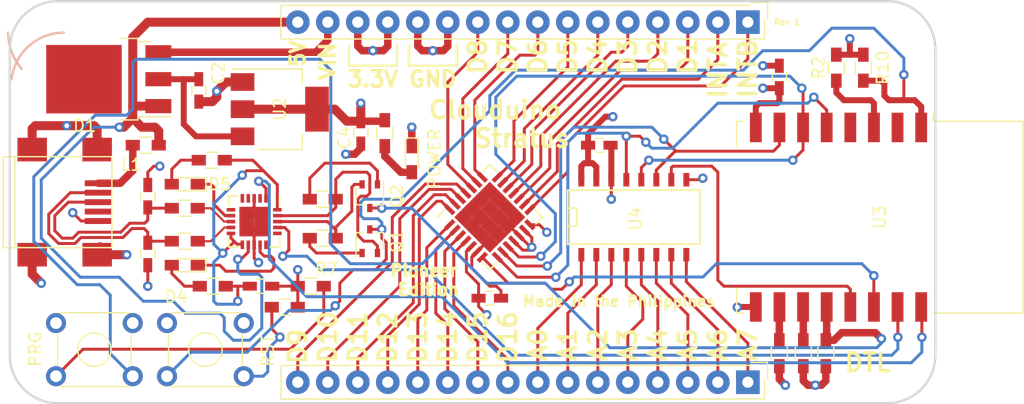
<source format=kicad_pcb>
(kicad_pcb (version 20171130) (host pcbnew "(5.0.0)")

  (general
    (thickness 1.6)
    (drawings 51)
    (tracks 693)
    (zones 0)
    (modules 39)
    (nets 77)
  )

  (page A4)
  (layers
    (0 F.Cu signal)
    (1 Ground_Plane signal hide)
    (2 Power_Plane signal hide)
    (31 B.Cu signal)
    (33 F.Adhes user)
    (35 F.Paste user)
    (37 F.SilkS user)
    (39 F.Mask user)
    (40 Dwgs.User user)
    (41 Cmts.User user)
    (42 Eco1.User user)
    (43 Eco2.User user)
    (44 Edge.Cuts user)
    (45 Margin user)
    (46 B.CrtYd user)
    (47 F.CrtYd user)
    (49 F.Fab user hide)
  )

  (setup
    (last_trace_width 0.25)
    (user_trace_width 0.1524)
    (user_trace_width 0.1778)
    (user_trace_width 0.2032)
    (user_trace_width 0.508)
    (user_trace_width 0.635)
    (user_trace_width 0.762)
    (trace_clearance 0.2)
    (zone_clearance 0.508)
    (zone_45_only no)
    (trace_min 0.1524)
    (segment_width 0.2)
    (edge_width 0.2)
    (via_size 0.8)
    (via_drill 0.4)
    (via_min_size 0.4)
    (via_min_drill 0.3)
    (uvia_size 0.3)
    (uvia_drill 0.1)
    (uvias_allowed no)
    (uvia_min_size 0.2)
    (uvia_min_drill 0.1)
    (pcb_text_width 0.3)
    (pcb_text_size 1.5 1.5)
    (mod_edge_width 0.15)
    (mod_text_size 1 1)
    (mod_text_width 0.15)
    (pad_size 1 1.8)
    (pad_drill 0)
    (pad_to_mask_clearance 0.2)
    (aux_axis_origin 0 0)
    (visible_elements 7FFFFFFF)
    (pcbplotparams
      (layerselection 0x010a8_ffffffff)
      (usegerberextensions false)
      (usegerberattributes false)
      (usegerberadvancedattributes false)
      (creategerberjobfile false)
      (excludeedgelayer true)
      (linewidth 0.100000)
      (plotframeref false)
      (viasonmask false)
      (mode 1)
      (useauxorigin false)
      (hpglpennumber 1)
      (hpglpenspeed 20)
      (hpglpendiameter 15.000000)
      (psnegative false)
      (psa4output false)
      (plotreference true)
      (plotvalue true)
      (plotinvisibletext false)
      (padsonsilk false)
      (subtractmaskfromsilk false)
      (outputformat 1)
      (mirror false)
      (drillshape 0)
      (scaleselection 1)
      (outputdirectory "Gerbers/"))
  )

  (net 0 "")
  (net 1 GND)
  (net 2 VCC)
  (net 3 "Net-(C5-Pad1)")
  (net 4 "Net-(C6-Pad1)")
  (net 5 IO_POWER)
  (net 6 5V-USB)
  (net 7 VIN_Breakout)
  (net 8 "Net-(J1-Pad4)")
  (net 9 "Net-(J1-Pad1)")
  (net 10 GPIO8)
  (net 11 GPIO7)
  (net 12 GPIO6)
  (net 13 GPIO5)
  (net 14 GPIO4)
  (net 15 GPIO3)
  (net 16 GPIO2)
  (net 17 GPIO1)
  (net 18 INTA_Breakout)
  (net 19 INTB_Breakout)
  (net 20 ADC-CH0)
  (net 21 ADC-CH1)
  (net 22 ADC-CH2)
  (net 23 ADC-CH3)
  (net 24 ADC-CH4)
  (net 25 ADC-CH5)
  (net 26 ADC-CH6)
  (net 27 ADC-CH7)
  (net 28 GPIO9)
  (net 29 GPIO10)
  (net 30 GPIO11)
  (net 31 GPIO12)
  (net 32 GPIO13)
  (net 33 GPIO14)
  (net 34 GPIO15)
  (net 35 GPIO16)
  (net 36 "Net-(R2-Pad2)")
  (net 37 DATA+)
  (net 38 DATA-)
  (net 39 "Net-(R6-Pad1)")
  (net 40 "Net-(R8-Pad2)")
  (net 41 ESP-GPIO12)
  (net 42 ESP-GPIO13)
  (net 43 ESP-GPIO14)
  (net 44 ESP-GPIO5)
  (net 45 ESP-TX)
  (net 46 ESP-RX)
  (net 47 ESP-GPIO4)
  (net 48 "Net-(U3-Pad14)")
  (net 49 "Net-(U3-Pad13)")
  (net 50 "Net-(U3-Pad12)")
  (net 51 "Net-(U3-Pad11)")
  (net 52 "Net-(U3-Pad10)")
  (net 53 "Net-(U3-Pad9)")
  (net 54 ESP-GPIO16)
  (net 55 "Net-(U3-Pad2)")
  (net 56 "Net-(U5-Pad16)")
  (net 57 "Net-(U5-Pad15)")
  (net 58 "Net-(U5-Pad6)")
  (net 59 "Net-(U5-Pad5)")
  (net 60 "Net-(U5-Pad4)")
  (net 61 "Net-(U5-Pad2)")
  (net 62 "Net-(D4-Pad2)")
  (net 63 "Net-(D4-Pad1)")
  (net 64 "Net-(D5-Pad2)")
  (net 65 "Net-(D5-Pad1)")
  (net 66 GPIO0)
  (net 67 "Net-(R9-Pad2)")
  (net 68 AUTO-RESET)
  (net 69 "Net-(Q1-Pad1)")
  (net 70 DTR)
  (net 71 "Net-(Q2-Pad1)")
  (net 72 RTS)
  (net 73 OR-OUT)
  (net 74 N.C)
  (net 75 "Net-(POWER1-Pad2)")
  (net 76 "Net-(PRG1-Pad2)")

  (net_class Default "This is the default net class."
    (clearance 0.2)
    (trace_width 0.25)
    (via_dia 0.8)
    (via_drill 0.4)
    (uvia_dia 0.3)
    (uvia_drill 0.1)
    (add_net 5V-USB)
    (add_net ADC-CH0)
    (add_net ADC-CH1)
    (add_net ADC-CH2)
    (add_net ADC-CH3)
    (add_net ADC-CH4)
    (add_net ADC-CH5)
    (add_net ADC-CH6)
    (add_net ADC-CH7)
    (add_net AUTO-RESET)
    (add_net DATA+)
    (add_net DATA-)
    (add_net DTR)
    (add_net ESP-GPIO12)
    (add_net ESP-GPIO13)
    (add_net ESP-GPIO14)
    (add_net ESP-GPIO16)
    (add_net ESP-GPIO4)
    (add_net ESP-GPIO5)
    (add_net ESP-RX)
    (add_net ESP-TX)
    (add_net GND)
    (add_net GPIO0)
    (add_net GPIO1)
    (add_net GPIO10)
    (add_net GPIO11)
    (add_net GPIO12)
    (add_net GPIO13)
    (add_net GPIO14)
    (add_net GPIO15)
    (add_net GPIO16)
    (add_net GPIO2)
    (add_net GPIO3)
    (add_net GPIO4)
    (add_net GPIO5)
    (add_net GPIO6)
    (add_net GPIO7)
    (add_net GPIO8)
    (add_net GPIO9)
    (add_net INTA_Breakout)
    (add_net INTB_Breakout)
    (add_net IO_POWER)
    (add_net N.C)
    (add_net "Net-(C5-Pad1)")
    (add_net "Net-(C6-Pad1)")
    (add_net "Net-(D4-Pad1)")
    (add_net "Net-(D4-Pad2)")
    (add_net "Net-(D5-Pad1)")
    (add_net "Net-(D5-Pad2)")
    (add_net "Net-(J1-Pad1)")
    (add_net "Net-(J1-Pad4)")
    (add_net "Net-(POWER1-Pad2)")
    (add_net "Net-(PRG1-Pad2)")
    (add_net "Net-(Q1-Pad1)")
    (add_net "Net-(Q2-Pad1)")
    (add_net "Net-(R2-Pad2)")
    (add_net "Net-(R6-Pad1)")
    (add_net "Net-(R8-Pad2)")
    (add_net "Net-(R9-Pad2)")
    (add_net "Net-(U3-Pad10)")
    (add_net "Net-(U3-Pad11)")
    (add_net "Net-(U3-Pad12)")
    (add_net "Net-(U3-Pad13)")
    (add_net "Net-(U3-Pad14)")
    (add_net "Net-(U3-Pad2)")
    (add_net "Net-(U3-Pad9)")
    (add_net "Net-(U5-Pad15)")
    (add_net "Net-(U5-Pad16)")
    (add_net "Net-(U5-Pad2)")
    (add_net "Net-(U5-Pad4)")
    (add_net "Net-(U5-Pad5)")
    (add_net "Net-(U5-Pad6)")
    (add_net OR-OUT)
    (add_net RTS)
    (add_net VCC)
    (add_net VIN_Breakout)
  )

  (module Connectors_Samtec:SL-116-X-XX_1x16 (layer F.Cu) (tedit 5BF66B08) (tstamp 5BE594F7)
    (at 137.922 50.292 270)
    (descr "Low profile, screw machine socket strip, through hole, 100mil / 2.54mm pitch")
    (tags "samtec socket strip tht single")
    (path /5BB677E6)
    (fp_text reference J2 (at 0 -3.048) (layer Dwgs.User)
      (effects (font (size 1 1) (thickness 0.15)))
    )
    (fp_text value "Side A Pins" (at 2.27 19.05) (layer F.Fab)
      (effects (font (size 1 1) (thickness 0.15)))
    )
    (fp_text user %R (at 0 19.05) (layer F.Fab)
      (effects (font (size 1 1) (thickness 0.15)))
    )
    (fp_line (start 1.27 39.37) (end 1.07 39.37) (layer F.Fab) (width 0.1))
    (fp_line (start -1.27 39.37) (end -1.07 39.37) (layer F.Fab) (width 0.1))
    (fp_line (start 1.27 36.83) (end 1.07 36.83) (layer F.Fab) (width 0.1))
    (fp_line (start -1.27 36.83) (end -1.07 36.83) (layer F.Fab) (width 0.1))
    (fp_line (start 1.27 34.29) (end 1.07 34.29) (layer F.Fab) (width 0.1))
    (fp_line (start -1.27 34.29) (end -1.07 34.29) (layer F.Fab) (width 0.1))
    (fp_line (start 1.27 31.75) (end 1.07 31.75) (layer F.Fab) (width 0.1))
    (fp_line (start -1.27 31.75) (end -1.07 31.75) (layer F.Fab) (width 0.1))
    (fp_line (start 1.27 29.21) (end 1.07 29.21) (layer F.Fab) (width 0.1))
    (fp_line (start -1.27 29.21) (end -1.07 29.21) (layer F.Fab) (width 0.1))
    (fp_line (start 1.27 26.67) (end 1.07 26.67) (layer F.Fab) (width 0.1))
    (fp_line (start -1.27 26.67) (end -1.07 26.67) (layer F.Fab) (width 0.1))
    (fp_line (start 1.27 24.13) (end 1.07 24.13) (layer F.Fab) (width 0.1))
    (fp_line (start -1.27 24.13) (end -1.07 24.13) (layer F.Fab) (width 0.1))
    (fp_line (start 1.27 21.59) (end 1.07 21.59) (layer F.Fab) (width 0.1))
    (fp_line (start -1.27 21.59) (end -1.07 21.59) (layer F.Fab) (width 0.1))
    (fp_line (start 1.27 19.05) (end 1.07 19.05) (layer F.Fab) (width 0.1))
    (fp_line (start -1.27 19.05) (end -1.07 19.05) (layer F.Fab) (width 0.1))
    (fp_line (start 1.27 16.51) (end 1.07 16.51) (layer F.Fab) (width 0.1))
    (fp_line (start -1.27 16.51) (end -1.07 16.51) (layer F.Fab) (width 0.1))
    (fp_line (start 1.27 13.97) (end 1.07 13.97) (layer F.Fab) (width 0.1))
    (fp_line (start -1.27 13.97) (end -1.07 13.97) (layer F.Fab) (width 0.1))
    (fp_line (start 1.27 11.43) (end 1.07 11.43) (layer F.Fab) (width 0.1))
    (fp_line (start -1.27 11.43) (end -1.07 11.43) (layer F.Fab) (width 0.1))
    (fp_line (start 1.27 8.89) (end 1.07 8.89) (layer F.Fab) (width 0.1))
    (fp_line (start -1.27 8.89) (end -1.07 8.89) (layer F.Fab) (width 0.1))
    (fp_line (start 1.27 6.35) (end 1.07 6.35) (layer F.Fab) (width 0.1))
    (fp_line (start -1.27 6.35) (end -1.07 6.35) (layer F.Fab) (width 0.1))
    (fp_line (start 1.27 3.81) (end 1.07 3.81) (layer F.Fab) (width 0.1))
    (fp_line (start -1.27 3.81) (end -1.07 3.81) (layer F.Fab) (width 0.1))
    (fp_line (start 1.27 1.27) (end 1.07 1.27) (layer F.Fab) (width 0.1))
    (fp_line (start -1.27 1.27) (end -1.07 1.27) (layer F.Fab) (width 0.1))
    (fp_line (start 1.77 -1.77) (end -1.77 -1.77) (layer F.CrtYd) (width 0.05))
    (fp_line (start 1.77 39.86) (end 1.77 -1.77) (layer F.CrtYd) (width 0.05))
    (fp_line (start -1.77 39.86) (end 1.77 39.86) (layer F.CrtYd) (width 0.05))
    (fp_line (start -1.77 -1.77) (end -1.77 39.86) (layer F.CrtYd) (width 0.05))
    (fp_line (start 1.27 -1.27) (end -1.27 -1.27) (layer F.Fab) (width 0.1))
    (fp_line (start 1.27 39.37) (end 1.27 -1.27) (layer F.Fab) (width 0.1))
    (fp_line (start -1.27 39.37) (end 1.27 39.37) (layer F.Fab) (width 0.1))
    (fp_line (start -1.27 -1.27) (end -1.27 39.37) (layer F.Fab) (width 0.1))
    (fp_line (start -1.67 -1.67) (end -1.67 -0.27) (layer F.Fab) (width 0.1))
    (fp_line (start -0.27 -1.67) (end -1.67 -1.67) (layer F.Fab) (width 0.1))
    (fp_line (start -1.67 -1.67) (end -1.67 -0.27) (layer F.SilkS) (width 0.12))
    (fp_line (start -0.27 -1.67) (end -1.67 -1.67) (layer F.SilkS) (width 0.12))
    (fp_line (start -1.42 39.52) (end -1.42 -0.17) (layer F.SilkS) (width 0.12))
    (fp_line (start 1.42 39.52) (end -1.42 39.52) (layer F.SilkS) (width 0.12))
    (fp_line (start 1.42 -1.42) (end 1.42 39.52) (layer F.SilkS) (width 0.12))
    (fp_line (start -0.17 -1.42) (end 1.42 -1.42) (layer F.SilkS) (width 0.12))
    (pad 16 thru_hole circle (at 0 38.1 270) (size 2 2) (drill 0.95) (layers *.Cu *.Mask)
      (net 6 5V-USB))
    (pad 15 thru_hole circle (at 0 35.56 270) (size 2 2) (drill 0.95) (layers *.Cu *.Mask)
      (net 7 VIN_Breakout))
    (pad 14 thru_hole circle (at 0 33.02 270) (size 2 2) (drill 0.95) (layers *.Cu *.Mask)
      (net 2 VCC))
    (pad 13 thru_hole circle (at 0 30.48 270) (size 2 2) (drill 0.95) (layers *.Cu *.Mask)
      (net 2 VCC))
    (pad 12 thru_hole circle (at 0 27.94 270) (size 2 2) (drill 0.95) (layers *.Cu *.Mask)
      (net 1 GND))
    (pad 11 thru_hole circle (at 0 25.4 270) (size 2 2) (drill 0.95) (layers *.Cu *.Mask)
      (net 1 GND))
    (pad 10 thru_hole circle (at 0 22.86 270) (size 2 2) (drill 0.95) (layers *.Cu *.Mask)
      (net 10 GPIO8))
    (pad 9 thru_hole circle (at 0 20.32 270) (size 2 2) (drill 0.95) (layers *.Cu *.Mask)
      (net 11 GPIO7))
    (pad 8 thru_hole circle (at 0 17.78 270) (size 2 2) (drill 0.95) (layers *.Cu *.Mask)
      (net 12 GPIO6))
    (pad 7 thru_hole circle (at 0 15.24 270) (size 2 2) (drill 0.95) (layers *.Cu *.Mask)
      (net 13 GPIO5))
    (pad 6 thru_hole circle (at 0 12.7 270) (size 2 2) (drill 0.95) (layers *.Cu *.Mask)
      (net 14 GPIO4))
    (pad 5 thru_hole circle (at 0 10.16 270) (size 2 2) (drill 0.95) (layers *.Cu *.Mask)
      (net 15 GPIO3))
    (pad 4 thru_hole circle (at 0 7.62 270) (size 2 2) (drill 0.95) (layers *.Cu *.Mask)
      (net 16 GPIO2))
    (pad 3 thru_hole circle (at 0 5.08 270) (size 2 2) (drill 0.95) (layers *.Cu *.Mask)
      (net 17 GPIO1))
    (pad 2 thru_hole circle (at 0 2.54 270) (size 2 2) (drill 0.95) (layers *.Cu *.Mask)
      (net 18 INTA_Breakout))
    (pad 1 thru_hole rect (at 0 0 270) (size 2 2) (drill 0.95) (layers *.Cu *.Mask)
      (net 19 INTB_Breakout))
    (model ${KISYS3DMOD}/Connectors_Samtec.3dshapes/SL-116-X-XX_1x16.wrl
      (at (xyz 0 0 0))
      (scale (xyz 1 1 1))
      (rotate (xyz 0 0 0))
    )
  )

  (module Resistors_SMD:R_0603_HandSoldering (layer F.Cu) (tedit 5BE570C2) (tstamp 5BE59632)
    (at 101.938 68.58)
    (descr "Resistor SMD 0603, hand soldering")
    (tags "resistor 0603")
    (path /5C08D463)
    (attr smd)
    (fp_text reference R11 (at -3.472 0) (layer F.SilkS) hide
      (effects (font (size 1 1) (thickness 0.15)))
    )
    (fp_text value 10K (at 0 1.55) (layer F.Fab)
      (effects (font (size 1 1) (thickness 0.15)))
    )
    (fp_text user %R (at 0 0) (layer F.Fab)
      (effects (font (size 0.4 0.4) (thickness 0.075)))
    )
    (fp_line (start -0.8 0.4) (end -0.8 -0.4) (layer F.Fab) (width 0.1))
    (fp_line (start 0.8 0.4) (end -0.8 0.4) (layer F.Fab) (width 0.1))
    (fp_line (start 0.8 -0.4) (end 0.8 0.4) (layer F.Fab) (width 0.1))
    (fp_line (start -0.8 -0.4) (end 0.8 -0.4) (layer F.Fab) (width 0.1))
    (fp_line (start 0.5 0.68) (end -0.5 0.68) (layer F.SilkS) (width 0.12))
    (fp_line (start -0.5 -0.68) (end 0.5 -0.68) (layer F.SilkS) (width 0.12))
    (fp_line (start -1.96 -0.7) (end 1.95 -0.7) (layer F.CrtYd) (width 0.05))
    (fp_line (start -1.96 -0.7) (end -1.96 0.7) (layer F.CrtYd) (width 0.05))
    (fp_line (start 1.95 0.7) (end 1.95 -0.7) (layer F.CrtYd) (width 0.05))
    (fp_line (start 1.95 0.7) (end -1.96 0.7) (layer F.CrtYd) (width 0.05))
    (pad 1 smd rect (at -1.1 0) (size 1.2 0.9) (layers F.Cu F.Paste F.Mask)
      (net 69 "Net-(Q1-Pad1)"))
    (pad 2 smd rect (at 1.1 0) (size 1.2 0.9) (layers F.Cu F.Paste F.Mask)
      (net 70 DTR))
    (model ${KISYS3DMOD}/Resistors_SMD.3dshapes/R_0603.wrl
      (at (xyz 0 0 0))
      (scale (xyz 1 1 1))
      (rotate (xyz 0 0 0))
    )
  )

  (module Capacitors_SMD:C_0603_HandSoldering (layer F.Cu) (tedit 5BF64B74) (tstamp 5BE593B4)
    (at 116.078 73.66)
    (descr "Capacitor SMD 0603, hand soldering")
    (tags "capacitor 0603")
    (path /5B7EE62B)
    (attr smd)
    (fp_text reference C1 (at 0 -1.25) (layer Dwgs.User)
      (effects (font (size 1 1) (thickness 0.15)))
    )
    (fp_text value GPIO_CAP (at 0 1.5) (layer F.Fab)
      (effects (font (size 1 1) (thickness 0.15)))
    )
    (fp_text user %R (at 0 -1.25) (layer F.Fab)
      (effects (font (size 1 1) (thickness 0.15)))
    )
    (fp_line (start -0.8 0.4) (end -0.8 -0.4) (layer F.Fab) (width 0.1))
    (fp_line (start 0.8 0.4) (end -0.8 0.4) (layer F.Fab) (width 0.1))
    (fp_line (start 0.8 -0.4) (end 0.8 0.4) (layer F.Fab) (width 0.1))
    (fp_line (start -0.8 -0.4) (end 0.8 -0.4) (layer F.Fab) (width 0.1))
    (fp_line (start -0.35 -0.6) (end 0.35 -0.6) (layer F.SilkS) (width 0.12))
    (fp_line (start 0.35 0.6) (end -0.35 0.6) (layer F.SilkS) (width 0.12))
    (fp_line (start -1.8 -0.65) (end 1.8 -0.65) (layer F.CrtYd) (width 0.05))
    (fp_line (start -1.8 -0.65) (end -1.8 0.65) (layer F.CrtYd) (width 0.05))
    (fp_line (start 1.8 0.65) (end 1.8 -0.65) (layer F.CrtYd) (width 0.05))
    (fp_line (start 1.8 0.65) (end -1.8 0.65) (layer F.CrtYd) (width 0.05))
    (pad 1 smd rect (at -0.95 0) (size 1.2 0.75) (layers F.Cu F.Paste F.Mask)
      (net 2 VCC))
    (pad 2 smd rect (at 0.95 0) (size 1.2 0.75) (layers F.Cu F.Paste F.Mask)
      (net 1 GND))
    (model Capacitors_SMD.3dshapes/C_0603.wrl
      (at (xyz 0 0 0))
      (scale (xyz 1 1 1))
      (rotate (xyz 0 0 0))
    )
  )

  (module Capacitors_SMD:C_0603_HandSoldering (layer F.Cu) (tedit 58AA848B) (tstamp 5BE593C5)
    (at 91.44 56.068 270)
    (descr "Capacitor SMD 0603, hand soldering")
    (tags "capacitor 0603")
    (path /5B7CD23E)
    (attr smd)
    (fp_text reference C2 (at -1.458 -1.651 270) (layer F.SilkS)
      (effects (font (size 1 1) (thickness 0.15)))
    )
    (fp_text value REG_IN (at 0 1.5 270) (layer F.Fab)
      (effects (font (size 1 1) (thickness 0.15)))
    )
    (fp_line (start 1.8 0.65) (end -1.8 0.65) (layer F.CrtYd) (width 0.05))
    (fp_line (start 1.8 0.65) (end 1.8 -0.65) (layer F.CrtYd) (width 0.05))
    (fp_line (start -1.8 -0.65) (end -1.8 0.65) (layer F.CrtYd) (width 0.05))
    (fp_line (start -1.8 -0.65) (end 1.8 -0.65) (layer F.CrtYd) (width 0.05))
    (fp_line (start 0.35 0.6) (end -0.35 0.6) (layer F.SilkS) (width 0.12))
    (fp_line (start -0.35 -0.6) (end 0.35 -0.6) (layer F.SilkS) (width 0.12))
    (fp_line (start -0.8 -0.4) (end 0.8 -0.4) (layer F.Fab) (width 0.1))
    (fp_line (start 0.8 -0.4) (end 0.8 0.4) (layer F.Fab) (width 0.1))
    (fp_line (start 0.8 0.4) (end -0.8 0.4) (layer F.Fab) (width 0.1))
    (fp_line (start -0.8 0.4) (end -0.8 -0.4) (layer F.Fab) (width 0.1))
    (fp_text user %R (at 0 -1.25 270) (layer F.Fab)
      (effects (font (size 1 1) (thickness 0.15)))
    )
    (pad 2 smd rect (at 0.95 0 270) (size 1.2 0.75) (layers F.Cu F.Paste F.Mask)
      (net 1 GND))
    (pad 1 smd rect (at -0.95 0 270) (size 1.2 0.75) (layers F.Cu F.Paste F.Mask)
      (net 73 OR-OUT))
    (model Capacitors_SMD.3dshapes/C_0603.wrl
      (at (xyz 0 0 0))
      (scale (xyz 1 1 1))
      (rotate (xyz 0 0 0))
    )
  )

  (module Capacitors_SMD:C_0603_HandSoldering (layer F.Cu) (tedit 5BF66AFE) (tstamp 5BE593D6)
    (at 140.589 54.93 90)
    (descr "Capacitor SMD 0603, hand soldering")
    (tags "capacitor 0603")
    (path /5BA1FCD1)
    (attr smd)
    (fp_text reference C3 (at 2.098 1.524 90) (layer Dwgs.User)
      (effects (font (size 1 1) (thickness 0.15)))
    )
    (fp_text value ESP_CAP (at 0 1.5 90) (layer F.Fab)
      (effects (font (size 1 1) (thickness 0.15)))
    )
    (fp_text user %R (at 0 -1.25 90) (layer F.Fab)
      (effects (font (size 1 1) (thickness 0.15)))
    )
    (fp_line (start -0.8 0.4) (end -0.8 -0.4) (layer F.Fab) (width 0.1))
    (fp_line (start 0.8 0.4) (end -0.8 0.4) (layer F.Fab) (width 0.1))
    (fp_line (start 0.8 -0.4) (end 0.8 0.4) (layer F.Fab) (width 0.1))
    (fp_line (start -0.8 -0.4) (end 0.8 -0.4) (layer F.Fab) (width 0.1))
    (fp_line (start -0.35 -0.6) (end 0.35 -0.6) (layer F.SilkS) (width 0.12))
    (fp_line (start 0.35 0.6) (end -0.35 0.6) (layer F.SilkS) (width 0.12))
    (fp_line (start -1.8 -0.65) (end 1.8 -0.65) (layer F.CrtYd) (width 0.05))
    (fp_line (start -1.8 -0.65) (end -1.8 0.65) (layer F.CrtYd) (width 0.05))
    (fp_line (start 1.8 0.65) (end 1.8 -0.65) (layer F.CrtYd) (width 0.05))
    (fp_line (start 1.8 0.65) (end -1.8 0.65) (layer F.CrtYd) (width 0.05))
    (pad 1 smd rect (at -0.95 0 90) (size 1.2 0.75) (layers F.Cu F.Paste F.Mask)
      (net 2 VCC))
    (pad 2 smd rect (at 0.95 0 90) (size 1.2 0.75) (layers F.Cu F.Paste F.Mask)
      (net 1 GND))
    (model Capacitors_SMD.3dshapes/C_0603.wrl
      (at (xyz 0 0 0))
      (scale (xyz 1 1 1))
      (rotate (xyz 0 0 0))
    )
  )

  (module Capacitors_SMD:C_0603_HandSoldering (layer F.Cu) (tedit 5BF3BBC0) (tstamp 5BF520B5)
    (at 105.156 59.624 270)
    (descr "Capacitor SMD 0603, hand soldering")
    (tags "capacitor 0603")
    (path /5B7CD1E3)
    (attr smd)
    (fp_text reference C4 (at 0.447 1.397 270) (layer F.SilkS)
      (effects (font (size 1 1) (thickness 0.15)))
    )
    (fp_text value REG_OUT (at 0 1.5 270) (layer F.Fab)
      (effects (font (size 1 1) (thickness 0.15)))
    )
    (fp_text user %R (at 0 -1.25 270) (layer F.Fab)
      (effects (font (size 1 1) (thickness 0.15)))
    )
    (fp_line (start -0.8 0.4) (end -0.8 -0.4) (layer F.Fab) (width 0.1))
    (fp_line (start 0.8 0.4) (end -0.8 0.4) (layer F.Fab) (width 0.1))
    (fp_line (start 0.8 -0.4) (end 0.8 0.4) (layer F.Fab) (width 0.1))
    (fp_line (start -0.8 -0.4) (end 0.8 -0.4) (layer F.Fab) (width 0.1))
    (fp_line (start -0.35 -0.6) (end 0.35 -0.6) (layer F.SilkS) (width 0.12))
    (fp_line (start 0.35 0.6) (end -0.35 0.6) (layer F.SilkS) (width 0.12))
    (fp_line (start -1.8 -0.65) (end 1.8 -0.65) (layer F.CrtYd) (width 0.05))
    (fp_line (start -1.8 -0.65) (end -1.8 0.65) (layer F.CrtYd) (width 0.05))
    (fp_line (start 1.8 0.65) (end 1.8 -0.65) (layer F.CrtYd) (width 0.05))
    (fp_line (start 1.8 0.65) (end -1.8 0.65) (layer F.CrtYd) (width 0.05))
    (pad 1 smd rect (at -0.95 0 270) (size 1.2 0.75) (layers F.Cu F.Paste F.Mask)
      (net 2 VCC))
    (pad 2 smd rect (at 0.95 0 270) (size 1.2 0.75) (layers F.Cu F.Paste F.Mask)
      (net 1 GND))
    (model Capacitors_SMD.3dshapes/C_0603.wrl
      (at (xyz 0 0 0))
      (scale (xyz 1 1 1))
      (rotate (xyz 0 0 0))
    )
  )

  (module Capacitors_SMD:C_0603_HandSoldering (layer F.Cu) (tedit 5BF66B6E) (tstamp 5BE593F8)
    (at 87.122 65.024 90)
    (descr "Capacitor SMD 0603, hand soldering")
    (tags "capacitor 0603")
    (path /5B91F15D)
    (attr smd)
    (fp_text reference C5 (at 0 -1.778 180) (layer Dwgs.User)
      (effects (font (size 1 1) (thickness 0.15)))
    )
    (fp_text value 47pF (at 0 1.5 90) (layer F.Fab)
      (effects (font (size 1 1) (thickness 0.15)))
    )
    (fp_line (start 1.8 0.65) (end -1.8 0.65) (layer F.CrtYd) (width 0.05))
    (fp_line (start 1.8 0.65) (end 1.8 -0.65) (layer F.CrtYd) (width 0.05))
    (fp_line (start -1.8 -0.65) (end -1.8 0.65) (layer F.CrtYd) (width 0.05))
    (fp_line (start -1.8 -0.65) (end 1.8 -0.65) (layer F.CrtYd) (width 0.05))
    (fp_line (start 0.35 0.6) (end -0.35 0.6) (layer F.SilkS) (width 0.12))
    (fp_line (start -0.35 -0.6) (end 0.35 -0.6) (layer F.SilkS) (width 0.12))
    (fp_line (start -0.8 -0.4) (end 0.8 -0.4) (layer F.Fab) (width 0.1))
    (fp_line (start 0.8 -0.4) (end 0.8 0.4) (layer F.Fab) (width 0.1))
    (fp_line (start 0.8 0.4) (end -0.8 0.4) (layer F.Fab) (width 0.1))
    (fp_line (start -0.8 0.4) (end -0.8 -0.4) (layer F.Fab) (width 0.1))
    (fp_text user %R (at 0 -1.25 90) (layer F.Fab)
      (effects (font (size 1 1) (thickness 0.15)))
    )
    (pad 2 smd rect (at 0.95 0 90) (size 1.2 0.75) (layers F.Cu F.Paste F.Mask)
      (net 1 GND))
    (pad 1 smd rect (at -0.95 0 90) (size 1.2 0.75) (layers F.Cu F.Paste F.Mask)
      (net 3 "Net-(C5-Pad1)"))
    (model Capacitors_SMD.3dshapes/C_0603.wrl
      (at (xyz 0 0 0))
      (scale (xyz 1 1 1))
      (rotate (xyz 0 0 0))
    )
  )

  (module Capacitors_SMD:C_0603_HandSoldering (layer F.Cu) (tedit 5BF66B75) (tstamp 5BE59409)
    (at 87.122 69.916 270)
    (descr "Capacitor SMD 0603, hand soldering")
    (tags "capacitor 0603")
    (path /5B91F34B)
    (attr smd)
    (fp_text reference C6 (at 3.871 0) (layer Dwgs.User)
      (effects (font (size 1 1) (thickness 0.15)))
    )
    (fp_text value 47pF (at 0 1.5 270) (layer F.Fab)
      (effects (font (size 1 1) (thickness 0.15)))
    )
    (fp_text user %R (at 0 -1.25 270) (layer F.Fab)
      (effects (font (size 1 1) (thickness 0.15)))
    )
    (fp_line (start -0.8 0.4) (end -0.8 -0.4) (layer F.Fab) (width 0.1))
    (fp_line (start 0.8 0.4) (end -0.8 0.4) (layer F.Fab) (width 0.1))
    (fp_line (start 0.8 -0.4) (end 0.8 0.4) (layer F.Fab) (width 0.1))
    (fp_line (start -0.8 -0.4) (end 0.8 -0.4) (layer F.Fab) (width 0.1))
    (fp_line (start -0.35 -0.6) (end 0.35 -0.6) (layer F.SilkS) (width 0.12))
    (fp_line (start 0.35 0.6) (end -0.35 0.6) (layer F.SilkS) (width 0.12))
    (fp_line (start -1.8 -0.65) (end 1.8 -0.65) (layer F.CrtYd) (width 0.05))
    (fp_line (start -1.8 -0.65) (end -1.8 0.65) (layer F.CrtYd) (width 0.05))
    (fp_line (start 1.8 0.65) (end 1.8 -0.65) (layer F.CrtYd) (width 0.05))
    (fp_line (start 1.8 0.65) (end -1.8 0.65) (layer F.CrtYd) (width 0.05))
    (pad 1 smd rect (at -0.95 0 270) (size 1.2 0.75) (layers F.Cu F.Paste F.Mask)
      (net 4 "Net-(C6-Pad1)"))
    (pad 2 smd rect (at 0.95 0 270) (size 1.2 0.75) (layers F.Cu F.Paste F.Mask)
      (net 1 GND))
    (model Capacitors_SMD.3dshapes/C_0603.wrl
      (at (xyz 0 0 0))
      (scale (xyz 1 1 1))
      (rotate (xyz 0 0 0))
    )
  )

  (module Capacitors_SMD:C_0603_HandSoldering (layer F.Cu) (tedit 5BF66B5A) (tstamp 5BE5941A)
    (at 96.708 72.644)
    (descr "Capacitor SMD 0603, hand soldering")
    (tags "capacitor 0603")
    (path /5B8FE41E)
    (attr smd)
    (fp_text reference C7 (at 0 -1.25) (layer Dwgs.User)
      (effects (font (size 1 1) (thickness 0.15)))
    )
    (fp_text value FTDI_0.1uF (at 0 1.5) (layer F.Fab)
      (effects (font (size 1 1) (thickness 0.15)))
    )
    (fp_line (start 1.8 0.65) (end -1.8 0.65) (layer F.CrtYd) (width 0.05))
    (fp_line (start 1.8 0.65) (end 1.8 -0.65) (layer F.CrtYd) (width 0.05))
    (fp_line (start -1.8 -0.65) (end -1.8 0.65) (layer F.CrtYd) (width 0.05))
    (fp_line (start -1.8 -0.65) (end 1.8 -0.65) (layer F.CrtYd) (width 0.05))
    (fp_line (start 0.35 0.6) (end -0.35 0.6) (layer F.SilkS) (width 0.12))
    (fp_line (start -0.35 -0.6) (end 0.35 -0.6) (layer F.SilkS) (width 0.12))
    (fp_line (start -0.8 -0.4) (end 0.8 -0.4) (layer F.Fab) (width 0.1))
    (fp_line (start 0.8 -0.4) (end 0.8 0.4) (layer F.Fab) (width 0.1))
    (fp_line (start 0.8 0.4) (end -0.8 0.4) (layer F.Fab) (width 0.1))
    (fp_line (start -0.8 0.4) (end -0.8 -0.4) (layer F.Fab) (width 0.1))
    (fp_text user %R (at 0 -1.25) (layer F.Fab)
      (effects (font (size 1 1) (thickness 0.15)))
    )
    (pad 2 smd rect (at 0.95 0) (size 1.2 0.75) (layers F.Cu F.Paste F.Mask)
      (net 1 GND))
    (pad 1 smd rect (at -0.95 0) (size 1.2 0.75) (layers F.Cu F.Paste F.Mask)
      (net 5 IO_POWER))
    (model Capacitors_SMD.3dshapes/C_0603.wrl
      (at (xyz 0 0 0))
      (scale (xyz 1 1 1))
      (rotate (xyz 0 0 0))
    )
  )

  (module Capacitors_SMD:C_0603_HandSoldering (layer F.Cu) (tedit 5BF67CFE) (tstamp 5BE5942B)
    (at 125.349 60.706)
    (descr "Capacitor SMD 0603, hand soldering")
    (tags "capacitor 0603")
    (path /5B7F1D2F)
    (attr smd)
    (fp_text reference C8 (at 0 -1.651 90) (layer Dwgs.User)
      (effects (font (size 1 1) (thickness 0.15)))
    )
    (fp_text value ADC_CAP (at 0 1.5) (layer F.Fab)
      (effects (font (size 1 1) (thickness 0.15)))
    )
    (fp_line (start 1.8 0.65) (end -1.8 0.65) (layer F.CrtYd) (width 0.05))
    (fp_line (start 1.8 0.65) (end 1.8 -0.65) (layer F.CrtYd) (width 0.05))
    (fp_line (start -1.8 -0.65) (end -1.8 0.65) (layer F.CrtYd) (width 0.05))
    (fp_line (start -1.8 -0.65) (end 1.8 -0.65) (layer F.CrtYd) (width 0.05))
    (fp_line (start 0.35 0.6) (end -0.35 0.6) (layer F.SilkS) (width 0.12))
    (fp_line (start -0.35 -0.6) (end 0.35 -0.6) (layer F.SilkS) (width 0.12))
    (fp_line (start -0.8 -0.4) (end 0.8 -0.4) (layer F.Fab) (width 0.1))
    (fp_line (start 0.8 -0.4) (end 0.8 0.4) (layer F.Fab) (width 0.1))
    (fp_line (start 0.8 0.4) (end -0.8 0.4) (layer F.Fab) (width 0.1))
    (fp_line (start -0.8 0.4) (end -0.8 -0.4) (layer F.Fab) (width 0.1))
    (fp_text user %R (at 0 -1.25) (layer F.Fab)
      (effects (font (size 1 1) (thickness 0.15)))
    )
    (pad 2 smd rect (at 0.95 0) (size 1.2 0.75) (layers F.Cu F.Paste F.Mask)
      (net 1 GND))
    (pad 1 smd rect (at -0.95 0) (size 1.2 0.75) (layers F.Cu F.Paste F.Mask)
      (net 2 VCC))
    (model Capacitors_SMD.3dshapes/C_0603.wrl
      (at (xyz 0 0 0))
      (scale (xyz 1 1 1))
      (rotate (xyz 0 0 0))
    )
  )

  (module LEDs:LED_0603_HandSoldering (layer F.Cu) (tedit 5BF6946A) (tstamp 5BE59470)
    (at 109.474 61.892 270)
    (descr "LED SMD 0603, hand soldering")
    (tags "LED 0603")
    (path /5BA40E8A)
    (attr smd)
    (fp_text reference POWER (at -0.043 -1.905 270) (layer F.SilkS)
      (effects (font (size 1 1) (thickness 0.15)))
    )
    (fp_text value LED (at 0 1.55 270) (layer F.Fab)
      (effects (font (size 1 1) (thickness 0.15)))
    )
    (fp_line (start -1.8 -0.55) (end -1.8 0.55) (layer F.SilkS) (width 0.12))
    (fp_line (start -0.2 -0.2) (end -0.2 0.2) (layer F.Fab) (width 0.1))
    (fp_line (start -0.15 0) (end 0.15 -0.2) (layer F.Fab) (width 0.1))
    (fp_line (start 0.15 0.2) (end -0.15 0) (layer F.Fab) (width 0.1))
    (fp_line (start 0.15 -0.2) (end 0.15 0.2) (layer F.Fab) (width 0.1))
    (fp_line (start 0.8 0.4) (end -0.8 0.4) (layer F.Fab) (width 0.1))
    (fp_line (start 0.8 -0.4) (end 0.8 0.4) (layer F.Fab) (width 0.1))
    (fp_line (start -0.8 -0.4) (end 0.8 -0.4) (layer F.Fab) (width 0.1))
    (fp_line (start -1.8 0.55) (end 0.8 0.55) (layer F.SilkS) (width 0.12))
    (fp_line (start -1.8 -0.55) (end 0.8 -0.55) (layer F.SilkS) (width 0.12))
    (fp_line (start -1.96 -0.7) (end 1.95 -0.7) (layer F.CrtYd) (width 0.05))
    (fp_line (start -1.96 -0.7) (end -1.96 0.7) (layer F.CrtYd) (width 0.05))
    (fp_line (start 1.95 0.7) (end 1.95 -0.7) (layer F.CrtYd) (width 0.05))
    (fp_line (start 1.95 0.7) (end -1.96 0.7) (layer F.CrtYd) (width 0.05))
    (fp_line (start -0.8 -0.4) (end -0.8 0.4) (layer F.Fab) (width 0.1))
    (pad 1 smd rect (at -1.1 0 270) (size 1.2 0.9) (layers F.Cu F.Paste F.Mask)
      (net 1 GND))
    (pad 2 smd rect (at 1.1 0 270) (size 1.2 0.9) (layers F.Cu F.Paste F.Mask)
      (net 75 "Net-(POWER1-Pad2)"))
    (model ${KISYS3DMOD}/LEDs.3dshapes/LED_0603.wrl
      (at (xyz 0 0 0))
      (scale (xyz 1 1 1))
      (rotate (xyz 0 0 180))
    )
  )

  (module LEDs:LED_0603_HandSoldering (layer F.Cu) (tedit 595FC9C0) (tstamp 5BE59485)
    (at 90.254 70.866 180)
    (descr "LED SMD 0603, hand soldering")
    (tags "LED 0603")
    (path /5C2A2EA6)
    (attr smd)
    (fp_text reference D4 (at 0.719 -2.667 180) (layer F.SilkS)
      (effects (font (size 1 1) (thickness 0.15)))
    )
    (fp_text value LED (at 0 1.55 180) (layer F.Fab)
      (effects (font (size 1 1) (thickness 0.15)))
    )
    (fp_line (start -0.8 -0.4) (end -0.8 0.4) (layer F.Fab) (width 0.1))
    (fp_line (start 1.95 0.7) (end -1.96 0.7) (layer F.CrtYd) (width 0.05))
    (fp_line (start 1.95 0.7) (end 1.95 -0.7) (layer F.CrtYd) (width 0.05))
    (fp_line (start -1.96 -0.7) (end -1.96 0.7) (layer F.CrtYd) (width 0.05))
    (fp_line (start -1.96 -0.7) (end 1.95 -0.7) (layer F.CrtYd) (width 0.05))
    (fp_line (start -1.8 -0.55) (end 0.8 -0.55) (layer F.SilkS) (width 0.12))
    (fp_line (start -1.8 0.55) (end 0.8 0.55) (layer F.SilkS) (width 0.12))
    (fp_line (start -0.8 -0.4) (end 0.8 -0.4) (layer F.Fab) (width 0.1))
    (fp_line (start 0.8 -0.4) (end 0.8 0.4) (layer F.Fab) (width 0.1))
    (fp_line (start 0.8 0.4) (end -0.8 0.4) (layer F.Fab) (width 0.1))
    (fp_line (start 0.15 -0.2) (end 0.15 0.2) (layer F.Fab) (width 0.1))
    (fp_line (start 0.15 0.2) (end -0.15 0) (layer F.Fab) (width 0.1))
    (fp_line (start -0.15 0) (end 0.15 -0.2) (layer F.Fab) (width 0.1))
    (fp_line (start -0.2 -0.2) (end -0.2 0.2) (layer F.Fab) (width 0.1))
    (fp_line (start -1.8 -0.55) (end -1.8 0.55) (layer F.SilkS) (width 0.12))
    (pad 2 smd rect (at 1.1 0 180) (size 1.2 0.9) (layers F.Cu F.Paste F.Mask)
      (net 62 "Net-(D4-Pad2)"))
    (pad 1 smd rect (at -1.1 0 180) (size 1.2 0.9) (layers F.Cu F.Paste F.Mask)
      (net 63 "Net-(D4-Pad1)"))
    (model ${KISYS3DMOD}/LEDs.3dshapes/LED_0603.wrl
      (at (xyz 0 0 0))
      (scale (xyz 1 1 1))
      (rotate (xyz 0 0 180))
    )
  )

  (module LEDs:LED_0603_HandSoldering (layer F.Cu) (tedit 595FC9C0) (tstamp 5BE5949A)
    (at 90.254 64.008 180)
    (descr "LED SMD 0603, hand soldering")
    (tags "LED 0603")
    (path /5C2A3104)
    (attr smd)
    (fp_text reference D5 (at -2.964 0 180) (layer F.SilkS)
      (effects (font (size 1 1) (thickness 0.15)))
    )
    (fp_text value LED (at 0 1.55 180) (layer F.Fab)
      (effects (font (size 1 1) (thickness 0.15)))
    )
    (fp_line (start -0.8 -0.4) (end -0.8 0.4) (layer F.Fab) (width 0.1))
    (fp_line (start 1.95 0.7) (end -1.96 0.7) (layer F.CrtYd) (width 0.05))
    (fp_line (start 1.95 0.7) (end 1.95 -0.7) (layer F.CrtYd) (width 0.05))
    (fp_line (start -1.96 -0.7) (end -1.96 0.7) (layer F.CrtYd) (width 0.05))
    (fp_line (start -1.96 -0.7) (end 1.95 -0.7) (layer F.CrtYd) (width 0.05))
    (fp_line (start -1.8 -0.55) (end 0.8 -0.55) (layer F.SilkS) (width 0.12))
    (fp_line (start -1.8 0.55) (end 0.8 0.55) (layer F.SilkS) (width 0.12))
    (fp_line (start -0.8 -0.4) (end 0.8 -0.4) (layer F.Fab) (width 0.1))
    (fp_line (start 0.8 -0.4) (end 0.8 0.4) (layer F.Fab) (width 0.1))
    (fp_line (start 0.8 0.4) (end -0.8 0.4) (layer F.Fab) (width 0.1))
    (fp_line (start 0.15 -0.2) (end 0.15 0.2) (layer F.Fab) (width 0.1))
    (fp_line (start 0.15 0.2) (end -0.15 0) (layer F.Fab) (width 0.1))
    (fp_line (start -0.15 0) (end 0.15 -0.2) (layer F.Fab) (width 0.1))
    (fp_line (start -0.2 -0.2) (end -0.2 0.2) (layer F.Fab) (width 0.1))
    (fp_line (start -1.8 -0.55) (end -1.8 0.55) (layer F.SilkS) (width 0.12))
    (pad 2 smd rect (at 1.1 0 180) (size 1.2 0.9) (layers F.Cu F.Paste F.Mask)
      (net 64 "Net-(D5-Pad2)"))
    (pad 1 smd rect (at -1.1 0 180) (size 1.2 0.9) (layers F.Cu F.Paste F.Mask)
      (net 65 "Net-(D5-Pad1)"))
    (model ${KISYS3DMOD}/LEDs.3dshapes/LED_0603.wrl
      (at (xyz 0 0 0))
      (scale (xyz 1 1 1))
      (rotate (xyz 0 0 180))
    )
  )

  (module Connectors:USB_Mini-B (layer F.Cu) (tedit 5BF67E17) (tstamp 5BE594B2)
    (at 80.137 65.527)
    (descr "USB Mini-B 5-pin SMD connector")
    (tags "USB USB_B USB_Mini connector")
    (path /5B8E91C1)
    (attr smd)
    (fp_text reference J1 (at -0.635 6.477) (layer Dwgs.User)
      (effects (font (size 1 1) (thickness 0.15)))
    )
    (fp_text value USB_B_Mini (at -0.65 -7.1) (layer F.Fab)
      (effects (font (size 1 1) (thickness 0.15)))
    )
    (fp_line (start 3.95 -3.85) (end -5.25 -3.85) (layer F.SilkS) (width 0.12))
    (fp_line (start 3.95 3.85) (end 3.95 -3.85) (layer F.SilkS) (width 0.12))
    (fp_line (start -5.25 3.85) (end 3.95 3.85) (layer F.SilkS) (width 0.12))
    (fp_line (start -5.25 -3.85) (end -5.25 3.85) (layer F.SilkS) (width 0.12))
    (fp_line (start -4.25 -3.85) (end -4.25 3.85) (layer F.SilkS) (width 0.12))
    (fp_line (start -5.5 5.7) (end -5.5 -5.7) (layer F.CrtYd) (width 0.05))
    (fp_line (start 4.2 5.7) (end -5.5 5.7) (layer F.CrtYd) (width 0.05))
    (fp_line (start 4.2 -5.7) (end 4.2 5.7) (layer F.CrtYd) (width 0.05))
    (fp_line (start -5.5 -5.7) (end 4.2 -5.7) (layer F.CrtYd) (width 0.05))
    (pad "" np_thru_hole circle (at 0.2 2.2) (size 0.9 0.9) (drill 0.9) (layers *.Cu *.Mask))
    (pad "" np_thru_hole circle (at 0.2 -2.2) (size 0.9 0.9) (drill 0.9) (layers *.Cu *.Mask))
    (pad 6 smd rect (at -2.8 4.45) (size 2.5 2) (layers F.Cu F.Paste F.Mask)
      (net 1 GND))
    (pad 6 smd rect (at 2.7 4.45) (size 2.5 2) (layers F.Cu F.Paste F.Mask)
      (net 1 GND))
    (pad 6 smd rect (at -2.8 -4.45) (size 2.5 2) (layers F.Cu F.Paste F.Mask)
      (net 1 GND))
    (pad 6 smd rect (at 2.7 -4.45) (size 2.5 2) (layers F.Cu F.Paste F.Mask)
      (net 1 GND))
    (pad 5 smd rect (at 2.8 1.6) (size 2.3 0.5) (layers F.Cu F.Paste F.Mask)
      (net 1 GND))
    (pad 4 smd rect (at 2.8 0.8) (size 2.3 0.5) (layers F.Cu F.Paste F.Mask)
      (net 8 "Net-(J1-Pad4)"))
    (pad 3 smd rect (at 2.8 0) (size 2.3 0.5) (layers F.Cu F.Paste F.Mask)
      (net 3 "Net-(C5-Pad1)"))
    (pad 2 smd rect (at 2.8 -0.8) (size 2.3 0.5) (layers F.Cu F.Paste F.Mask)
      (net 4 "Net-(C6-Pad1)"))
    (pad 1 smd rect (at 2.8 -1.6) (size 2.3 0.5) (layers F.Cu F.Paste F.Mask)
      (net 9 "Net-(J1-Pad1)"))
  )

  (module Connectors_Samtec:SL-116-X-XX_1x16 (layer F.Cu) (tedit 5BF66AD4) (tstamp 5BF4FEF2)
    (at 137.922 80.772 270)
    (descr "Low profile, screw machine socket strip, through hole, 100mil / 2.54mm pitch")
    (tags "samtec socket strip tht single")
    (path /5BB67968)
    (fp_text reference J3 (at 1.016 -4.064) (layer Dwgs.User)
      (effects (font (size 1 1) (thickness 0.15)))
    )
    (fp_text value "Side B Pins" (at 2.27 19.05) (layer F.Fab)
      (effects (font (size 1 1) (thickness 0.15)))
    )
    (fp_line (start -0.17 -1.42) (end 1.42 -1.42) (layer F.SilkS) (width 0.12))
    (fp_line (start 1.42 -1.42) (end 1.42 39.52) (layer F.SilkS) (width 0.12))
    (fp_line (start 1.42 39.52) (end -1.42 39.52) (layer F.SilkS) (width 0.12))
    (fp_line (start -1.42 39.52) (end -1.42 -0.17) (layer F.SilkS) (width 0.12))
    (fp_line (start -0.27 -1.67) (end -1.67 -1.67) (layer F.SilkS) (width 0.12))
    (fp_line (start -1.67 -1.67) (end -1.67 -0.27) (layer F.SilkS) (width 0.12))
    (fp_line (start -0.27 -1.67) (end -1.67 -1.67) (layer F.Fab) (width 0.1))
    (fp_line (start -1.67 -1.67) (end -1.67 -0.27) (layer F.Fab) (width 0.1))
    (fp_line (start -1.27 -1.27) (end -1.27 39.37) (layer F.Fab) (width 0.1))
    (fp_line (start -1.27 39.37) (end 1.27 39.37) (layer F.Fab) (width 0.1))
    (fp_line (start 1.27 39.37) (end 1.27 -1.27) (layer F.Fab) (width 0.1))
    (fp_line (start 1.27 -1.27) (end -1.27 -1.27) (layer F.Fab) (width 0.1))
    (fp_line (start -1.77 -1.77) (end -1.77 39.86) (layer F.CrtYd) (width 0.05))
    (fp_line (start -1.77 39.86) (end 1.77 39.86) (layer F.CrtYd) (width 0.05))
    (fp_line (start 1.77 39.86) (end 1.77 -1.77) (layer F.CrtYd) (width 0.05))
    (fp_line (start 1.77 -1.77) (end -1.77 -1.77) (layer F.CrtYd) (width 0.05))
    (fp_line (start -1.27 1.27) (end -1.07 1.27) (layer F.Fab) (width 0.1))
    (fp_line (start 1.27 1.27) (end 1.07 1.27) (layer F.Fab) (width 0.1))
    (fp_line (start -1.27 3.81) (end -1.07 3.81) (layer F.Fab) (width 0.1))
    (fp_line (start 1.27 3.81) (end 1.07 3.81) (layer F.Fab) (width 0.1))
    (fp_line (start -1.27 6.35) (end -1.07 6.35) (layer F.Fab) (width 0.1))
    (fp_line (start 1.27 6.35) (end 1.07 6.35) (layer F.Fab) (width 0.1))
    (fp_line (start -1.27 8.89) (end -1.07 8.89) (layer F.Fab) (width 0.1))
    (fp_line (start 1.27 8.89) (end 1.07 8.89) (layer F.Fab) (width 0.1))
    (fp_line (start -1.27 11.43) (end -1.07 11.43) (layer F.Fab) (width 0.1))
    (fp_line (start 1.27 11.43) (end 1.07 11.43) (layer F.Fab) (width 0.1))
    (fp_line (start -1.27 13.97) (end -1.07 13.97) (layer F.Fab) (width 0.1))
    (fp_line (start 1.27 13.97) (end 1.07 13.97) (layer F.Fab) (width 0.1))
    (fp_line (start -1.27 16.51) (end -1.07 16.51) (layer F.Fab) (width 0.1))
    (fp_line (start 1.27 16.51) (end 1.07 16.51) (layer F.Fab) (width 0.1))
    (fp_line (start -1.27 19.05) (end -1.07 19.05) (layer F.Fab) (width 0.1))
    (fp_line (start 1.27 19.05) (end 1.07 19.05) (layer F.Fab) (width 0.1))
    (fp_line (start -1.27 21.59) (end -1.07 21.59) (layer F.Fab) (width 0.1))
    (fp_line (start 1.27 21.59) (end 1.07 21.59) (layer F.Fab) (width 0.1))
    (fp_line (start -1.27 24.13) (end -1.07 24.13) (layer F.Fab) (width 0.1))
    (fp_line (start 1.27 24.13) (end 1.07 24.13) (layer F.Fab) (width 0.1))
    (fp_line (start -1.27 26.67) (end -1.07 26.67) (layer F.Fab) (width 0.1))
    (fp_line (start 1.27 26.67) (end 1.07 26.67) (layer F.Fab) (width 0.1))
    (fp_line (start -1.27 29.21) (end -1.07 29.21) (layer F.Fab) (width 0.1))
    (fp_line (start 1.27 29.21) (end 1.07 29.21) (layer F.Fab) (width 0.1))
    (fp_line (start -1.27 31.75) (end -1.07 31.75) (layer F.Fab) (width 0.1))
    (fp_line (start 1.27 31.75) (end 1.07 31.75) (layer F.Fab) (width 0.1))
    (fp_line (start -1.27 34.29) (end -1.07 34.29) (layer F.Fab) (width 0.1))
    (fp_line (start 1.27 34.29) (end 1.07 34.29) (layer F.Fab) (width 0.1))
    (fp_line (start -1.27 36.83) (end -1.07 36.83) (layer F.Fab) (width 0.1))
    (fp_line (start 1.27 36.83) (end 1.07 36.83) (layer F.Fab) (width 0.1))
    (fp_line (start -1.27 39.37) (end -1.07 39.37) (layer F.Fab) (width 0.1))
    (fp_line (start 1.27 39.37) (end 1.07 39.37) (layer F.Fab) (width 0.1))
    (fp_text user %R (at 0 19.05) (layer F.Fab)
      (effects (font (size 1 1) (thickness 0.15)))
    )
    (pad 1 thru_hole rect (at 0 0 270) (size 2 2) (drill 0.95) (layers *.Cu *.Mask)
      (net 27 ADC-CH7))
    (pad 2 thru_hole circle (at 0 2.54 270) (size 2 2) (drill 0.95) (layers *.Cu *.Mask)
      (net 26 ADC-CH6))
    (pad 3 thru_hole circle (at 0 5.08 270) (size 2 2) (drill 0.95) (layers *.Cu *.Mask)
      (net 25 ADC-CH5))
    (pad 4 thru_hole circle (at 0 7.62 270) (size 2 2) (drill 0.95) (layers *.Cu *.Mask)
      (net 24 ADC-CH4))
    (pad 5 thru_hole circle (at 0 10.16 270) (size 2 2) (drill 0.95) (layers *.Cu *.Mask)
      (net 23 ADC-CH3))
    (pad 6 thru_hole circle (at 0 12.7 270) (size 2 2) (drill 0.95) (layers *.Cu *.Mask)
      (net 22 ADC-CH2))
    (pad 7 thru_hole circle (at 0 15.24 270) (size 2 2) (drill 0.95) (layers *.Cu *.Mask)
      (net 21 ADC-CH1))
    (pad 8 thru_hole circle (at 0 17.78 270) (size 2 2) (drill 0.95) (layers *.Cu *.Mask)
      (net 20 ADC-CH0))
    (pad 9 thru_hole circle (at 0 20.32 270) (size 2 2) (drill 0.95) (layers *.Cu *.Mask)
      (net 35 GPIO16))
    (pad 10 thru_hole circle (at 0 22.86 270) (size 2 2) (drill 0.95) (layers *.Cu *.Mask)
      (net 34 GPIO15))
    (pad 11 thru_hole circle (at 0 25.4 270) (size 2 2) (drill 0.95) (layers *.Cu *.Mask)
      (net 33 GPIO14))
    (pad 12 thru_hole circle (at 0 27.94 270) (size 2 2) (drill 0.95) (layers *.Cu *.Mask)
      (net 32 GPIO13))
    (pad 13 thru_hole circle (at 0 30.48 270) (size 2 2) (drill 0.95) (layers *.Cu *.Mask)
      (net 31 GPIO12))
    (pad 14 thru_hole circle (at 0 33.02 270) (size 2 2) (drill 0.95) (layers *.Cu *.Mask)
      (net 30 GPIO11))
    (pad 15 thru_hole circle (at 0 35.56 270) (size 2 2) (drill 0.95) (layers *.Cu *.Mask)
      (net 29 GPIO10))
    (pad 16 thru_hole circle (at 0 38.1 270) (size 2 2) (drill 0.95) (layers *.Cu *.Mask)
      (net 28 GPIO9))
    (model ${KISYS3DMOD}/Connectors_Samtec.3dshapes/SL-116-X-XX_1x16.wrl
      (at (xyz 0 0 0))
      (scale (xyz 1 1 1))
      (rotate (xyz 0 0 0))
    )
  )

  (module Inductors_SMD:L_0603_HandSoldering (layer F.Cu) (tedit 58307AEF) (tstamp 5BF50C5C)
    (at 86.951999 60.706 180)
    (descr "Resistor SMD 0603, hand soldering")
    (tags "resistor 0603")
    (path /5B955871)
    (attr smd)
    (fp_text reference L1 (at 1.226999 -1.651 180) (layer F.SilkS)
      (effects (font (size 1 1) (thickness 0.15)))
    )
    (fp_text value Ferrite_Bead (at 0 1.9 180) (layer F.Fab)
      (effects (font (size 1 1) (thickness 0.15)))
    )
    (fp_line (start -0.5 -0.68) (end 0.5 -0.68) (layer F.SilkS) (width 0.12))
    (fp_line (start 0.5 0.68) (end -0.5 0.68) (layer F.SilkS) (width 0.12))
    (fp_line (start 2 -0.8) (end 2 0.8) (layer F.CrtYd) (width 0.05))
    (fp_line (start -2 -0.8) (end -2 0.8) (layer F.CrtYd) (width 0.05))
    (fp_line (start -2 0.8) (end 2 0.8) (layer F.CrtYd) (width 0.05))
    (fp_line (start -2 -0.8) (end 2 -0.8) (layer F.CrtYd) (width 0.05))
    (fp_line (start -0.8 -0.4) (end 0.8 -0.4) (layer F.Fab) (width 0.1))
    (fp_line (start 0.8 -0.4) (end 0.8 0.4) (layer F.Fab) (width 0.1))
    (fp_line (start 0.8 0.4) (end -0.8 0.4) (layer F.Fab) (width 0.1))
    (fp_line (start -0.8 0.4) (end -0.8 -0.4) (layer F.Fab) (width 0.1))
    (fp_text user %R (at 0 0 180) (layer F.Fab)
      (effects (font (size 0.4 0.4) (thickness 0.075)))
    )
    (pad 2 smd rect (at 1.099999 0 180) (size 1.2 0.9) (layers F.Cu F.Paste F.Mask)
      (net 9 "Net-(J1-Pad1)"))
    (pad 1 smd rect (at -1.099999 0 180) (size 1.2 0.9) (layers F.Cu F.Paste F.Mask)
      (net 6 5V-USB))
    (model ${KISYS3DMOD}/Inductors_SMD.3dshapes/L_0603.wrl
      (at (xyz 0 0 0))
      (scale (xyz 1 1 1))
      (rotate (xyz 0 0 0))
    )
  )

  (module Package_TO_SOT_SMD:SOT-323_SC-70 (layer F.Cu) (tedit 5A02FF57) (tstamp 5BE59562)
    (at 105.918 68.834 90)
    (descr "SOT-323, SC-70")
    (tags "SOT-323 SC-70")
    (path /5BF2F573)
    (attr smd)
    (fp_text reference Q1 (at 0 2.286 90) (layer F.SilkS)
      (effects (font (size 1 1) (thickness 0.15)))
    )
    (fp_text value BC847W (at -0.05 2.05 90) (layer F.Fab)
      (effects (font (size 1 1) (thickness 0.15)))
    )
    (fp_line (start -0.18 -1.1) (end -0.68 -0.6) (layer F.Fab) (width 0.1))
    (fp_line (start 0.67 1.1) (end -0.68 1.1) (layer F.Fab) (width 0.1))
    (fp_line (start 0.67 -1.1) (end 0.67 1.1) (layer F.Fab) (width 0.1))
    (fp_line (start -0.68 -0.6) (end -0.68 1.1) (layer F.Fab) (width 0.1))
    (fp_line (start 0.67 -1.1) (end -0.18 -1.1) (layer F.Fab) (width 0.1))
    (fp_line (start -0.68 1.16) (end 0.73 1.16) (layer F.SilkS) (width 0.12))
    (fp_line (start 0.73 -1.16) (end -1.3 -1.16) (layer F.SilkS) (width 0.12))
    (fp_line (start -1.7 1.3) (end -1.7 -1.3) (layer F.CrtYd) (width 0.05))
    (fp_line (start -1.7 -1.3) (end 1.7 -1.3) (layer F.CrtYd) (width 0.05))
    (fp_line (start 1.7 -1.3) (end 1.7 1.3) (layer F.CrtYd) (width 0.05))
    (fp_line (start 1.7 1.3) (end -1.7 1.3) (layer F.CrtYd) (width 0.05))
    (fp_line (start 0.73 -1.16) (end 0.73 -0.5) (layer F.SilkS) (width 0.12))
    (fp_line (start 0.73 0.5) (end 0.73 1.16) (layer F.SilkS) (width 0.12))
    (fp_text user %R (at 0 0 180) (layer F.Fab)
      (effects (font (size 0.5 0.5) (thickness 0.075)))
    )
    (pad 3 smd rect (at 1 0) (size 0.45 0.7) (layers F.Cu F.Paste F.Mask)
      (net 68 AUTO-RESET))
    (pad 2 smd rect (at -1 0.65) (size 0.45 0.7) (layers F.Cu F.Paste F.Mask)
      (net 72 RTS))
    (pad 1 smd rect (at -1 -0.65) (size 0.45 0.7) (layers F.Cu F.Paste F.Mask)
      (net 69 "Net-(Q1-Pad1)"))
    (model ${KISYS3DMOD}/Package_TO_SOT_SMD.3dshapes/SOT-323_SC-70.wrl
      (at (xyz 0 0 0))
      (scale (xyz 1 1 1))
      (rotate (xyz 0 0 0))
    )
  )

  (module Package_TO_SOT_SMD:SOT-323_SC-70 (layer F.Cu) (tedit 5A02FF57) (tstamp 5BE59577)
    (at 105.918 65.024 270)
    (descr "SOT-323, SC-70")
    (tags "SOT-323 SC-70")
    (path /5BF2F509)
    (attr smd)
    (fp_text reference Q2 (at 0 -2.286 270) (layer F.SilkS)
      (effects (font (size 1 1) (thickness 0.15)))
    )
    (fp_text value BC847W (at -0.05 2.05 270) (layer F.Fab)
      (effects (font (size 1 1) (thickness 0.15)))
    )
    (fp_text user %R (at 0 0) (layer F.Fab)
      (effects (font (size 0.5 0.5) (thickness 0.075)))
    )
    (fp_line (start 0.73 0.5) (end 0.73 1.16) (layer F.SilkS) (width 0.12))
    (fp_line (start 0.73 -1.16) (end 0.73 -0.5) (layer F.SilkS) (width 0.12))
    (fp_line (start 1.7 1.3) (end -1.7 1.3) (layer F.CrtYd) (width 0.05))
    (fp_line (start 1.7 -1.3) (end 1.7 1.3) (layer F.CrtYd) (width 0.05))
    (fp_line (start -1.7 -1.3) (end 1.7 -1.3) (layer F.CrtYd) (width 0.05))
    (fp_line (start -1.7 1.3) (end -1.7 -1.3) (layer F.CrtYd) (width 0.05))
    (fp_line (start 0.73 -1.16) (end -1.3 -1.16) (layer F.SilkS) (width 0.12))
    (fp_line (start -0.68 1.16) (end 0.73 1.16) (layer F.SilkS) (width 0.12))
    (fp_line (start 0.67 -1.1) (end -0.18 -1.1) (layer F.Fab) (width 0.1))
    (fp_line (start -0.68 -0.6) (end -0.68 1.1) (layer F.Fab) (width 0.1))
    (fp_line (start 0.67 -1.1) (end 0.67 1.1) (layer F.Fab) (width 0.1))
    (fp_line (start 0.67 1.1) (end -0.68 1.1) (layer F.Fab) (width 0.1))
    (fp_line (start -0.18 -1.1) (end -0.68 -0.6) (layer F.Fab) (width 0.1))
    (pad 1 smd rect (at -1 -0.65 180) (size 0.45 0.7) (layers F.Cu F.Paste F.Mask)
      (net 71 "Net-(Q2-Pad1)"))
    (pad 2 smd rect (at -1 0.65 180) (size 0.45 0.7) (layers F.Cu F.Paste F.Mask)
      (net 70 DTR))
    (pad 3 smd rect (at 1 0 180) (size 0.45 0.7) (layers F.Cu F.Paste F.Mask)
      (net 66 GPIO0))
    (model ${KISYS3DMOD}/Package_TO_SOT_SMD.3dshapes/SOT-323_SC-70.wrl
      (at (xyz 0 0 0))
      (scale (xyz 1 1 1))
      (rotate (xyz 0 0 0))
    )
  )

  (module Resistors_SMD:R_0603_HandSoldering (layer F.Cu) (tedit 5BF66C4D) (tstamp 5BE59588)
    (at 107.188 59.69 270)
    (descr "Resistor SMD 0603, hand soldering")
    (tags "resistor 0603")
    (path /5BA384DC)
    (attr smd)
    (fp_text reference R1 (at 2.667 1.397 270) (layer Dwgs.User)
      (effects (font (size 1 1) (thickness 0.15)))
    )
    (fp_text value 270R (at 0 1.55 270) (layer F.Fab)
      (effects (font (size 1 1) (thickness 0.15)))
    )
    (fp_line (start 1.95 0.7) (end -1.96 0.7) (layer F.CrtYd) (width 0.05))
    (fp_line (start 1.95 0.7) (end 1.95 -0.7) (layer F.CrtYd) (width 0.05))
    (fp_line (start -1.96 -0.7) (end -1.96 0.7) (layer F.CrtYd) (width 0.05))
    (fp_line (start -1.96 -0.7) (end 1.95 -0.7) (layer F.CrtYd) (width 0.05))
    (fp_line (start -0.5 -0.68) (end 0.5 -0.68) (layer F.SilkS) (width 0.12))
    (fp_line (start 0.5 0.68) (end -0.5 0.68) (layer F.SilkS) (width 0.12))
    (fp_line (start -0.8 -0.4) (end 0.8 -0.4) (layer F.Fab) (width 0.1))
    (fp_line (start 0.8 -0.4) (end 0.8 0.4) (layer F.Fab) (width 0.1))
    (fp_line (start 0.8 0.4) (end -0.8 0.4) (layer F.Fab) (width 0.1))
    (fp_line (start -0.8 0.4) (end -0.8 -0.4) (layer F.Fab) (width 0.1))
    (fp_text user %R (at 0 0 270) (layer F.Fab)
      (effects (font (size 0.4 0.4) (thickness 0.075)))
    )
    (pad 2 smd rect (at 1.1 0 270) (size 1.2 0.9) (layers F.Cu F.Paste F.Mask)
      (net 75 "Net-(POWER1-Pad2)"))
    (pad 1 smd rect (at -1.1 0 270) (size 1.2 0.9) (layers F.Cu F.Paste F.Mask)
      (net 2 VCC))
    (model ${KISYS3DMOD}/Resistors_SMD.3dshapes/R_0603.wrl
      (at (xyz 0 0 0))
      (scale (xyz 1 1 1))
      (rotate (xyz 0 0 0))
    )
  )

  (module Resistors_SMD:R_0603_HandSoldering (layer F.Cu) (tedit 58E0A804) (tstamp 5BE59599)
    (at 145.415 54.145 270)
    (descr "Resistor SMD 0603, hand soldering")
    (tags "resistor 0603")
    (path /5B81DC23)
    (attr smd)
    (fp_text reference R2 (at 0 1.524 270) (layer F.SilkS)
      (effects (font (size 1 1) (thickness 0.15)))
    )
    (fp_text value 10K (at 0 1.55 270) (layer F.Fab)
      (effects (font (size 1 1) (thickness 0.15)))
    )
    (fp_line (start 1.95 0.7) (end -1.96 0.7) (layer F.CrtYd) (width 0.05))
    (fp_line (start 1.95 0.7) (end 1.95 -0.7) (layer F.CrtYd) (width 0.05))
    (fp_line (start -1.96 -0.7) (end -1.96 0.7) (layer F.CrtYd) (width 0.05))
    (fp_line (start -1.96 -0.7) (end 1.95 -0.7) (layer F.CrtYd) (width 0.05))
    (fp_line (start -0.5 -0.68) (end 0.5 -0.68) (layer F.SilkS) (width 0.12))
    (fp_line (start 0.5 0.68) (end -0.5 0.68) (layer F.SilkS) (width 0.12))
    (fp_line (start -0.8 -0.4) (end 0.8 -0.4) (layer F.Fab) (width 0.1))
    (fp_line (start 0.8 -0.4) (end 0.8 0.4) (layer F.Fab) (width 0.1))
    (fp_line (start 0.8 0.4) (end -0.8 0.4) (layer F.Fab) (width 0.1))
    (fp_line (start -0.8 0.4) (end -0.8 -0.4) (layer F.Fab) (width 0.1))
    (fp_text user %R (at 0 0 270) (layer F.Fab)
      (effects (font (size 0.4 0.4) (thickness 0.075)))
    )
    (pad 2 smd rect (at 1.1 0 270) (size 1.2 0.9) (layers F.Cu F.Paste F.Mask)
      (net 36 "Net-(R2-Pad2)"))
    (pad 1 smd rect (at -1.1 0 270) (size 1.2 0.9) (layers F.Cu F.Paste F.Mask)
      (net 2 VCC))
    (model ${KISYS3DMOD}/Resistors_SMD.3dshapes/R_0603.wrl
      (at (xyz 0 0 0))
      (scale (xyz 1 1 1))
      (rotate (xyz 0 0 0))
    )
  )

  (module Resistors_SMD:R_0603_HandSoldering (layer F.Cu) (tedit 5BF66C09) (tstamp 5BE595AA)
    (at 90.254 66.04 180)
    (descr "Resistor SMD 0603, hand soldering")
    (tags "resistor 0603")
    (path /5B90CAC0)
    (attr smd)
    (fp_text reference R3 (at 1.1 -1.397 180) (layer Dwgs.User)
      (effects (font (size 1 1) (thickness 0.15)))
    )
    (fp_text value 27R (at 0 1.55 180) (layer F.Fab)
      (effects (font (size 1 1) (thickness 0.15)))
    )
    (fp_text user %R (at 0 0 180) (layer F.Fab)
      (effects (font (size 0.4 0.4) (thickness 0.075)))
    )
    (fp_line (start -0.8 0.4) (end -0.8 -0.4) (layer F.Fab) (width 0.1))
    (fp_line (start 0.8 0.4) (end -0.8 0.4) (layer F.Fab) (width 0.1))
    (fp_line (start 0.8 -0.4) (end 0.8 0.4) (layer F.Fab) (width 0.1))
    (fp_line (start -0.8 -0.4) (end 0.8 -0.4) (layer F.Fab) (width 0.1))
    (fp_line (start 0.5 0.68) (end -0.5 0.68) (layer F.SilkS) (width 0.12))
    (fp_line (start -0.5 -0.68) (end 0.5 -0.68) (layer F.SilkS) (width 0.12))
    (fp_line (start -1.96 -0.7) (end 1.95 -0.7) (layer F.CrtYd) (width 0.05))
    (fp_line (start -1.96 -0.7) (end -1.96 0.7) (layer F.CrtYd) (width 0.05))
    (fp_line (start 1.95 0.7) (end 1.95 -0.7) (layer F.CrtYd) (width 0.05))
    (fp_line (start 1.95 0.7) (end -1.96 0.7) (layer F.CrtYd) (width 0.05))
    (pad 1 smd rect (at -1.1 0 180) (size 1.2 0.9) (layers F.Cu F.Paste F.Mask)
      (net 37 DATA+))
    (pad 2 smd rect (at 1.1 0 180) (size 1.2 0.9) (layers F.Cu F.Paste F.Mask)
      (net 3 "Net-(C5-Pad1)"))
    (model ${KISYS3DMOD}/Resistors_SMD.3dshapes/R_0603.wrl
      (at (xyz 0 0 0))
      (scale (xyz 1 1 1))
      (rotate (xyz 0 0 0))
    )
  )

  (module Resistors_SMD:R_0603_HandSoldering (layer F.Cu) (tedit 5BF66C05) (tstamp 5BE595BB)
    (at 90.254 68.834 180)
    (descr "Resistor SMD 0603, hand soldering")
    (tags "resistor 0603")
    (path /5B90CB68)
    (attr smd)
    (fp_text reference R4 (at -1.059 1.397 180) (layer Dwgs.User)
      (effects (font (size 1 1) (thickness 0.15)))
    )
    (fp_text value 27R (at 0 1.55 180) (layer F.Fab)
      (effects (font (size 1 1) (thickness 0.15)))
    )
    (fp_line (start 1.95 0.7) (end -1.96 0.7) (layer F.CrtYd) (width 0.05))
    (fp_line (start 1.95 0.7) (end 1.95 -0.7) (layer F.CrtYd) (width 0.05))
    (fp_line (start -1.96 -0.7) (end -1.96 0.7) (layer F.CrtYd) (width 0.05))
    (fp_line (start -1.96 -0.7) (end 1.95 -0.7) (layer F.CrtYd) (width 0.05))
    (fp_line (start -0.5 -0.68) (end 0.5 -0.68) (layer F.SilkS) (width 0.12))
    (fp_line (start 0.5 0.68) (end -0.5 0.68) (layer F.SilkS) (width 0.12))
    (fp_line (start -0.8 -0.4) (end 0.8 -0.4) (layer F.Fab) (width 0.1))
    (fp_line (start 0.8 -0.4) (end 0.8 0.4) (layer F.Fab) (width 0.1))
    (fp_line (start 0.8 0.4) (end -0.8 0.4) (layer F.Fab) (width 0.1))
    (fp_line (start -0.8 0.4) (end -0.8 -0.4) (layer F.Fab) (width 0.1))
    (fp_text user %R (at 0 0 180) (layer F.Fab)
      (effects (font (size 0.4 0.4) (thickness 0.075)))
    )
    (pad 2 smd rect (at 1.1 0 180) (size 1.2 0.9) (layers F.Cu F.Paste F.Mask)
      (net 4 "Net-(C6-Pad1)"))
    (pad 1 smd rect (at -1.1 0 180) (size 1.2 0.9) (layers F.Cu F.Paste F.Mask)
      (net 38 DATA-))
    (model ${KISYS3DMOD}/Resistors_SMD.3dshapes/R_0603.wrl
      (at (xyz 0 0 0))
      (scale (xyz 1 1 1))
      (rotate (xyz 0 0 0))
    )
  )

  (module Resistors_SMD:R_0603_HandSoldering (layer F.Cu) (tedit 5BF66AF1) (tstamp 5BE595CC)
    (at 144.526 78.316 90)
    (descr "Resistor SMD 0603, hand soldering")
    (tags "resistor 0603")
    (path /5B7E8229)
    (attr smd)
    (fp_text reference R5 (at 0 1.778 90) (layer Dwgs.User)
      (effects (font (size 1 1) (thickness 0.15)))
    )
    (fp_text value 10K (at 0 1.55 90) (layer F.Fab)
      (effects (font (size 1 1) (thickness 0.15)))
    )
    (fp_line (start 1.95 0.7) (end -1.96 0.7) (layer F.CrtYd) (width 0.05))
    (fp_line (start 1.95 0.7) (end 1.95 -0.7) (layer F.CrtYd) (width 0.05))
    (fp_line (start -1.96 -0.7) (end -1.96 0.7) (layer F.CrtYd) (width 0.05))
    (fp_line (start -1.96 -0.7) (end 1.95 -0.7) (layer F.CrtYd) (width 0.05))
    (fp_line (start -0.5 -0.68) (end 0.5 -0.68) (layer F.SilkS) (width 0.12))
    (fp_line (start 0.5 0.68) (end -0.5 0.68) (layer F.SilkS) (width 0.12))
    (fp_line (start -0.8 -0.4) (end 0.8 -0.4) (layer F.Fab) (width 0.1))
    (fp_line (start 0.8 -0.4) (end 0.8 0.4) (layer F.Fab) (width 0.1))
    (fp_line (start 0.8 0.4) (end -0.8 0.4) (layer F.Fab) (width 0.1))
    (fp_line (start -0.8 0.4) (end -0.8 -0.4) (layer F.Fab) (width 0.1))
    (fp_text user %R (at 0 0 90) (layer F.Fab)
      (effects (font (size 0.4 0.4) (thickness 0.075)))
    )
    (pad 2 smd rect (at 1.1 0 90) (size 1.2 0.9) (layers F.Cu F.Paste F.Mask)
      (net 66 GPIO0))
    (pad 1 smd rect (at -1.1 0 90) (size 1.2 0.9) (layers F.Cu F.Paste F.Mask)
      (net 2 VCC))
    (model ${KISYS3DMOD}/Resistors_SMD.3dshapes/R_0603.wrl
      (at (xyz 0 0 0))
      (scale (xyz 1 1 1))
      (rotate (xyz 0 0 0))
    )
  )

  (module Resistors_SMD:R_0603_HandSoldering (layer F.Cu) (tedit 5BF66AE5) (tstamp 5BE595DD)
    (at 140.589 78.316 270)
    (descr "Resistor SMD 0603, hand soldering")
    (tags "resistor 0603")
    (path /5B814966)
    (attr smd)
    (fp_text reference R6 (at 2.202 -6.477 270) (layer Dwgs.User)
      (effects (font (size 1 1) (thickness 0.15)))
    )
    (fp_text value 10K (at 0 1.55 270) (layer F.Fab)
      (effects (font (size 1 1) (thickness 0.15)))
    )
    (fp_line (start 1.95 0.7) (end -1.96 0.7) (layer F.CrtYd) (width 0.05))
    (fp_line (start 1.95 0.7) (end 1.95 -0.7) (layer F.CrtYd) (width 0.05))
    (fp_line (start -1.96 -0.7) (end -1.96 0.7) (layer F.CrtYd) (width 0.05))
    (fp_line (start -1.96 -0.7) (end 1.95 -0.7) (layer F.CrtYd) (width 0.05))
    (fp_line (start -0.5 -0.68) (end 0.5 -0.68) (layer F.SilkS) (width 0.12))
    (fp_line (start 0.5 0.68) (end -0.5 0.68) (layer F.SilkS) (width 0.12))
    (fp_line (start -0.8 -0.4) (end 0.8 -0.4) (layer F.Fab) (width 0.1))
    (fp_line (start 0.8 -0.4) (end 0.8 0.4) (layer F.Fab) (width 0.1))
    (fp_line (start 0.8 0.4) (end -0.8 0.4) (layer F.Fab) (width 0.1))
    (fp_line (start -0.8 0.4) (end -0.8 -0.4) (layer F.Fab) (width 0.1))
    (fp_text user %R (at 0 0 270) (layer F.Fab)
      (effects (font (size 0.4 0.4) (thickness 0.075)))
    )
    (pad 2 smd rect (at 1.1 0 270) (size 1.2 0.9) (layers F.Cu F.Paste F.Mask)
      (net 1 GND))
    (pad 1 smd rect (at -1.1 0 270) (size 1.2 0.9) (layers F.Cu F.Paste F.Mask)
      (net 39 "Net-(R6-Pad1)"))
    (model ${KISYS3DMOD}/Resistors_SMD.3dshapes/R_0603.wrl
      (at (xyz 0 0 0))
      (scale (xyz 1 1 1))
      (rotate (xyz 0 0 0))
    )
  )

  (module Resistors_SMD:R_0603_HandSoldering (layer F.Cu) (tedit 58E0A804) (tstamp 5BE595EE)
    (at 100.922 72.644)
    (descr "Resistor SMD 0603, hand soldering")
    (tags "resistor 0603")
    (path /5B81A9F3)
    (attr smd)
    (fp_text reference R7 (at 1.313 -1.45) (layer F.SilkS)
      (effects (font (size 1 1) (thickness 0.15)))
    )
    (fp_text value 470R (at 0 1.55) (layer F.Fab)
      (effects (font (size 1 1) (thickness 0.15)))
    )
    (fp_text user %R (at 0 0) (layer F.Fab)
      (effects (font (size 0.4 0.4) (thickness 0.075)))
    )
    (fp_line (start -0.8 0.4) (end -0.8 -0.4) (layer F.Fab) (width 0.1))
    (fp_line (start 0.8 0.4) (end -0.8 0.4) (layer F.Fab) (width 0.1))
    (fp_line (start 0.8 -0.4) (end 0.8 0.4) (layer F.Fab) (width 0.1))
    (fp_line (start -0.8 -0.4) (end 0.8 -0.4) (layer F.Fab) (width 0.1))
    (fp_line (start 0.5 0.68) (end -0.5 0.68) (layer F.SilkS) (width 0.12))
    (fp_line (start -0.5 -0.68) (end 0.5 -0.68) (layer F.SilkS) (width 0.12))
    (fp_line (start -1.96 -0.7) (end 1.95 -0.7) (layer F.CrtYd) (width 0.05))
    (fp_line (start -1.96 -0.7) (end -1.96 0.7) (layer F.CrtYd) (width 0.05))
    (fp_line (start 1.95 0.7) (end 1.95 -0.7) (layer F.CrtYd) (width 0.05))
    (fp_line (start 1.95 0.7) (end -1.96 0.7) (layer F.CrtYd) (width 0.05))
    (pad 1 smd rect (at -1.1 0) (size 1.2 0.9) (layers F.Cu F.Paste F.Mask)
      (net 1 GND))
    (pad 2 smd rect (at 1.1 0) (size 1.2 0.9) (layers F.Cu F.Paste F.Mask)
      (net 76 "Net-(PRG1-Pad2)"))
    (model ${KISYS3DMOD}/Resistors_SMD.3dshapes/R_0603.wrl
      (at (xyz 0 0 0))
      (scale (xyz 1 1 1))
      (rotate (xyz 0 0 0))
    )
  )

  (module Resistors_SMD:R_0603_HandSoldering (layer F.Cu) (tedit 5BF66AE9) (tstamp 5BE595FF)
    (at 142.621 78.316 90)
    (descr "Resistor SMD 0603, hand soldering")
    (tags "resistor 0603")
    (path /5BA40890)
    (attr smd)
    (fp_text reference R8 (at -2.202 5.842 90) (layer Dwgs.User)
      (effects (font (size 1 1) (thickness 0.15)))
    )
    (fp_text value 10K (at 0 1.55 90) (layer F.Fab)
      (effects (font (size 1 1) (thickness 0.15)))
    )
    (fp_text user %R (at 0 0 90) (layer F.Fab)
      (effects (font (size 0.4 0.4) (thickness 0.075)))
    )
    (fp_line (start -0.8 0.4) (end -0.8 -0.4) (layer F.Fab) (width 0.1))
    (fp_line (start 0.8 0.4) (end -0.8 0.4) (layer F.Fab) (width 0.1))
    (fp_line (start 0.8 -0.4) (end 0.8 0.4) (layer F.Fab) (width 0.1))
    (fp_line (start -0.8 -0.4) (end 0.8 -0.4) (layer F.Fab) (width 0.1))
    (fp_line (start 0.5 0.68) (end -0.5 0.68) (layer F.SilkS) (width 0.12))
    (fp_line (start -0.5 -0.68) (end 0.5 -0.68) (layer F.SilkS) (width 0.12))
    (fp_line (start -1.96 -0.7) (end 1.95 -0.7) (layer F.CrtYd) (width 0.05))
    (fp_line (start -1.96 -0.7) (end -1.96 0.7) (layer F.CrtYd) (width 0.05))
    (fp_line (start 1.95 0.7) (end 1.95 -0.7) (layer F.CrtYd) (width 0.05))
    (fp_line (start 1.95 0.7) (end -1.96 0.7) (layer F.CrtYd) (width 0.05))
    (pad 1 smd rect (at -1.1 0 90) (size 1.2 0.9) (layers F.Cu F.Paste F.Mask)
      (net 2 VCC))
    (pad 2 smd rect (at 1.1 0 90) (size 1.2 0.9) (layers F.Cu F.Paste F.Mask)
      (net 40 "Net-(R8-Pad2)"))
    (model ${KISYS3DMOD}/Resistors_SMD.3dshapes/R_0603.wrl
      (at (xyz 0 0 0))
      (scale (xyz 1 1 1))
      (rotate (xyz 0 0 0))
    )
  )

  (module Resistors_SMD:R_0603_HandSoldering (layer F.Cu) (tedit 5BF66B4B) (tstamp 5BE59610)
    (at 98.722 74.422 180)
    (descr "Resistor SMD 0603, hand soldering")
    (tags "resistor 0603")
    (path /5BE99FC7)
    (attr smd)
    (fp_text reference R9 (at 0 -1.45 180) (layer Dwgs.User)
      (effects (font (size 1 1) (thickness 0.15)))
    )
    (fp_text value 470R (at 0 1.55 180) (layer F.Fab)
      (effects (font (size 1 1) (thickness 0.15)))
    )
    (fp_line (start 1.95 0.7) (end -1.96 0.7) (layer F.CrtYd) (width 0.05))
    (fp_line (start 1.95 0.7) (end 1.95 -0.7) (layer F.CrtYd) (width 0.05))
    (fp_line (start -1.96 -0.7) (end -1.96 0.7) (layer F.CrtYd) (width 0.05))
    (fp_line (start -1.96 -0.7) (end 1.95 -0.7) (layer F.CrtYd) (width 0.05))
    (fp_line (start -0.5 -0.68) (end 0.5 -0.68) (layer F.SilkS) (width 0.12))
    (fp_line (start 0.5 0.68) (end -0.5 0.68) (layer F.SilkS) (width 0.12))
    (fp_line (start -0.8 -0.4) (end 0.8 -0.4) (layer F.Fab) (width 0.1))
    (fp_line (start 0.8 -0.4) (end 0.8 0.4) (layer F.Fab) (width 0.1))
    (fp_line (start 0.8 0.4) (end -0.8 0.4) (layer F.Fab) (width 0.1))
    (fp_line (start -0.8 0.4) (end -0.8 -0.4) (layer F.Fab) (width 0.1))
    (fp_text user %R (at 0 0 180) (layer F.Fab)
      (effects (font (size 0.4 0.4) (thickness 0.075)))
    )
    (pad 2 smd rect (at 1.1 0 180) (size 1.2 0.9) (layers F.Cu F.Paste F.Mask)
      (net 67 "Net-(R9-Pad2)"))
    (pad 1 smd rect (at -1.1 0 180) (size 1.2 0.9) (layers F.Cu F.Paste F.Mask)
      (net 1 GND))
    (model ${KISYS3DMOD}/Resistors_SMD.3dshapes/R_0603.wrl
      (at (xyz 0 0 0))
      (scale (xyz 1 1 1))
      (rotate (xyz 0 0 0))
    )
  )

  (module Resistors_SMD:R_0603_HandSoldering (layer F.Cu) (tedit 58E0A804) (tstamp 5BE59621)
    (at 147.701 54.145 270)
    (descr "Resistor SMD 0603, hand soldering")
    (tags "resistor 0603")
    (path /5BEBDEF4)
    (attr smd)
    (fp_text reference R10 (at 0 -1.651 270) (layer F.SilkS)
      (effects (font (size 1 1) (thickness 0.15)))
    )
    (fp_text value 10K (at 0 1.55 270) (layer F.Fab)
      (effects (font (size 1 1) (thickness 0.15)))
    )
    (fp_text user %R (at 0 0 270) (layer F.Fab)
      (effects (font (size 0.4 0.4) (thickness 0.075)))
    )
    (fp_line (start -0.8 0.4) (end -0.8 -0.4) (layer F.Fab) (width 0.1))
    (fp_line (start 0.8 0.4) (end -0.8 0.4) (layer F.Fab) (width 0.1))
    (fp_line (start 0.8 -0.4) (end 0.8 0.4) (layer F.Fab) (width 0.1))
    (fp_line (start -0.8 -0.4) (end 0.8 -0.4) (layer F.Fab) (width 0.1))
    (fp_line (start 0.5 0.68) (end -0.5 0.68) (layer F.SilkS) (width 0.12))
    (fp_line (start -0.5 -0.68) (end 0.5 -0.68) (layer F.SilkS) (width 0.12))
    (fp_line (start -1.96 -0.7) (end 1.95 -0.7) (layer F.CrtYd) (width 0.05))
    (fp_line (start -1.96 -0.7) (end -1.96 0.7) (layer F.CrtYd) (width 0.05))
    (fp_line (start 1.95 0.7) (end 1.95 -0.7) (layer F.CrtYd) (width 0.05))
    (fp_line (start 1.95 0.7) (end -1.96 0.7) (layer F.CrtYd) (width 0.05))
    (pad 1 smd rect (at -1.1 0 270) (size 1.2 0.9) (layers F.Cu F.Paste F.Mask)
      (net 2 VCC))
    (pad 2 smd rect (at 1.1 0 270) (size 1.2 0.9) (layers F.Cu F.Paste F.Mask)
      (net 68 AUTO-RESET))
    (model ${KISYS3DMOD}/Resistors_SMD.3dshapes/R_0603.wrl
      (at (xyz 0 0 0))
      (scale (xyz 1 1 1))
      (rotate (xyz 0 0 0))
    )
  )

  (module Resistors_SMD:R_0603_HandSoldering (layer F.Cu) (tedit 5BE570BF) (tstamp 5BE59643)
    (at 101.938 65.278)
    (descr "Resistor SMD 0603, hand soldering")
    (tags "resistor 0603")
    (path /5C08DEC3)
    (attr smd)
    (fp_text reference R12 (at -3.472 0) (layer F.SilkS) hide
      (effects (font (size 1 1) (thickness 0.15)))
    )
    (fp_text value 10K (at 0 1.55) (layer F.Fab)
      (effects (font (size 1 1) (thickness 0.15)))
    )
    (fp_text user %R (at 0 0) (layer F.Fab)
      (effects (font (size 0.4 0.4) (thickness 0.075)))
    )
    (fp_line (start -0.8 0.4) (end -0.8 -0.4) (layer F.Fab) (width 0.1))
    (fp_line (start 0.8 0.4) (end -0.8 0.4) (layer F.Fab) (width 0.1))
    (fp_line (start 0.8 -0.4) (end 0.8 0.4) (layer F.Fab) (width 0.1))
    (fp_line (start -0.8 -0.4) (end 0.8 -0.4) (layer F.Fab) (width 0.1))
    (fp_line (start 0.5 0.68) (end -0.5 0.68) (layer F.SilkS) (width 0.12))
    (fp_line (start -0.5 -0.68) (end 0.5 -0.68) (layer F.SilkS) (width 0.12))
    (fp_line (start -1.96 -0.7) (end 1.95 -0.7) (layer F.CrtYd) (width 0.05))
    (fp_line (start -1.96 -0.7) (end -1.96 0.7) (layer F.CrtYd) (width 0.05))
    (fp_line (start 1.95 0.7) (end 1.95 -0.7) (layer F.CrtYd) (width 0.05))
    (fp_line (start 1.95 0.7) (end -1.96 0.7) (layer F.CrtYd) (width 0.05))
    (pad 1 smd rect (at -1.1 0) (size 1.2 0.9) (layers F.Cu F.Paste F.Mask)
      (net 71 "Net-(Q2-Pad1)"))
    (pad 2 smd rect (at 1.1 0) (size 1.2 0.9) (layers F.Cu F.Paste F.Mask)
      (net 72 RTS))
    (model ${KISYS3DMOD}/Resistors_SMD.3dshapes/R_0603.wrl
      (at (xyz 0 0 0))
      (scale (xyz 1 1 1))
      (rotate (xyz 0 0 0))
    )
  )

  (module Resistors_SMD:R_0603_HandSoldering (layer F.Cu) (tedit 5BF66B53) (tstamp 5BE59654)
    (at 92.626 72.644 180)
    (descr "Resistor SMD 0603, hand soldering")
    (tags "resistor 0603")
    (path /5C28317B)
    (attr smd)
    (fp_text reference R13 (at 0 -1.45 180) (layer Dwgs.User)
      (effects (font (size 1 1) (thickness 0.15)))
    )
    (fp_text value 270R (at 0 1.55 180) (layer F.Fab)
      (effects (font (size 1 1) (thickness 0.15)))
    )
    (fp_line (start 1.95 0.7) (end -1.96 0.7) (layer F.CrtYd) (width 0.05))
    (fp_line (start 1.95 0.7) (end 1.95 -0.7) (layer F.CrtYd) (width 0.05))
    (fp_line (start -1.96 -0.7) (end -1.96 0.7) (layer F.CrtYd) (width 0.05))
    (fp_line (start -1.96 -0.7) (end 1.95 -0.7) (layer F.CrtYd) (width 0.05))
    (fp_line (start -0.5 -0.68) (end 0.5 -0.68) (layer F.SilkS) (width 0.12))
    (fp_line (start 0.5 0.68) (end -0.5 0.68) (layer F.SilkS) (width 0.12))
    (fp_line (start -0.8 -0.4) (end 0.8 -0.4) (layer F.Fab) (width 0.1))
    (fp_line (start 0.8 -0.4) (end 0.8 0.4) (layer F.Fab) (width 0.1))
    (fp_line (start 0.8 0.4) (end -0.8 0.4) (layer F.Fab) (width 0.1))
    (fp_line (start -0.8 0.4) (end -0.8 -0.4) (layer F.Fab) (width 0.1))
    (fp_text user %R (at 0 0 180) (layer F.Fab)
      (effects (font (size 0.4 0.4) (thickness 0.075)))
    )
    (pad 2 smd rect (at 1.1 0 180) (size 1.2 0.9) (layers F.Cu F.Paste F.Mask)
      (net 62 "Net-(D4-Pad2)"))
    (pad 1 smd rect (at -1.1 0 180) (size 1.2 0.9) (layers F.Cu F.Paste F.Mask)
      (net 5 IO_POWER))
    (model ${KISYS3DMOD}/Resistors_SMD.3dshapes/R_0603.wrl
      (at (xyz 0 0 0))
      (scale (xyz 1 1 1))
      (rotate (xyz 0 0 0))
    )
  )

  (module Resistors_SMD:R_0603_HandSoldering (layer F.Cu) (tedit 5BF66BF4) (tstamp 5BE59665)
    (at 92.54 61.976 180)
    (descr "Resistor SMD 0603, hand soldering")
    (tags "resistor 0603")
    (path /5C2832C8)
    (attr smd)
    (fp_text reference R14 (at 0.084 2.413 270) (layer Dwgs.User)
      (effects (font (size 1 1) (thickness 0.15)))
    )
    (fp_text value 270R (at 0 1.55 180) (layer F.Fab)
      (effects (font (size 1 1) (thickness 0.15)))
    )
    (fp_line (start 1.95 0.7) (end -1.96 0.7) (layer F.CrtYd) (width 0.05))
    (fp_line (start 1.95 0.7) (end 1.95 -0.7) (layer F.CrtYd) (width 0.05))
    (fp_line (start -1.96 -0.7) (end -1.96 0.7) (layer F.CrtYd) (width 0.05))
    (fp_line (start -1.96 -0.7) (end 1.95 -0.7) (layer F.CrtYd) (width 0.05))
    (fp_line (start -0.5 -0.68) (end 0.5 -0.68) (layer F.SilkS) (width 0.12))
    (fp_line (start 0.5 0.68) (end -0.5 0.68) (layer F.SilkS) (width 0.12))
    (fp_line (start -0.8 -0.4) (end 0.8 -0.4) (layer F.Fab) (width 0.1))
    (fp_line (start 0.8 -0.4) (end 0.8 0.4) (layer F.Fab) (width 0.1))
    (fp_line (start 0.8 0.4) (end -0.8 0.4) (layer F.Fab) (width 0.1))
    (fp_line (start -0.8 0.4) (end -0.8 -0.4) (layer F.Fab) (width 0.1))
    (fp_text user %R (at 0 0 180) (layer F.Fab)
      (effects (font (size 0.4 0.4) (thickness 0.075)))
    )
    (pad 2 smd rect (at 1.1 0 180) (size 1.2 0.9) (layers F.Cu F.Paste F.Mask)
      (net 64 "Net-(D5-Pad2)"))
    (pad 1 smd rect (at -1.1 0 180) (size 1.2 0.9) (layers F.Cu F.Paste F.Mask)
      (net 5 IO_POWER))
    (model ${KISYS3DMOD}/Resistors_SMD.3dshapes/R_0603.wrl
      (at (xyz 0 0 0))
      (scale (xyz 1 1 1))
      (rotate (xyz 0 0 0))
    )
  )

  (module Buttons_Switches_THT:SW_TH_Tactile_Omron_B3F-10xx (layer F.Cu) (tedit 5BF693D7) (tstamp 5BE5967B)
    (at 95.25 80.264 180)
    (descr SW_TH_Tactile_Omron_B3F-10xx_https://www.omron.com/ecb/products/pdf/en-b3f.pdf)
    (tags "Omron B3F-10xx")
    (path /5B7E5E01)
    (fp_text reference RST (at -2.032 2.159 270) (layer F.SilkS)
      (effects (font (size 1 1) (thickness 0.15)))
    )
    (fp_text value "Reset Switch" (at 3.2 6.5 180) (layer F.Fab)
      (effects (font (size 1 1) (thickness 0.15)))
    )
    (fp_line (start 0.25 -0.75) (end 0.25 5.25) (layer F.Fab) (width 0.1))
    (fp_line (start 6.25 -0.75) (end 6.25 5.25) (layer F.Fab) (width 0.1))
    (fp_line (start 0.25 -0.75) (end 6.25 -0.75) (layer F.Fab) (width 0.1))
    (fp_text user %R (at 3.25 2.25 180) (layer F.Fab)
      (effects (font (size 1 1) (thickness 0.15)))
    )
    (fp_line (start 7.65 -1.15) (end -1.1 -1.15) (layer F.CrtYd) (width 0.05))
    (fp_line (start 7.6 5.6) (end 7.6 -1.1) (layer F.CrtYd) (width 0.05))
    (fp_line (start -1.1 5.6) (end 7.6 5.6) (layer F.CrtYd) (width 0.05))
    (fp_line (start -1.1 -1.15) (end -1.1 5.6) (layer F.CrtYd) (width 0.05))
    (fp_circle (center 3.25 2.25) (end 4.25 3.25) (layer F.SilkS) (width 0.12))
    (fp_line (start 0.28 5.37) (end 6.22 5.37) (layer F.SilkS) (width 0.12))
    (fp_line (start 0.28 -0.87) (end 6.22 -0.87) (layer F.SilkS) (width 0.12))
    (fp_line (start 0.13 3.59) (end 0.13 0.91) (layer F.SilkS) (width 0.12))
    (fp_line (start 6.37 0.91) (end 6.37 3.59) (layer F.SilkS) (width 0.12))
    (fp_line (start 0.25 5.25) (end 6.25 5.25) (layer F.Fab) (width 0.1))
    (pad 4 thru_hole circle (at 6.5 4.5 180) (size 1.7 1.7) (drill 1) (layers *.Cu *.Mask))
    (pad 3 thru_hole circle (at 0 4.5 180) (size 1.7 1.7) (drill 1) (layers *.Cu *.Mask))
    (pad 2 thru_hole circle (at 6.5 0 180) (size 1.7 1.7) (drill 1) (layers *.Cu *.Mask)
      (net 68 AUTO-RESET))
    (pad 1 thru_hole circle (at 0 0 180) (size 1.7 1.7) (drill 1) (layers *.Cu *.Mask)
      (net 67 "Net-(R9-Pad2)"))
    (model ${KISYS3DMOD}/Buttons_Switches_THT.3dshapes/SW_TH_Tactile_Omron_B3F-10xx.wrl
      (at (xyz 0 0 0))
      (scale (xyz 1 1 1))
      (rotate (xyz 0 0 0))
    )
  )

  (module Buttons_Switches_THT:SW_TH_Tactile_Omron_B3F-10xx (layer F.Cu) (tedit 5BF693D0) (tstamp 5BE59691)
    (at 85.852 80.264 180)
    (descr SW_TH_Tactile_Omron_B3F-10xx_https://www.omron.com/ecb/products/pdf/en-b3f.pdf)
    (tags "Omron B3F-10xx")
    (path /5B7EA238)
    (fp_text reference PRG (at 8.255 2.286 270) (layer F.SilkS)
      (effects (font (size 1 1) (thickness 0.15)))
    )
    (fp_text value "Prog Switch" (at 3.2 6.5 180) (layer F.Fab)
      (effects (font (size 1 1) (thickness 0.15)))
    )
    (fp_line (start 0.25 5.25) (end 6.25 5.25) (layer F.Fab) (width 0.1))
    (fp_line (start 6.37 0.91) (end 6.37 3.59) (layer F.SilkS) (width 0.12))
    (fp_line (start 0.13 3.59) (end 0.13 0.91) (layer F.SilkS) (width 0.12))
    (fp_line (start 0.28 -0.87) (end 6.22 -0.87) (layer F.SilkS) (width 0.12))
    (fp_line (start 0.28 5.37) (end 6.22 5.37) (layer F.SilkS) (width 0.12))
    (fp_circle (center 3.25 2.25) (end 4.25 3.25) (layer F.SilkS) (width 0.12))
    (fp_line (start -1.1 -1.15) (end -1.1 5.6) (layer F.CrtYd) (width 0.05))
    (fp_line (start -1.1 5.6) (end 7.6 5.6) (layer F.CrtYd) (width 0.05))
    (fp_line (start 7.6 5.6) (end 7.6 -1.1) (layer F.CrtYd) (width 0.05))
    (fp_line (start 7.65 -1.15) (end -1.1 -1.15) (layer F.CrtYd) (width 0.05))
    (fp_text user %R (at 3.25 2.25 180) (layer F.Fab)
      (effects (font (size 1 1) (thickness 0.15)))
    )
    (fp_line (start 0.25 -0.75) (end 6.25 -0.75) (layer F.Fab) (width 0.1))
    (fp_line (start 6.25 -0.75) (end 6.25 5.25) (layer F.Fab) (width 0.1))
    (fp_line (start 0.25 -0.75) (end 0.25 5.25) (layer F.Fab) (width 0.1))
    (pad 1 thru_hole circle (at 0 0 180) (size 1.7 1.7) (drill 1) (layers *.Cu *.Mask)
      (net 66 GPIO0))
    (pad 2 thru_hole circle (at 6.5 0 180) (size 1.7 1.7) (drill 1) (layers *.Cu *.Mask)
      (net 76 "Net-(PRG1-Pad2)"))
    (pad 3 thru_hole circle (at 0 4.5 180) (size 1.7 1.7) (drill 1) (layers *.Cu *.Mask))
    (pad 4 thru_hole circle (at 6.5 4.5 180) (size 1.7 1.7) (drill 1) (layers *.Cu *.Mask))
    (model ${KISYS3DMOD}/Buttons_Switches_THT.3dshapes/SW_TH_Tactile_Omron_B3F-10xx.wrl
      (at (xyz 0 0 0))
      (scale (xyz 1 1 1))
      (rotate (xyz 0 0 0))
    )
  )

  (module Housings_DFN_QFN:QFN-28-1EP_6x6mm_Pitch0.65mm (layer F.Cu) (tedit 5BF64B68) (tstamp 5BE596D1)
    (at 116.078 66.802 45)
    (descr "28-Lead Plastic Quad Flat, No Lead Package (ML) - 6x6 mm Body [QFN]; (see Microchip Packaging Specification 00000049BS.pdf)")
    (tags "QFN 0.65")
    (path /5BE8CBFB)
    (attr smd)
    (fp_text reference U1 (at 0 -4.35 45) (layer Dwgs.User)
      (effects (font (size 1 1) (thickness 0.15)))
    )
    (fp_text value MCP23S17 (at 0 4.35 45) (layer F.Fab)
      (effects (font (size 1 1) (thickness 0.15)))
    )
    (fp_line (start 3.15 -3.15) (end 2.36 -3.15) (layer F.SilkS) (width 0.15))
    (fp_line (start 3.15 3.15) (end 2.36 3.15) (layer F.SilkS) (width 0.15))
    (fp_line (start -3.15 3.15) (end -2.36 3.15) (layer F.SilkS) (width 0.15))
    (fp_line (start -3.15 -3.15) (end -2.36 -3.15) (layer F.SilkS) (width 0.15))
    (fp_line (start 3.15 3.15) (end 3.15 2.36) (layer F.SilkS) (width 0.15))
    (fp_line (start -3.15 3.15) (end -3.15 2.36) (layer F.SilkS) (width 0.15))
    (fp_line (start 3.15 -3.15) (end 3.15 -2.36) (layer F.SilkS) (width 0.15))
    (fp_line (start -3.6 3.6) (end 3.6 3.6) (layer F.CrtYd) (width 0.05))
    (fp_line (start -3.6 -3.6) (end 3.6 -3.6) (layer F.CrtYd) (width 0.05))
    (fp_line (start 3.6 -3.6) (end 3.6 3.6) (layer F.CrtYd) (width 0.05))
    (fp_line (start -3.6 -3.6) (end -3.6 3.6) (layer F.CrtYd) (width 0.05))
    (fp_line (start -3 -2) (end -2 -3) (layer F.Fab) (width 0.15))
    (fp_line (start -3 3) (end -3 -2) (layer F.Fab) (width 0.15))
    (fp_line (start 3 3) (end -3 3) (layer F.Fab) (width 0.15))
    (fp_line (start 3 -3) (end 3 3) (layer F.Fab) (width 0.15))
    (fp_line (start -2 -3) (end 3 -3) (layer F.Fab) (width 0.15))
    (pad 29 smd rect (at -1.59375 -1.59375 45) (size 1.0625 1.0625) (layers F.Cu F.Paste F.Mask)
      (net 1 GND) (solder_paste_margin_ratio -0.2))
    (pad 29 smd rect (at -1.59375 -0.53125 45) (size 1.0625 1.0625) (layers F.Cu F.Paste F.Mask)
      (net 1 GND) (solder_paste_margin_ratio -0.2))
    (pad 29 smd rect (at -1.59375 0.53125 45) (size 1.0625 1.0625) (layers F.Cu F.Paste F.Mask)
      (net 1 GND) (solder_paste_margin_ratio -0.2))
    (pad 29 smd rect (at -1.59375 1.59375 45) (size 1.0625 1.0625) (layers F.Cu F.Paste F.Mask)
      (net 1 GND) (solder_paste_margin_ratio -0.2))
    (pad 29 smd rect (at -0.53125 -1.59375 45) (size 1.0625 1.0625) (layers F.Cu F.Paste F.Mask)
      (net 1 GND) (solder_paste_margin_ratio -0.2))
    (pad 29 smd rect (at -0.53125 -0.53125 45) (size 1.0625 1.0625) (layers F.Cu F.Paste F.Mask)
      (net 1 GND) (solder_paste_margin_ratio -0.2))
    (pad 29 smd rect (at -0.53125 0.53125 45) (size 1.0625 1.0625) (layers F.Cu F.Paste F.Mask)
      (net 1 GND) (solder_paste_margin_ratio -0.2))
    (pad 29 smd rect (at -0.53125 1.59375 45) (size 1.0625 1.0625) (layers F.Cu F.Paste F.Mask)
      (net 1 GND) (solder_paste_margin_ratio -0.2))
    (pad 29 smd rect (at 0.53125 -1.59375 45) (size 1.0625 1.0625) (layers F.Cu F.Paste F.Mask)
      (net 1 GND) (solder_paste_margin_ratio -0.2))
    (pad 29 smd rect (at 0.53125 -0.53125 45) (size 1.0625 1.0625) (layers F.Cu F.Paste F.Mask)
      (net 1 GND) (solder_paste_margin_ratio -0.2))
    (pad 29 smd rect (at 0.53125 0.53125 45) (size 1.0625 1.0625) (layers F.Cu F.Paste F.Mask)
      (net 1 GND) (solder_paste_margin_ratio -0.2))
    (pad 29 smd rect (at 0.53125 1.59375 45) (size 1.0625 1.0625) (layers F.Cu F.Paste F.Mask)
      (net 1 GND) (solder_paste_margin_ratio -0.2))
    (pad 29 smd rect (at 1.59375 -1.59375 45) (size 1.0625 1.0625) (layers F.Cu F.Paste F.Mask)
      (net 1 GND) (solder_paste_margin_ratio -0.2))
    (pad 29 smd rect (at 1.59375 -0.53125 45) (size 1.0625 1.0625) (layers F.Cu F.Paste F.Mask)
      (net 1 GND) (solder_paste_margin_ratio -0.2))
    (pad 29 smd rect (at 1.59375 0.53125 45) (size 1.0625 1.0625) (layers F.Cu F.Paste F.Mask)
      (net 1 GND) (solder_paste_margin_ratio -0.2))
    (pad 29 smd rect (at 1.59375 1.59375 45) (size 1.0625 1.0625) (layers F.Cu F.Paste F.Mask)
      (net 1 GND) (solder_paste_margin_ratio -0.2))
    (pad 28 smd rect (at -1.95 -2.85 135) (size 1 0.37) (layers F.Cu F.Paste F.Mask)
      (net 31 GPIO12))
    (pad 27 smd rect (at -1.3 -2.85 135) (size 1 0.37) (layers F.Cu F.Paste F.Mask)
      (net 30 GPIO11))
    (pad 26 smd rect (at -0.65 -2.85 135) (size 1 0.37) (layers F.Cu F.Paste F.Mask)
      (net 29 GPIO10))
    (pad 25 smd rect (at 0 -2.85 135) (size 1 0.37) (layers F.Cu F.Paste F.Mask)
      (net 28 GPIO9))
    (pad 24 smd rect (at 0.65 -2.85 135) (size 1 0.37) (layers F.Cu F.Paste F.Mask)
      (net 10 GPIO8))
    (pad 23 smd rect (at 1.3 -2.85 135) (size 1 0.37) (layers F.Cu F.Paste F.Mask)
      (net 11 GPIO7))
    (pad 22 smd rect (at 1.95 -2.85 135) (size 1 0.37) (layers F.Cu F.Paste F.Mask)
      (net 12 GPIO6))
    (pad 21 smd rect (at 2.85 -1.95 45) (size 1 0.37) (layers F.Cu F.Paste F.Mask)
      (net 13 GPIO5))
    (pad 20 smd rect (at 2.85 -1.3 45) (size 1 0.37) (layers F.Cu F.Paste F.Mask)
      (net 14 GPIO4))
    (pad 19 smd rect (at 2.85 -0.65 45) (size 1 0.37) (layers F.Cu F.Paste F.Mask)
      (net 15 GPIO3))
    (pad 18 smd rect (at 2.85 0 45) (size 1 0.37) (layers F.Cu F.Paste F.Mask)
      (net 16 GPIO2))
    (pad 17 smd rect (at 2.85 0.65 45) (size 1 0.37) (layers F.Cu F.Paste F.Mask)
      (net 17 GPIO1))
    (pad 16 smd rect (at 2.85 1.3 45) (size 1 0.37) (layers F.Cu F.Paste F.Mask)
      (net 18 INTA_Breakout))
    (pad 15 smd rect (at 2.85 1.95 45) (size 1 0.37) (layers F.Cu F.Paste F.Mask)
      (net 19 INTB_Breakout))
    (pad 14 smd rect (at 1.95 2.85 135) (size 1 0.37) (layers F.Cu F.Paste F.Mask)
      (net 2 VCC))
    (pad 13 smd rect (at 1.3 2.85 135) (size 1 0.37) (layers F.Cu F.Paste F.Mask)
      (net 1 GND))
    (pad 12 smd rect (at 0.65 2.85 135) (size 1 0.37) (layers F.Cu F.Paste F.Mask)
      (net 1 GND))
    (pad 11 smd rect (at 0 2.85 135) (size 1 0.37) (layers F.Cu F.Paste F.Mask)
      (net 1 GND))
    (pad 10 smd rect (at -0.65 2.85 135) (size 1 0.37) (layers F.Cu F.Paste F.Mask)
      (net 41 ESP-GPIO12))
    (pad 9 smd rect (at -1.3 2.85 135) (size 1 0.37) (layers F.Cu F.Paste F.Mask)
      (net 42 ESP-GPIO13))
    (pad 8 smd rect (at -1.95 2.85 135) (size 1 0.37) (layers F.Cu F.Paste F.Mask)
      (net 43 ESP-GPIO14))
    (pad 7 smd rect (at -2.85 1.95 45) (size 1 0.37) (layers F.Cu F.Paste F.Mask)
      (net 44 ESP-GPIO5))
    (pad 6 smd rect (at -2.85 1.3 45) (size 1 0.37) (layers F.Cu F.Paste F.Mask)
      (net 1 GND))
    (pad 5 smd rect (at -2.85 0.65 45) (size 1 0.37) (layers F.Cu F.Paste F.Mask)
      (net 2 VCC))
    (pad 4 smd rect (at -2.85 0 45) (size 1 0.37) (layers F.Cu F.Paste F.Mask)
      (net 35 GPIO16))
    (pad 3 smd rect (at -2.85 -0.65 45) (size 1 0.37) (layers F.Cu F.Paste F.Mask)
      (net 34 GPIO15))
    (pad 2 smd rect (at -2.85 -1.3 45) (size 1 0.37) (layers F.Cu F.Paste F.Mask)
      (net 33 GPIO14))
    (pad 1 smd rect (at -2.85 -1.95 45) (size 1 0.37) (layers F.Cu F.Paste F.Mask)
      (net 32 GPIO13))
    (model ${KISYS3DMOD}/Housings_DFN_QFN.3dshapes/QFN-28-1EP_6x6mm_Pitch0.65mm.wrl
      (at (xyz 0 0 0))
      (scale (xyz 1 1 1))
      (rotate (xyz 0 0 0))
    )
  )

  (module TO_SOT_Packages_SMD:SOT-223-3_TabPin2 (layer F.Cu) (tedit 58CE4E7E) (tstamp 5BE5A1E7)
    (at 98.298 57.658)
    (descr "module CMS SOT223 4 pins")
    (tags "CMS SOT")
    (path /5B7B9BD1)
    (attr smd)
    (fp_text reference U2 (at 0 0 90) (layer F.SilkS)
      (effects (font (size 1 1) (thickness 0.15)))
    )
    (fp_text value AMS1117-3.3 (at 0 4.5) (layer F.Fab)
      (effects (font (size 1 1) (thickness 0.15)))
    )
    (fp_line (start 1.85 -3.35) (end 1.85 3.35) (layer F.Fab) (width 0.1))
    (fp_line (start -1.85 3.35) (end 1.85 3.35) (layer F.Fab) (width 0.1))
    (fp_line (start -4.1 -3.41) (end 1.91 -3.41) (layer F.SilkS) (width 0.12))
    (fp_line (start -0.85 -3.35) (end 1.85 -3.35) (layer F.Fab) (width 0.1))
    (fp_line (start -1.85 3.41) (end 1.91 3.41) (layer F.SilkS) (width 0.12))
    (fp_line (start -1.85 -2.35) (end -1.85 3.35) (layer F.Fab) (width 0.1))
    (fp_line (start -1.85 -2.35) (end -0.85 -3.35) (layer F.Fab) (width 0.1))
    (fp_line (start -4.4 -3.6) (end -4.4 3.6) (layer F.CrtYd) (width 0.05))
    (fp_line (start -4.4 3.6) (end 4.4 3.6) (layer F.CrtYd) (width 0.05))
    (fp_line (start 4.4 3.6) (end 4.4 -3.6) (layer F.CrtYd) (width 0.05))
    (fp_line (start 4.4 -3.6) (end -4.4 -3.6) (layer F.CrtYd) (width 0.05))
    (fp_line (start 1.91 -3.41) (end 1.91 -2.15) (layer F.SilkS) (width 0.12))
    (fp_line (start 1.91 3.41) (end 1.91 2.15) (layer F.SilkS) (width 0.12))
    (fp_text user %R (at 0 0 90) (layer F.Fab)
      (effects (font (size 0.8 0.8) (thickness 0.12)))
    )
    (pad 1 smd rect (at -3.15 -2.3) (size 2 1.5) (layers F.Cu F.Paste F.Mask)
      (net 1 GND))
    (pad 3 smd rect (at -3.15 2.3) (size 2 1.5) (layers F.Cu F.Paste F.Mask)
      (net 73 OR-OUT))
    (pad 2 smd rect (at -3.15 0) (size 2 1.5) (layers F.Cu F.Paste F.Mask)
      (net 2 VCC))
    (pad 2 smd rect (at 3.15 0) (size 2 3.8) (layers F.Cu F.Paste F.Mask)
      (net 2 VCC))
    (model ${KISYS3DMOD}/TO_SOT_Packages_SMD.3dshapes/SOT-223.wrl
      (at (xyz 0 0 0))
      (scale (xyz 1 1 1))
      (rotate (xyz 0 0 0))
    )
  )

  (module RF_Modules:ESP-12E (layer F.Cu) (tedit 5BEBBCAB) (tstamp 5BE59722)
    (at 149.098 66.802 270)
    (descr "Wi-Fi Module, http://wiki.ai-thinker.com/_media/esp8266/docs/aithinker_esp_12f_datasheet_en.pdf")
    (tags "Wi-Fi Module")
    (path /5B7B84D1)
    (attr smd)
    (fp_text reference U3 (at 0 0 270) (layer F.SilkS)
      (effects (font (size 1 1) (thickness 0.15)))
    )
    (fp_text value ESP-12F (at -0.06 -12.78 270) (layer F.Fab)
      (effects (font (size 1 1) (thickness 0.15)))
    )
    (fp_line (start 5.56 -4.8) (end 8.12 -7.36) (layer Dwgs.User) (width 0.12))
    (fp_line (start 2.56 -4.8) (end 8.12 -10.36) (layer Dwgs.User) (width 0.12))
    (fp_line (start -0.44 -4.8) (end 6.88 -12.12) (layer Dwgs.User) (width 0.12))
    (fp_line (start -3.44 -4.8) (end 3.88 -12.12) (layer Dwgs.User) (width 0.12))
    (fp_line (start -6.44 -4.8) (end 0.88 -12.12) (layer Dwgs.User) (width 0.12))
    (fp_line (start -8.12 -6.12) (end -2.12 -12.12) (layer Dwgs.User) (width 0.12))
    (fp_line (start -8.12 -9.12) (end -5.12 -12.12) (layer Dwgs.User) (width 0.12))
    (fp_line (start -8.12 -4.8) (end -8.12 -12.12) (layer Dwgs.User) (width 0.12))
    (fp_line (start 8.12 -4.8) (end -8.12 -4.8) (layer Dwgs.User) (width 0.12))
    (fp_line (start 8.12 -12.12) (end 8.12 -4.8) (layer Dwgs.User) (width 0.12))
    (fp_line (start -8.12 -12.12) (end 8.12 -12.12) (layer Dwgs.User) (width 0.12))
    (fp_line (start -8.12 -4.5) (end -8.73 -4.5) (layer F.SilkS) (width 0.12))
    (fp_line (start -8.12 -4.5) (end -8.12 -12.12) (layer F.SilkS) (width 0.12))
    (fp_line (start -8.12 12.12) (end -8.12 11.5) (layer F.SilkS) (width 0.12))
    (fp_line (start -6 12.12) (end -8.12 12.12) (layer F.SilkS) (width 0.12))
    (fp_line (start 8.12 12.12) (end 6 12.12) (layer F.SilkS) (width 0.12))
    (fp_line (start 8.12 11.5) (end 8.12 12.12) (layer F.SilkS) (width 0.12))
    (fp_line (start 8.12 -12.12) (end 8.12 -4.5) (layer F.SilkS) (width 0.12))
    (fp_line (start -8.12 -12.12) (end 8.12 -12.12) (layer F.SilkS) (width 0.12))
    (fp_line (start -9.05 13.1) (end -9.05 -12.2) (layer F.CrtYd) (width 0.05))
    (fp_line (start 9.05 13.1) (end -9.05 13.1) (layer F.CrtYd) (width 0.05))
    (fp_line (start 9.05 -12.2) (end 9.05 13.1) (layer F.CrtYd) (width 0.05))
    (fp_line (start -9.05 -12.2) (end 9.05 -12.2) (layer F.CrtYd) (width 0.05))
    (fp_line (start -8 -4) (end -8 -12) (layer F.Fab) (width 0.12))
    (fp_line (start -7.5 -3.5) (end -8 -4) (layer F.Fab) (width 0.12))
    (fp_line (start -8 -3) (end -7.5 -3.5) (layer F.Fab) (width 0.12))
    (fp_line (start -8 12) (end -8 -3) (layer F.Fab) (width 0.12))
    (fp_line (start 8 12) (end -8 12) (layer F.Fab) (width 0.12))
    (fp_line (start 8 -12) (end 8 12) (layer F.Fab) (width 0.12))
    (fp_line (start -8 -12) (end 8 -12) (layer F.Fab) (width 0.12))
    (fp_text user %R (at 0.49 -0.8 270) (layer F.Fab)
      (effects (font (size 1 1) (thickness 0.15)))
    )
    (fp_text user "KEEP-OUT ZONE" (at 0.03 -9.55 90) (layer Cmts.User)
      (effects (font (size 1 1) (thickness 0.15)))
    )
    (fp_text user Antenna (at -0.06 -7 90) (layer Cmts.User)
      (effects (font (size 1 1) (thickness 0.15)))
    )
    (pad 22 smd rect (at 7.6 -3.5 270) (size 2.5 1) (layers F.Cu F.Paste F.Mask)
      (net 45 ESP-TX))
    (pad 21 smd rect (at 7.6 -1.5 270) (size 2.5 1) (layers F.Cu F.Paste F.Mask)
      (net 46 ESP-RX))
    (pad 20 smd rect (at 7.6 0.5 270) (size 2.5 1) (layers F.Cu F.Paste F.Mask)
      (net 44 ESP-GPIO5))
    (pad 19 smd rect (at 7.6 2.5 270) (size 2.5 1) (layers F.Cu F.Paste F.Mask)
      (net 47 ESP-GPIO4))
    (pad 18 smd rect (at 7.6 4.5 270) (size 2.5 1) (layers F.Cu F.Paste F.Mask)
      (net 66 GPIO0))
    (pad 17 smd rect (at 7.6 6.5 270) (size 2.5 1) (layers F.Cu F.Paste F.Mask)
      (net 40 "Net-(R8-Pad2)"))
    (pad 16 smd rect (at 7.6 8.5 270) (size 2.5 1) (layers F.Cu F.Paste F.Mask)
      (net 39 "Net-(R6-Pad1)"))
    (pad 15 smd rect (at 7.6 10.5 270) (size 2.5 1) (layers F.Cu F.Paste F.Mask)
      (net 1 GND))
    (pad 14 smd rect (at 5 12 270) (size 1 1.8) (layers F.Paste F.Mask)
      (net 48 "Net-(U3-Pad14)"))
    (pad 13 smd rect (at 3 12 270) (size 1 1.8) (layers F.Paste F.Mask)
      (net 49 "Net-(U3-Pad13)"))
    (pad 12 smd rect (at 1 12 270) (size 1 1.8) (layers F.Paste F.Mask)
      (net 50 "Net-(U3-Pad12)"))
    (pad 11 smd rect (at -1 12 270) (size 1 1.8) (layers F.Paste F.Mask)
      (net 51 "Net-(U3-Pad11)"))
    (pad 10 smd rect (at -3 12 270) (size 1 1.8) (layers F.Paste F.Mask)
      (net 52 "Net-(U3-Pad10)"))
    (pad 9 smd rect (at -5 12 270) (size 1 1.8) (layers F.Paste F.Mask)
      (net 53 "Net-(U3-Pad9)"))
    (pad 8 smd rect (at -7.6 10.5 270) (size 2.5 1) (layers F.Cu F.Paste F.Mask)
      (net 2 VCC))
    (pad 7 smd rect (at -7.6 8.5 270) (size 2.5 1) (layers F.Cu F.Paste F.Mask)
      (net 42 ESP-GPIO13))
    (pad 6 smd rect (at -7.6 6.5 270) (size 2.5 1) (layers F.Cu F.Paste F.Mask)
      (net 41 ESP-GPIO12))
    (pad 5 smd rect (at -7.6 4.5 270) (size 2.5 1) (layers F.Cu F.Paste F.Mask)
      (net 43 ESP-GPIO14))
    (pad 4 smd rect (at -7.6 2.5 270) (size 2.5 1) (layers F.Cu F.Paste F.Mask)
      (net 54 ESP-GPIO16))
    (pad 3 smd rect (at -7.6 0.5 270) (size 2.5 1) (layers F.Cu F.Paste F.Mask)
      (net 36 "Net-(R2-Pad2)"))
    (pad 2 smd rect (at -7.6 -1.5 270) (size 2.5 1) (layers F.Cu F.Paste F.Mask)
      (net 55 "Net-(U3-Pad2)"))
    (pad 1 smd rect (at -7.6 -3.5 270) (size 2.5 1) (layers F.Cu F.Paste F.Mask)
      (net 68 AUTO-RESET))
    (model ${KISYS3DMOD}/RF_Modules.3dshapes/ESP-12E.wrl
      (at (xyz 0 0 0))
      (scale (xyz 1 1 1))
      (rotate (xyz 0 0 0))
    )
  )

  (module SMD_Packages:SO-16-N (layer F.Cu) (tedit 0) (tstamp 5BE5973D)
    (at 128.27 66.802)
    (descr "Module CMS SOJ 16 pins large")
    (tags "CMS SOJ")
    (path /5B7B8679)
    (attr smd)
    (fp_text reference U4 (at 0.127 0.127 90) (layer F.SilkS)
      (effects (font (size 1 1) (thickness 0.15)))
    )
    (fp_text value MCP3208 (at 0 1.27) (layer F.Fab)
      (effects (font (size 1 1) (thickness 0.15)))
    )
    (fp_line (start -5.588 -2.286) (end 5.588 -2.286) (layer F.SilkS) (width 0.15))
    (fp_line (start -5.588 2.286) (end -5.588 -2.286) (layer F.SilkS) (width 0.15))
    (fp_line (start 5.588 2.286) (end -5.588 2.286) (layer F.SilkS) (width 0.15))
    (fp_line (start 5.588 -2.286) (end 5.588 2.286) (layer F.SilkS) (width 0.15))
    (fp_line (start -4.826 0.762) (end -5.588 0.762) (layer F.SilkS) (width 0.15))
    (fp_line (start -4.826 -0.762) (end -4.826 0.762) (layer F.SilkS) (width 0.15))
    (fp_line (start -5.588 -0.762) (end -4.826 -0.762) (layer F.SilkS) (width 0.15))
    (pad 15 smd rect (at -3.175 -3.175) (size 0.508 1.143) (layers F.Cu F.Paste F.Mask)
      (net 2 VCC))
    (pad 1 smd rect (at -4.445 3.175) (size 0.508 1.143) (layers F.Cu F.Paste F.Mask)
      (net 20 ADC-CH0))
    (pad 2 smd rect (at -3.175 3.175) (size 0.508 1.143) (layers F.Cu F.Paste F.Mask)
      (net 21 ADC-CH1))
    (pad 3 smd rect (at -1.905 3.175) (size 0.508 1.143) (layers F.Cu F.Paste F.Mask)
      (net 22 ADC-CH2))
    (pad 4 smd rect (at -0.635 3.175) (size 0.508 1.143) (layers F.Cu F.Paste F.Mask)
      (net 23 ADC-CH3))
    (pad 5 smd rect (at 0.635 3.175) (size 0.508 1.143) (layers F.Cu F.Paste F.Mask)
      (net 24 ADC-CH4))
    (pad 6 smd rect (at 1.905 3.175) (size 0.508 1.143) (layers F.Cu F.Paste F.Mask)
      (net 25 ADC-CH5))
    (pad 7 smd rect (at 3.175 3.175) (size 0.508 1.143) (layers F.Cu F.Paste F.Mask)
      (net 26 ADC-CH6))
    (pad 8 smd rect (at 4.445 3.175) (size 0.508 1.143) (layers F.Cu F.Paste F.Mask)
      (net 27 ADC-CH7))
    (pad 9 smd rect (at 4.445 -3.175) (size 0.508 1.143) (layers F.Cu F.Paste F.Mask)
      (net 1 GND))
    (pad 10 smd rect (at 3.175 -3.175) (size 0.508 1.143) (layers F.Cu F.Paste F.Mask)
      (net 47 ESP-GPIO4))
    (pad 11 smd rect (at 1.905 -3.175) (size 0.508 1.143) (layers F.Cu F.Paste F.Mask)
      (net 42 ESP-GPIO13))
    (pad 12 smd rect (at 0.635 -3.175) (size 0.508 1.143) (layers F.Cu F.Paste F.Mask)
      (net 41 ESP-GPIO12))
    (pad 13 smd rect (at -0.635 -3.175) (size 0.508 1.143) (layers F.Cu F.Paste F.Mask)
      (net 43 ESP-GPIO14))
    (pad 14 smd rect (at -1.905 -3.175) (size 0.508 1.143) (layers F.Cu F.Paste F.Mask)
      (net 1 GND))
    (pad 16 smd rect (at -4.445 -3.175) (size 0.508 1.143) (layers F.Cu F.Paste F.Mask)
      (net 2 VCC))
    (model SMD_Packages.3dshapes/SO-16-N.wrl
      (at (xyz 0 0 0))
      (scale (xyz 0.5 0.4 0.5))
      (rotate (xyz 0 0 0))
    )
  )

  (module Housings_DFN_QFN:QFN-20-1EP_4x4mm_Pitch0.5mm (layer F.Cu) (tedit 5BE56F4C) (tstamp 5BE5A75D)
    (at 96.129 67.173 270)
    (descr "20-Lead Plastic Quad Flat, No Lead Package (ML) - 4x4x0.9 mm Body [QFN]; (see Microchip Packaging Specification 00000049BS.pdf)")
    (tags "QFN 0.5")
    (path /5BE2D0D9)
    (attr smd)
    (fp_text reference U5 (at -3.165 1.133) (layer Dwgs.User)
      (effects (font (size 1 1) (thickness 0.15)))
    )
    (fp_text value FT231XQ (at 0 3.33 270) (layer F.Fab)
      (effects (font (size 1 1) (thickness 0.15)))
    )
    (fp_line (start 2.15 -2.15) (end 1.375 -2.15) (layer F.SilkS) (width 0.15))
    (fp_line (start 2.15 2.15) (end 1.375 2.15) (layer F.SilkS) (width 0.15))
    (fp_line (start -2.15 2.15) (end -1.375 2.15) (layer F.SilkS) (width 0.15))
    (fp_line (start -2.15 -2.15) (end -1.375 -2.15) (layer F.SilkS) (width 0.15))
    (fp_line (start 2.15 2.15) (end 2.15 1.375) (layer F.SilkS) (width 0.15))
    (fp_line (start -2.15 2.15) (end -2.15 1.375) (layer F.SilkS) (width 0.15))
    (fp_line (start 2.15 -2.15) (end 2.15 -1.375) (layer F.SilkS) (width 0.15))
    (fp_line (start -2.6 2.6) (end 2.6 2.6) (layer F.CrtYd) (width 0.05))
    (fp_line (start -2.6 -2.6) (end 2.6 -2.6) (layer F.CrtYd) (width 0.05))
    (fp_line (start 2.6 -2.6) (end 2.6 2.6) (layer F.CrtYd) (width 0.05))
    (fp_line (start -2.6 -2.6) (end -2.6 2.6) (layer F.CrtYd) (width 0.05))
    (fp_line (start -2 -1) (end -1 -2) (layer F.Fab) (width 0.15))
    (fp_line (start -2 2) (end -2 -1) (layer F.Fab) (width 0.15))
    (fp_line (start 2 2) (end -2 2) (layer F.Fab) (width 0.15))
    (fp_line (start 2 -2) (end 2 2) (layer F.Fab) (width 0.15))
    (fp_line (start -1 -2) (end 2 -2) (layer F.Fab) (width 0.15))
    (pad 21 smd rect (at -0.625 -0.625 270) (size 1.25 1.25) (layers F.Cu F.Paste F.Mask)
      (net 1 GND) (solder_paste_margin_ratio -0.2))
    (pad 21 smd rect (at -0.625 0.625 270) (size 1.25 1.25) (layers F.Cu F.Paste F.Mask)
      (net 1 GND) (solder_paste_margin_ratio -0.2))
    (pad 21 smd rect (at 0.625 -0.625 270) (size 1.25 1.25) (layers F.Cu F.Paste F.Mask)
      (net 1 GND) (solder_paste_margin_ratio -0.2))
    (pad 21 smd rect (at 0.625 0.625 270) (size 1.25 1.25) (layers F.Cu F.Paste F.Mask)
      (net 1 GND) (solder_paste_margin_ratio -0.2))
    (pad 20 smd rect (at -1 -1.965) (size 0.73 0.3) (layers F.Cu F.Paste F.Mask)
      (net 5 IO_POWER))
    (pad 19 smd rect (at -0.5 -1.965) (size 0.73 0.3) (layers F.Cu F.Paste F.Mask)
      (net 72 RTS))
    (pad 18 smd rect (at 0 -1.965) (size 0.73 0.3) (layers F.Cu F.Paste F.Mask)
      (net 70 DTR))
    (pad 17 smd rect (at 0.5 -1.965) (size 0.73 0.3) (layers F.Cu F.Paste F.Mask)
      (net 46 ESP-RX))
    (pad 16 smd rect (at 1 -1.965) (size 0.73 0.3) (layers F.Cu F.Paste F.Mask)
      (net 56 "Net-(U5-Pad16)"))
    (pad 15 smd rect (at 1.965 -1 270) (size 0.73 0.3) (layers F.Cu F.Paste F.Mask)
      (net 57 "Net-(U5-Pad15)"))
    (pad 14 smd rect (at 1.965 -0.5 270) (size 0.73 0.3) (layers F.Cu F.Paste F.Mask)
      (net 63 "Net-(D4-Pad1)"))
    (pad 13 smd rect (at 1.965 0 270) (size 0.73 0.3) (layers F.Cu F.Paste F.Mask)
      (net 1 GND))
    (pad 12 smd rect (at 1.965 0.5 270) (size 0.73 0.3) (layers F.Cu F.Paste F.Mask)
      (net 6 5V-USB))
    (pad 11 smd rect (at 1.965 1 270) (size 0.73 0.3) (layers F.Cu F.Paste F.Mask)
      (net 5 IO_POWER))
    (pad 10 smd rect (at 1 1.965) (size 0.73 0.3) (layers F.Cu F.Paste F.Mask)
      (net 5 IO_POWER))
    (pad 9 smd rect (at 0.5 1.965) (size 0.73 0.3) (layers F.Cu F.Paste F.Mask)
      (net 38 DATA-))
    (pad 8 smd rect (at 0 1.965) (size 0.73 0.3) (layers F.Cu F.Paste F.Mask)
      (net 37 DATA+))
    (pad 7 smd rect (at -0.5 1.965) (size 0.73 0.3) (layers F.Cu F.Paste F.Mask)
      (net 65 "Net-(D5-Pad1)"))
    (pad 6 smd rect (at -1 1.965) (size 0.73 0.3) (layers F.Cu F.Paste F.Mask)
      (net 58 "Net-(U5-Pad6)"))
    (pad 5 smd rect (at -1.965 1 270) (size 0.73 0.3) (layers F.Cu F.Paste F.Mask)
      (net 59 "Net-(U5-Pad5)"))
    (pad 4 smd rect (at -1.965 0.5 270) (size 0.73 0.3) (layers F.Cu F.Paste F.Mask)
      (net 60 "Net-(U5-Pad4)"))
    (pad 3 smd rect (at -1.965 0 270) (size 0.73 0.3) (layers F.Cu F.Paste F.Mask)
      (net 1 GND))
    (pad 2 smd rect (at -1.965 -0.5 270) (size 0.73 0.3) (layers F.Cu F.Paste F.Mask)
      (net 61 "Net-(U5-Pad2)"))
    (pad 1 smd rect (at -1.965 -1 270) (size 0.73 0.3) (layers F.Cu F.Paste F.Mask)
      (net 45 ESP-TX))
    (model ${KISYS3DMOD}/Housings_DFN_QFN.3dshapes/QFN-20-1EP_4x4mm_Pitch0.5mm.wrl
      (at (xyz 0 0 0))
      (scale (xyz 1 1 1))
      (rotate (xyz 0 0 0))
    )
  )

  (module Package_TO_SOT_SMD:TO-252-3_TabPin4 (layer F.Cu) (tedit 5A70FB3C) (tstamp 5BE9E34C)
    (at 83.82 55.118 180)
    (descr "TO-252 / DPAK SMD package, http://www.infineon.com/cms/en/product/packages/PG-TO252/PG-TO252-3-1/")
    (tags "DPAK TO-252 DPAK-3 TO-252-3 SOT-428")
    (path /5BF2DC5C)
    (attr smd)
    (fp_text reference D1 (at 2.032 -3.937 180) (layer F.SilkS)
      (effects (font (size 1 1) (thickness 0.15)))
    )
    (fp_text value ECQ10A04-F (at 0 4.5 180) (layer F.Fab)
      (effects (font (size 1 1) (thickness 0.15)))
    )
    (fp_line (start 3.95 -2.7) (end 4.95 -2.7) (layer F.Fab) (width 0.1))
    (fp_line (start 4.95 -2.7) (end 4.95 2.7) (layer F.Fab) (width 0.1))
    (fp_line (start 4.95 2.7) (end 3.95 2.7) (layer F.Fab) (width 0.1))
    (fp_line (start 3.95 -3.25) (end 3.95 3.25) (layer F.Fab) (width 0.1))
    (fp_line (start 3.95 3.25) (end -2.27 3.25) (layer F.Fab) (width 0.1))
    (fp_line (start -2.27 3.25) (end -2.27 -2.25) (layer F.Fab) (width 0.1))
    (fp_line (start -2.27 -2.25) (end -1.27 -3.25) (layer F.Fab) (width 0.1))
    (fp_line (start -1.27 -3.25) (end 3.95 -3.25) (layer F.Fab) (width 0.1))
    (fp_line (start -1.865 -2.655) (end -4.97 -2.655) (layer F.Fab) (width 0.1))
    (fp_line (start -4.97 -2.655) (end -4.97 -1.905) (layer F.Fab) (width 0.1))
    (fp_line (start -4.97 -1.905) (end -2.27 -1.905) (layer F.Fab) (width 0.1))
    (fp_line (start -2.27 -0.375) (end -4.97 -0.375) (layer F.Fab) (width 0.1))
    (fp_line (start -4.97 -0.375) (end -4.97 0.375) (layer F.Fab) (width 0.1))
    (fp_line (start -4.97 0.375) (end -2.27 0.375) (layer F.Fab) (width 0.1))
    (fp_line (start -2.27 1.905) (end -4.97 1.905) (layer F.Fab) (width 0.1))
    (fp_line (start -4.97 1.905) (end -4.97 2.655) (layer F.Fab) (width 0.1))
    (fp_line (start -4.97 2.655) (end -2.27 2.655) (layer F.Fab) (width 0.1))
    (fp_line (start -0.97 -3.45) (end -2.47 -3.45) (layer F.SilkS) (width 0.12))
    (fp_line (start -2.47 -3.45) (end -2.47 -3.18) (layer F.SilkS) (width 0.12))
    (fp_line (start -2.47 -3.18) (end -5.3 -3.18) (layer F.SilkS) (width 0.12))
    (fp_line (start -0.97 3.45) (end -2.47 3.45) (layer F.SilkS) (width 0.12))
    (fp_line (start -2.47 3.45) (end -2.47 3.18) (layer F.SilkS) (width 0.12))
    (fp_line (start -2.47 3.18) (end -3.57 3.18) (layer F.SilkS) (width 0.12))
    (fp_line (start -5.55 -3.5) (end -5.55 3.5) (layer F.CrtYd) (width 0.05))
    (fp_line (start -5.55 3.5) (end 5.55 3.5) (layer F.CrtYd) (width 0.05))
    (fp_line (start 5.55 3.5) (end 5.55 -3.5) (layer F.CrtYd) (width 0.05))
    (fp_line (start 5.55 -3.5) (end -5.55 -3.5) (layer F.CrtYd) (width 0.05))
    (fp_text user %R (at 0 0 180) (layer F.Fab)
      (effects (font (size 1 1) (thickness 0.15)))
    )
    (pad 1 smd rect (at -4.2 -2.28 180) (size 2.2 1.2) (layers F.Cu F.Paste F.Mask)
      (net 6 5V-USB))
    (pad 2 smd rect (at -4.2 0 180) (size 2.2 1.2) (layers F.Cu F.Paste F.Mask)
      (net 73 OR-OUT))
    (pad 3 smd rect (at -4.2 2.28 180) (size 2.2 1.2) (layers F.Cu F.Paste F.Mask)
      (net 7 VIN_Breakout))
    (pad 4 smd rect (at 2.1 0 180) (size 6.4 5.8) (layers F.Cu F.Mask)
      (net 74 N.C))
    (pad "" smd rect (at 3.775 1.525 180) (size 3.05 2.75) (layers F.Paste))
    (pad "" smd rect (at 0.425 -1.525 180) (size 3.05 2.75) (layers F.Paste))
    (pad "" smd rect (at 3.775 -1.525 180) (size 3.05 2.75) (layers F.Paste))
    (pad "" smd rect (at 0.425 1.525 180) (size 3.05 2.75) (layers F.Paste))
    (model ${KISYS3DMOD}/Package_TO_SOT_SMD.3dshapes/TO-252-3_TabPin4.wrl
      (at (xyz 0 0 0))
      (scale (xyz 1 1 1))
      (rotate (xyz 0 0 0))
    )
  )

  (gr_text "Rev 1" (at 141.224 50.292) (layer F.SilkS)
    (effects (font (size 0.5 0.5) (thickness 0.125)))
  )
  (gr_text "Pioneer \nEdition" (at 110.871 72.136) (layer F.SilkS)
    (effects (font (size 1 1) (thickness 0.25)))
  )
  (gr_text DTL (at 148.082 79.121) (layer F.SilkS)
    (effects (font (size 1.5 1.5) (thickness 0.3)))
  )
  (gr_text INTB (at 137.922 54.229 90) (layer F.SilkS)
    (effects (font (size 1.5 1.5) (thickness 0.3)))
  )
  (gr_text INTA (at 135.382 54.356 90) (layer F.SilkS)
    (effects (font (size 1.5 1.5) (thickness 0.3)))
  )
  (gr_line (start 109.22 53.975) (end 113.284 53.975) (layer F.SilkS) (width 0.2) (tstamp 5BF68055))
  (gr_line (start 113.284 53.975) (end 113.284 52.197) (layer F.SilkS) (width 0.2) (tstamp 5BF68054))
  (gr_line (start 109.22 52.324) (end 109.22 53.975) (layer F.SilkS) (width 0.2) (tstamp 5BF68053))
  (gr_text D8 (at 115.062 53.213 90) (layer F.SilkS)
    (effects (font (size 1.5 1.5) (thickness 0.3)))
  )
  (gr_text D7 (at 117.602 53.213 90) (layer F.SilkS)
    (effects (font (size 1.5 1.5) (thickness 0.3)))
  )
  (gr_text D6 (at 120.142 53.213 90) (layer F.SilkS)
    (effects (font (size 1.5 1.5) (thickness 0.3)))
  )
  (gr_text D5 (at 122.682 53.213 90) (layer F.SilkS)
    (effects (font (size 1.5 1.5) (thickness 0.3)))
  )
  (gr_text D4 (at 125.222 53.213 90) (layer F.SilkS)
    (effects (font (size 1.5 1.5) (thickness 0.3)))
  )
  (gr_text D3 (at 127.762 53.213 90) (layer F.SilkS)
    (effects (font (size 1.5 1.5) (thickness 0.3)))
  )
  (gr_text D2 (at 130.302 53.213 90) (layer F.SilkS)
    (effects (font (size 1.5 1.5) (thickness 0.3)))
  )
  (gr_text D1 (at 132.842 53.213 90) (layer F.SilkS)
    (effects (font (size 1.5 1.5) (thickness 0.3)))
  )
  (gr_text 5V (at 99.822 52.959 90) (layer F.SilkS)
    (effects (font (size 1.2 1.2) (thickness 0.3)))
  )
  (gr_text VIN (at 102.362 53.594 90) (layer F.SilkS)
    (effects (font (size 1.3 1.3) (thickness 0.3)))
  )
  (gr_text GND (at 111.252 55.118) (layer F.SilkS)
    (effects (font (size 1.3 1.3) (thickness 0.3)))
  )
  (gr_text 3.3V (at 106.172 55.118) (layer F.SilkS)
    (effects (font (size 1.3 1.3) (thickness 0.3)))
  )
  (gr_line (start 108.204 53.975) (end 108.204 52.197) (layer F.SilkS) (width 0.2))
  (gr_line (start 104.14 53.975) (end 108.204 53.975) (layer F.SilkS) (width 0.2))
  (gr_line (start 104.14 52.324) (end 104.14 53.975) (layer F.SilkS) (width 0.2))
  (gr_text A7 (at 137.922 77.597 90) (layer F.SilkS)
    (effects (font (size 1.5 1.5) (thickness 0.3)))
  )
  (gr_text A6 (at 135.382 77.597 90) (layer F.SilkS)
    (effects (font (size 1.5 1.5) (thickness 0.3)))
  )
  (gr_text A5 (at 132.842 77.597 90) (layer F.SilkS)
    (effects (font (size 1.5 1.5) (thickness 0.3)))
  )
  (gr_text A4 (at 130.302 77.597 90) (layer F.SilkS)
    (effects (font (size 1.5 1.5) (thickness 0.3)))
  )
  (gr_text A3 (at 127.762 77.597 90) (layer F.SilkS)
    (effects (font (size 1.5 1.5) (thickness 0.3)))
  )
  (gr_text A2 (at 125.222 77.597 90) (layer F.SilkS)
    (effects (font (size 1.5 1.5) (thickness 0.3)))
  )
  (gr_text A1 (at 122.682 77.597 90) (layer F.SilkS)
    (effects (font (size 1.5 1.5) (thickness 0.3)))
  )
  (gr_text A0 (at 120.142 77.597 90) (layer F.SilkS)
    (effects (font (size 1.5 1.5) (thickness 0.3)))
  )
  (gr_text D16 (at 117.602 76.962 90) (layer F.SilkS)
    (effects (font (size 1.5 1.5) (thickness 0.3)))
  )
  (gr_text D15 (at 115.062 76.962 90) (layer F.SilkS)
    (effects (font (size 1.5 1.5) (thickness 0.3)))
  )
  (gr_text D14 (at 112.522 76.962 90) (layer F.SilkS)
    (effects (font (size 1.5 1.5) (thickness 0.3)))
  )
  (gr_text D13 (at 109.982 76.962 90) (layer F.SilkS)
    (effects (font (size 1.5 1.5) (thickness 0.3)))
  )
  (gr_text D12 (at 107.442 76.962 90) (layer F.SilkS)
    (effects (font (size 1.5 1.5) (thickness 0.3)))
  )
  (gr_text D11 (at 104.902 76.962 90) (layer F.SilkS)
    (effects (font (size 1.5 1.5) (thickness 0.3)))
  )
  (gr_text D10 (at 102.362 76.962 90) (layer F.SilkS)
    (effects (font (size 1.5 1.5) (thickness 0.3)))
  )
  (gr_text D9 (at 99.822 77.724 90) (layer F.SilkS) (tstamp 5BF64E3B)
    (effects (font (size 1.5 1.5) (thickness 0.3)))
  )
  (gr_arc (start 149.733 78.486) (end 149.733 82.55) (angle -90) (layer Edge.Cuts) (width 0.2) (tstamp 5BF50940))
  (gr_arc (start 79.502 78.486) (end 75.438 78.486) (angle -90) (layer Edge.Cuts) (width 0.2) (tstamp 5BF50928))
  (gr_arc (start 79.502 52.578) (end 79.502 48.514) (angle -90) (layer Edge.Cuts) (width 0.2) (tstamp 5BF5091C))
  (gr_arc (start 149.733 52.578) (end 153.797 52.578) (angle -90) (layer Edge.Cuts) (width 0.2))
  (gr_text "Made in the Philippines" (at 127 73.914) (layer F.SilkS) (tstamp 5BF68081)
    (effects (font (size 0.9 0.9) (thickness 0.2)))
  )
  (gr_text "Clouduino \n   Stratus" (at 117.094 58.928) (layer F.SilkS)
    (effects (font (size 1.5 1.5) (thickness 0.3)))
  )
  (gr_arc (start 80.01 55.626) (end 80.01 51.181) (angle -83.65980825) (layer B.SilkS) (width 0.2))
  (gr_arc (start 80.01 51.181) (end 75.311 51.181) (angle -40.7321067) (layer B.SilkS) (width 0.2))
  (gr_line (start 153.797 52.578) (end 153.797 78.486) (layer Edge.Cuts) (width 0.2))
  (gr_line (start 79.502 82.55) (end 149.733 82.55) (layer Edge.Cuts) (width 0.2) (tstamp 5BF26FBE))
  (gr_line (start 79.502 48.514) (end 149.733 48.514) (layer Edge.Cuts) (width 0.2) (tstamp 5BF508DA))
  (gr_line (start 75.438 78.486) (end 75.438 52.578) (layer Edge.Cuts) (width 0.2))

  (segment (start 117.028 73.035) (end 117.028 73.66) (width 0.25) (layer F.Cu) (net 1))
  (segment (start 116.637 72.644) (end 117.028 73.035) (width 0.25) (layer F.Cu) (net 1))
  (segment (start 116.078 72.644) (end 116.637 72.644) (width 0.25) (layer F.Cu) (net 1))
  (segment (start 114.554 71.12) (end 116.078 72.644) (width 0.25) (layer F.Cu) (net 1))
  (segment (start 114.554 70.164477) (end 114.554 71.12) (width 0.25) (layer F.Cu) (net 1))
  (segment (start 114.981984 69.736493) (end 114.554 70.164477) (width 0.25) (layer F.Cu) (net 1))
  (segment (start 118.093254 68.817254) (end 118.618 69.342) (width 0.25) (layer F.Cu) (net 1))
  (segment (start 118.618 69.342) (end 118.872 69.596) (width 0.25) (layer F.Cu) (net 1))
  (segment (start 118.872 69.596) (end 119.38 69.596) (width 0.25) (layer F.Cu) (net 1))
  (via (at 119.634 69.342) (size 0.8) (drill 0.4) (layers F.Cu B.Cu) (net 1))
  (segment (start 119.38 69.596) (end 119.634 69.342) (width 0.25) (layer F.Cu) (net 1))
  (segment (start 119.634 68.519523) (end 119.012493 67.898016) (width 0.25) (layer F.Cu) (net 1))
  (segment (start 119.634 69.342) (end 119.634 68.519523) (width 0.25) (layer F.Cu) (net 1))
  (segment (start 119.537239 69.342) (end 118.552874 68.357635) (width 0.25) (layer F.Cu) (net 1))
  (segment (start 119.634 69.342) (end 119.537239 69.342) (width 0.25) (layer F.Cu) (net 1))
  (via (at 134.112 63.5) (size 0.8) (drill 0.4) (layers F.Cu B.Cu) (net 1))
  (segment (start 132.715 63.627) (end 133.985 63.627) (width 0.25) (layer F.Cu) (net 1))
  (segment (start 133.985 63.627) (end 134.112 63.5) (width 0.25) (layer F.Cu) (net 1))
  (via (at 109.474 59.182) (size 0.8) (drill 0.4) (layers F.Cu B.Cu) (net 1))
  (segment (start 109.474 60.792) (end 109.474 59.182) (width 0.635) (layer F.Cu) (net 1))
  (segment (start 105.156 60.574) (end 105.156 60.96) (width 0.635) (layer F.Cu) (net 1))
  (via (at 103.886 61.468) (size 0.8) (drill 0.4) (layers F.Cu B.Cu) (net 1))
  (segment (start 105.156 60.96) (end 104.648 61.468) (width 0.635) (layer F.Cu) (net 1))
  (segment (start 104.648 61.468) (end 103.886 61.468) (width 0.635) (layer F.Cu) (net 1))
  (segment (start 83.064 69.164) (end 83.064 70.098) (width 0.508) (layer F.Cu) (net 1))
  (segment (start 83.064 70.098) (end 83.058 70.104) (width 0.508) (layer F.Cu) (net 1))
  (via (at 96.493366 70.641413) (size 0.8) (drill 0.4) (layers F.Cu B.Cu) (net 1))
  (segment (start 96.129 70.277047) (end 96.493366 70.641413) (width 0.25) (layer F.Cu) (net 1))
  (segment (start 96.129 69.85) (end 96.129 70.277047) (width 0.25) (layer F.Cu) (net 1))
  (segment (start 96.129 69.85) (end 96.129 69.928001) (width 0.25) (layer F.Cu) (net 1))
  (segment (start 96.129 69.138) (end 96.129 69.85) (width 0.25) (layer F.Cu) (net 1))
  (via (at 92.964 56.134) (size 0.8) (drill 0.4) (layers F.Cu B.Cu) (net 1))
  (segment (start 95.148 55.358) (end 93.74 55.358) (width 0.762) (layer F.Cu) (net 1))
  (segment (start 93.74 55.358) (end 92.964 56.134) (width 0.762) (layer F.Cu) (net 1))
  (segment (start 91.44 57.018) (end 92.588 57.018) (width 0.762) (layer F.Cu) (net 1))
  (segment (start 92.588 57.018) (end 92.964 56.642) (width 0.762) (layer F.Cu) (net 1))
  (segment (start 92.964 56.642) (end 92.964 56.134) (width 0.762) (layer F.Cu) (net 1))
  (via (at 87.122 72.644) (size 0.8) (drill 0.4) (layers F.Cu B.Cu) (net 1))
  (segment (start 87.122 70.866) (end 87.122 72.644) (width 0.25) (layer F.Cu) (net 1))
  (segment (start 87.122 64.074) (end 87.122 63.224) (width 0.25) (layer F.Cu) (net 1))
  (segment (start 87.122 63.224) (end 87.122 62.992) (width 0.25) (layer F.Cu) (net 1))
  (segment (start 87.122 62.992) (end 87.63 62.484) (width 0.25) (layer F.Cu) (net 1))
  (via (at 88.138 62.484) (size 0.8) (drill 0.4) (layers F.Cu B.Cu) (net 1))
  (segment (start 87.63 62.484) (end 88.138 62.484) (width 0.25) (layer F.Cu) (net 1))
  (segment (start 99.822 72.644) (end 99.822 74.422) (width 0.25) (layer F.Cu) (net 1))
  (segment (start 97.658 72.644) (end 99.822 72.644) (width 0.25) (layer F.Cu) (net 1))
  (via (at 99.822 71.247) (size 0.8) (drill 0.4) (layers F.Cu B.Cu) (net 1))
  (segment (start 99.822 72.644) (end 99.822 71.247) (width 0.25) (layer F.Cu) (net 1))
  (via (at 111.252 52.705) (size 0.8) (drill 0.4) (layers F.Cu B.Cu) (net 1))
  (segment (start 126.365 60.772) (end 126.299 60.706) (width 0.508) (layer F.Cu) (net 1))
  (segment (start 126.365 63.627) (end 126.365 60.772) (width 0.508) (layer F.Cu) (net 1))
  (segment (start 96.754 66.548) (end 95.504 66.548) (width 0.508) (layer F.Cu) (net 1))
  (segment (start 95.504 66.548) (end 95.504 67.798) (width 0.508) (layer F.Cu) (net 1))
  (segment (start 95.504 67.798) (end 96.754 67.798) (width 0.508) (layer F.Cu) (net 1))
  (segment (start 96.754 67.798) (end 96.754 66.548) (width 0.508) (layer F.Cu) (net 1))
  (segment (start 96.129 65.923) (end 95.504 66.548) (width 0.25) (layer F.Cu) (net 1))
  (segment (start 96.129 65.208) (end 96.129 65.923) (width 0.25) (layer F.Cu) (net 1))
  (segment (start 96.129 68.423) (end 95.504 67.798) (width 0.25) (layer F.Cu) (net 1))
  (segment (start 96.129 69.138) (end 96.129 68.423) (width 0.25) (layer F.Cu) (net 1))
  (via (at 139.192 53.975) (size 0.8) (drill 0.4) (layers F.Cu B.Cu) (net 1))
  (segment (start 140.589 53.98) (end 139.197 53.98) (width 0.508) (layer F.Cu) (net 1))
  (segment (start 139.197 53.98) (end 139.192 53.975) (width 0.508) (layer F.Cu) (net 1))
  (via (at 141.097 81.026) (size 0.8) (drill 0.4) (layers F.Cu B.Cu) (net 1))
  (segment (start 140.589 79.416) (end 140.589 80.518) (width 0.635) (layer F.Cu) (net 1))
  (segment (start 140.589 80.518) (end 141.097 81.026) (width 0.635) (layer F.Cu) (net 1))
  (via (at 137.033 74.422) (size 0.8) (drill 0.4) (layers F.Cu B.Cu) (net 1))
  (segment (start 138.598 74.402) (end 137.053 74.402) (width 0.508) (layer F.Cu) (net 1))
  (segment (start 137.053 74.402) (end 137.033 74.422) (width 0.508) (layer F.Cu) (net 1))
  (segment (start 113.824097 66.802) (end 114.575398 66.050699) (width 0.508) (layer F.Cu) (net 1))
  (segment (start 114.575398 66.050699) (end 115.326699 65.299398) (width 0.508) (layer F.Cu) (net 1))
  (segment (start 115.326699 65.299398) (end 116.078 64.548097) (width 0.508) (layer F.Cu) (net 1))
  (segment (start 116.078 64.548097) (end 116.829301 65.299398) (width 0.508) (layer F.Cu) (net 1))
  (segment (start 116.829301 65.299398) (end 117.580602 66.050699) (width 0.508) (layer F.Cu) (net 1))
  (segment (start 117.580602 66.050699) (end 118.331903 66.802) (width 0.508) (layer F.Cu) (net 1))
  (segment (start 118.331903 66.802) (end 117.580602 67.553301) (width 0.508) (layer F.Cu) (net 1))
  (segment (start 117.580602 67.553301) (end 116.829301 66.802) (width 0.508) (layer F.Cu) (net 1))
  (segment (start 116.829301 66.802) (end 116.078 66.050699) (width 0.508) (layer F.Cu) (net 1))
  (segment (start 114.575398 66.050699) (end 115.326699 66.802) (width 0.508) (layer F.Cu) (net 1))
  (segment (start 114.575398 67.553301) (end 115.326699 66.802) (width 0.508) (layer F.Cu) (net 1))
  (segment (start 114.575398 67.553301) (end 115.326699 68.304602) (width 0.508) (layer F.Cu) (net 1))
  (segment (start 115.326699 66.802) (end 116.078 67.553301) (width 0.508) (layer F.Cu) (net 1))
  (segment (start 116.078 67.553301) (end 116.829301 68.304602) (width 0.508) (layer F.Cu) (net 1))
  (segment (start 116.078 69.055903) (end 115.326699 68.304602) (width 0.508) (layer F.Cu) (net 1))
  (segment (start 117.74854 67.553301) (end 118.552874 68.357635) (width 0.25) (layer F.Cu) (net 1))
  (segment (start 117.580602 67.553301) (end 117.74854 67.553301) (width 0.25) (layer F.Cu) (net 1))
  (segment (start 115.406247 69.31223) (end 114.981984 69.736493) (width 0.25) (layer F.Cu) (net 1))
  (segment (start 115.773059 68.945418) (end 115.406247 69.31223) (width 0.25) (layer F.Cu) (net 1))
  (segment (start 115.773059 68.750962) (end 115.773059 68.945418) (width 0.25) (layer F.Cu) (net 1))
  (segment (start 115.326699 68.304602) (end 115.773059 68.750962) (width 0.25) (layer F.Cu) (net 1))
  (via (at 126.365 65.278) (size 0.8) (drill 0.4) (layers F.Cu B.Cu) (net 1))
  (segment (start 126.365 63.627) (end 126.365 65.278) (width 0.25) (layer F.Cu) (net 1))
  (segment (start 112.141 52.705) (end 111.252 52.705) (width 0.635) (layer F.Cu) (net 1))
  (segment (start 112.522 50.292) (end 112.522 52.324) (width 0.635) (layer F.Cu) (net 1))
  (segment (start 112.522 52.324) (end 112.141 52.705) (width 0.635) (layer F.Cu) (net 1))
  (segment (start 110.363 52.705) (end 111.252 52.705) (width 0.635) (layer F.Cu) (net 1))
  (segment (start 109.982 50.292) (end 109.982 52.324) (width 0.635) (layer F.Cu) (net 1))
  (segment (start 109.982 52.324) (end 110.363 52.705) (width 0.635) (layer F.Cu) (net 1))
  (via (at 80.772 66.421) (size 0.8) (drill 0.4) (layers F.Cu B.Cu) (net 1))
  (segment (start 82.937 67.127) (end 81.478 67.127) (width 0.25) (layer F.Cu) (net 1))
  (segment (start 81.478 67.127) (end 80.772 66.421) (width 0.25) (layer F.Cu) (net 1))
  (segment (start 77.337 59.315) (end 77.597 59.055) (width 0.762) (layer F.Cu) (net 1))
  (segment (start 77.337 61.077) (end 77.337 59.315) (width 0.762) (layer F.Cu) (net 1))
  (via (at 80.264 59.055) (size 0.8) (drill 0.4) (layers F.Cu B.Cu) (net 1))
  (segment (start 77.597 59.055) (end 80.264 59.055) (width 0.762) (layer F.Cu) (net 1))
  (segment (start 82.837 59.315) (end 82.577 59.055) (width 0.762) (layer F.Cu) (net 1))
  (segment (start 82.837 61.077) (end 82.837 59.315) (width 0.762) (layer F.Cu) (net 1))
  (segment (start 82.577 59.055) (end 80.264 59.055) (width 0.762) (layer F.Cu) (net 1))
  (via (at 78.105 72.39) (size 0.8) (drill 0.4) (layers F.Cu B.Cu) (net 1))
  (segment (start 77.337 69.977) (end 77.337 71.622) (width 0.762) (layer F.Cu) (net 1))
  (segment (start 77.337 71.622) (end 78.105 72.39) (width 0.762) (layer F.Cu) (net 1))
  (via (at 85.344 69.977) (size 0.8) (drill 0.4) (layers F.Cu B.Cu) (net 1))
  (segment (start 82.837 69.977) (end 85.344 69.977) (width 0.762) (layer F.Cu) (net 1))
  (segment (start 114.098102 69.701137) (end 114.098102 71.426102) (width 0.25) (layer F.Cu) (net 2))
  (segment (start 114.522365 69.276874) (end 114.098102 69.701137) (width 0.25) (layer F.Cu) (net 2))
  (segment (start 115.128 72.456) (end 115.128 73.66) (width 0.25) (layer F.Cu) (net 2))
  (segment (start 114.098102 71.426102) (end 115.128 72.456) (width 0.25) (layer F.Cu) (net 2))
  (segment (start 138.552 59.156) (end 138.598 59.202) (width 0.25) (layer F.Cu) (net 2))
  (via (at 120.904 68.072) (size 0.8) (drill 0.4) (layers F.Cu B.Cu) (net 2))
  (segment (start 119.472113 67.438396) (end 120.270396 67.438396) (width 0.25) (layer F.Cu) (net 2))
  (segment (start 120.270396 67.438396) (end 120.904 68.072) (width 0.25) (layer F.Cu) (net 2))
  (segment (start 102.464 57.774) (end 101.6 56.91) (width 0.25) (layer F.Cu) (net 2))
  (segment (start 107.104 58.674) (end 107.188 58.59) (width 0.635) (layer F.Cu) (net 2))
  (segment (start 105.156 58.674) (end 107.104 58.674) (width 0.635) (layer F.Cu) (net 2))
  (segment (start 96.656 57.658) (end 101.448 57.658) (width 0.762) (layer F.Cu) (net 2))
  (segment (start 95.148 57.658) (end 96.656 57.658) (width 0.762) (layer F.Cu) (net 2))
  (segment (start 102.956 57.658) (end 103.972 58.674) (width 0.762) (layer F.Cu) (net 2))
  (segment (start 101.448 57.658) (end 102.956 57.658) (width 0.762) (layer F.Cu) (net 2))
  (segment (start 103.972 58.674) (end 105.156 58.674) (width 0.762) (layer F.Cu) (net 2))
  (via (at 105.156 57.15) (size 0.8) (drill 0.4) (layers F.Cu B.Cu) (net 2))
  (segment (start 105.156 58.674) (end 105.156 57.15) (width 0.762) (layer F.Cu) (net 2))
  (via (at 106.172 52.705) (size 0.8) (drill 0.4) (layers F.Cu B.Cu) (net 2))
  (via (at 126.492 58.293) (size 0.8) (drill 0.4) (layers F.Cu B.Cu) (net 2))
  (segment (start 125.857 58.293) (end 126.492 58.293) (width 0.508) (layer F.Cu) (net 2))
  (segment (start 125.095 62.5475) (end 125.095 63.627) (width 0.508) (layer F.Cu) (net 2))
  (segment (start 124.7775 62.23) (end 125.095 62.5475) (width 0.508) (layer F.Cu) (net 2))
  (segment (start 123.825 63.627) (end 123.825 62.484) (width 0.508) (layer F.Cu) (net 2))
  (segment (start 123.825 62.484) (end 124.079 62.23) (width 0.508) (layer F.Cu) (net 2))
  (segment (start 124.333 62.23) (end 124.338 62.225) (width 0.508) (layer F.Cu) (net 2))
  (segment (start 124.333 62.23) (end 124.7775 62.23) (width 0.508) (layer F.Cu) (net 2))
  (segment (start 124.079 62.23) (end 124.333 62.23) (width 0.508) (layer F.Cu) (net 2))
  (segment (start 124.399 62.164) (end 124.399 60.706) (width 0.508) (layer F.Cu) (net 2))
  (segment (start 124.333 62.23) (end 124.399 62.164) (width 0.508) (layer F.Cu) (net 2))
  (segment (start 124.399 59.751) (end 125.857 58.293) (width 0.508) (layer F.Cu) (net 2))
  (segment (start 124.399 60.706) (end 124.399 59.751) (width 0.508) (layer F.Cu) (net 2))
  (segment (start 138.598 57.444) (end 138.598 59.202) (width 0.508) (layer F.Cu) (net 2))
  (segment (start 138.892 57.15) (end 138.598 57.444) (width 0.508) (layer F.Cu) (net 2))
  (segment (start 140.427 57.15) (end 138.892 57.15) (width 0.508) (layer F.Cu) (net 2))
  (segment (start 140.589 56.988) (end 140.427 57.15) (width 0.508) (layer F.Cu) (net 2))
  (segment (start 140.589 55.88) (end 140.589 56.988) (width 0.508) (layer F.Cu) (net 2))
  (via (at 139.192 55.88) (size 0.8) (drill 0.4) (layers F.Cu B.Cu) (net 2))
  (segment (start 140.589 55.88) (end 139.192 55.88) (width 0.508) (layer F.Cu) (net 2))
  (via (at 146.558 51.689) (size 0.8) (drill 0.4) (layers F.Cu B.Cu) (net 2))
  (segment (start 146.558 53.045) (end 146.558 51.689) (width 0.508) (layer F.Cu) (net 2))
  (segment (start 146.558 53.045) (end 145.415 53.045) (width 0.508) (layer F.Cu) (net 2))
  (segment (start 147.701 53.045) (end 146.558 53.045) (width 0.508) (layer F.Cu) (net 2))
  (segment (start 142.621 79.416) (end 142.621 80.266) (width 0.635) (layer F.Cu) (net 2))
  (segment (start 142.621 80.266) (end 142.621 80.645) (width 0.635) (layer F.Cu) (net 2))
  (via (at 143.637 81.026) (size 0.8) (drill 0.4) (layers F.Cu B.Cu) (net 2))
  (segment (start 142.621 80.645) (end 143.002 81.026) (width 0.635) (layer F.Cu) (net 2))
  (segment (start 143.002 81.026) (end 143.637 81.026) (width 0.635) (layer F.Cu) (net 2))
  (segment (start 144.145 81.026) (end 143.637 81.026) (width 0.635) (layer F.Cu) (net 2))
  (segment (start 144.526 79.416) (end 144.526 80.645) (width 0.635) (layer F.Cu) (net 2))
  (segment (start 144.526 80.645) (end 144.145 81.026) (width 0.635) (layer F.Cu) (net 2))
  (via (at 115.824 75.057) (size 0.8) (drill 0.4) (layers F.Cu B.Cu) (net 2))
  (segment (start 115.128 73.66) (end 115.128 74.361) (width 0.25) (layer F.Cu) (net 2))
  (segment (start 115.128 74.361) (end 115.824 75.057) (width 0.25) (layer F.Cu) (net 2))
  (segment (start 105.283 52.705) (end 106.172 52.705) (width 0.635) (layer F.Cu) (net 2))
  (segment (start 104.902 50.292) (end 104.902 52.324) (width 0.635) (layer F.Cu) (net 2))
  (segment (start 104.902 52.324) (end 105.283 52.705) (width 0.635) (layer F.Cu) (net 2))
  (segment (start 107.061 52.705) (end 106.172 52.705) (width 0.635) (layer F.Cu) (net 2))
  (segment (start 107.442 50.292) (end 107.442 52.324) (width 0.635) (layer F.Cu) (net 2))
  (segment (start 107.442 52.324) (end 107.061 52.705) (width 0.635) (layer F.Cu) (net 2))
  (segment (start 87.188 66.04) (end 87.122 65.974) (width 0.25) (layer F.Cu) (net 3))
  (segment (start 89.154 66.04) (end 87.188 66.04) (width 0.25) (layer F.Cu) (net 3))
  (segment (start 79.248 66.675) (end 80.396 65.527) (width 0.25) (layer F.Cu) (net 3))
  (segment (start 80.396 65.527) (end 82.937 65.527) (width 0.25) (layer F.Cu) (net 3))
  (segment (start 79.248 67.945) (end 79.248 66.675) (width 0.25) (layer F.Cu) (net 3))
  (segment (start 79.883 68.58) (end 79.248 67.945) (width 0.25) (layer F.Cu) (net 3))
  (segment (start 80.772 68.58) (end 79.883 68.58) (width 0.25) (layer F.Cu) (net 3))
  (segment (start 87.122 65.974) (end 87.122 67.056) (width 0.25) (layer F.Cu) (net 3))
  (segment (start 86.868 67.31) (end 85.598 67.31) (width 0.25) (layer F.Cu) (net 3))
  (segment (start 85.598 67.31) (end 84.836 68.072) (width 0.25) (layer F.Cu) (net 3))
  (segment (start 87.122 67.056) (end 86.868 67.31) (width 0.25) (layer F.Cu) (net 3))
  (segment (start 84.836 68.072) (end 81.28 68.072) (width 0.25) (layer F.Cu) (net 3))
  (segment (start 81.28 68.072) (end 80.772 68.58) (width 0.25) (layer F.Cu) (net 3))
  (segment (start 87.254 68.834) (end 87.122 68.966) (width 0.25) (layer F.Cu) (net 4))
  (segment (start 89.154 68.834) (end 87.254 68.834) (width 0.25) (layer F.Cu) (net 4))
  (segment (start 81.537 64.727) (end 82.937 64.727) (width 0.25) (layer F.Cu) (net 4))
  (segment (start 80.55959 64.727) (end 81.537 64.727) (width 0.25) (layer F.Cu) (net 4))
  (segment (start 78.74 66.54659) (end 80.55959 64.727) (width 0.25) (layer F.Cu) (net 4))
  (segment (start 78.74 68.199) (end 78.74 66.54659) (width 0.25) (layer F.Cu) (net 4))
  (segment (start 79.57101 69.03001) (end 78.74 68.199) (width 0.25) (layer F.Cu) (net 4))
  (segment (start 80.9584 69.03001) (end 79.57101 69.03001) (width 0.25) (layer F.Cu) (net 4))
  (segment (start 87.122 68.966) (end 87.122 68.072) (width 0.25) (layer F.Cu) (net 4))
  (segment (start 87.122 68.072) (end 86.81001 67.76001) (width 0.25) (layer F.Cu) (net 4))
  (segment (start 86.81001 67.76001) (end 85.7844 67.76001) (width 0.25) (layer F.Cu) (net 4))
  (segment (start 85.7844 67.76001) (end 85.0224 68.52201) (width 0.25) (layer F.Cu) (net 4))
  (segment (start 85.0224 68.52201) (end 81.4664 68.52201) (width 0.25) (layer F.Cu) (net 4))
  (segment (start 81.4664 68.52201) (end 80.9584 69.03001) (width 0.25) (layer F.Cu) (net 4))
  (segment (start 94.164 68.173) (end 94.164 68.573) (width 0.25) (layer F.Cu) (net 5))
  (segment (start 94.679 69.088) (end 94.996 69.088) (width 0.25) (layer F.Cu) (net 5))
  (via (at 93.472 69.85) (size 0.8) (drill 0.4) (layers F.Cu B.Cu) (net 5))
  (segment (start 94.425 68.897) (end 93.472 69.85) (width 0.25) (layer F.Cu) (net 5))
  (segment (start 94.425 68.834) (end 94.425 68.897) (width 0.25) (layer F.Cu) (net 5))
  (segment (start 94.425 68.834) (end 94.679 69.088) (width 0.25) (layer F.Cu) (net 5))
  (segment (start 94.164 68.573) (end 94.425 68.834) (width 0.25) (layer F.Cu) (net 5))
  (segment (start 93.472 69.85) (end 92.71 70.612) (width 0.25) (layer B.Cu) (net 5))
  (segment (start 92.71 70.612) (end 92.71 72.898) (width 0.25) (layer B.Cu) (net 5))
  (segment (start 92.71 72.898) (end 92.71 73.914) (width 0.25) (layer B.Cu) (net 5))
  (segment (start 92.71 73.914) (end 92.964 74.168) (width 0.25) (layer B.Cu) (net 5))
  (via (at 94.742 73.914) (size 0.8) (drill 0.4) (layers F.Cu B.Cu) (net 5))
  (segment (start 92.964 74.168) (end 94.488 74.168) (width 0.25) (layer B.Cu) (net 5))
  (segment (start 94.488 74.168) (end 94.742 73.914) (width 0.25) (layer B.Cu) (net 5))
  (segment (start 94.742 73.914) (end 94.742 72.644) (width 0.25) (layer F.Cu) (net 5))
  (segment (start 93.726 72.644) (end 94.742 72.644) (width 0.25) (layer F.Cu) (net 5))
  (segment (start 94.742 72.644) (end 95.758 72.644) (width 0.25) (layer F.Cu) (net 5))
  (segment (start 98.094 66.173) (end 98.094 64.058) (width 0.25) (layer F.Cu) (net 5))
  (segment (start 93.64 61.976) (end 96.012 61.976) (width 0.25) (layer F.Cu) (net 5))
  (via (at 95.123 63.246) (size 0.8) (drill 0.4) (layers F.Cu B.Cu) (net 5))
  (segment (start 95.504 62.865) (end 95.123 63.246) (width 0.25) (layer F.Cu) (net 5))
  (segment (start 96.901 62.865) (end 95.504 62.865) (width 0.25) (layer F.Cu) (net 5))
  (segment (start 96.901 62.865) (end 96.012 61.976) (width 0.25) (layer F.Cu) (net 5))
  (segment (start 98.094 64.058) (end 96.901 62.865) (width 0.25) (layer F.Cu) (net 5))
  (segment (start 92.71 69.088) (end 93.472 69.85) (width 0.25) (layer B.Cu) (net 5))
  (segment (start 95.123 63.246) (end 92.71 65.659) (width 0.25) (layer B.Cu) (net 5))
  (segment (start 92.71 65.659) (end 92.71 69.088) (width 0.25) (layer B.Cu) (net 5))
  (segment (start 85.858 57.398) (end 88.02 57.398) (width 0.762) (layer F.Cu) (net 6))
  (segment (start 85.852 57.404) (end 85.858 57.398) (width 0.508) (layer F.Cu) (net 6))
  (segment (start 85.852 57.404) (end 85.852 51.562) (width 0.762) (layer F.Cu) (net 6))
  (via (at 94.742 70.358) (size 0.8) (drill 0.4) (layers F.Cu B.Cu) (net 6))
  (segment (start 96.774 71.882) (end 96.774 76.2) (width 0.25) (layer B.Cu) (net 6))
  (segment (start 96.774 76.2) (end 95.758 77.216) (width 0.25) (layer B.Cu) (net 6))
  (segment (start 94.996 71.628) (end 96.52 71.628) (width 0.25) (layer B.Cu) (net 6))
  (segment (start 94.742 71.374) (end 94.996 71.628) (width 0.25) (layer B.Cu) (net 6))
  (segment (start 96.52 71.628) (end 96.774 71.882) (width 0.25) (layer B.Cu) (net 6))
  (segment (start 94.742 70.358) (end 94.742 71.374) (width 0.25) (layer B.Cu) (net 6))
  (segment (start 95.024 70.358) (end 94.742 70.358) (width 0.25) (layer F.Cu) (net 6))
  (segment (start 95.629 69.138) (end 95.629 69.753) (width 0.25) (layer F.Cu) (net 6))
  (segment (start 95.629 69.753) (end 95.024 70.358) (width 0.25) (layer F.Cu) (net 6))
  (segment (start 85.852 51.562) (end 87.122 50.292) (width 0.762) (layer F.Cu) (net 6))
  (segment (start 87.122 50.292) (end 99.822 50.292) (width 0.762) (layer F.Cu) (net 6))
  (segment (start 95.758 77.216) (end 94.361 77.216) (width 0.25) (layer B.Cu) (net 6))
  (segment (start 94.361 77.216) (end 93.599 76.454) (width 0.25) (layer B.Cu) (net 6))
  (segment (start 93.599 75.311) (end 93.218 74.93) (width 0.25) (layer B.Cu) (net 6))
  (segment (start 93.599 76.454) (end 93.599 75.311) (width 0.25) (layer B.Cu) (net 6))
  (segment (start 93.218 74.93) (end 90.297 74.93) (width 0.25) (layer B.Cu) (net 6))
  (segment (start 90.297 74.93) (end 89.281 73.914) (width 0.25) (layer B.Cu) (net 6))
  (segment (start 89.281 73.914) (end 86.741 73.914) (width 0.25) (layer B.Cu) (net 6))
  (segment (start 86.741 73.914) (end 84.709 71.882) (width 0.25) (layer B.Cu) (net 6))
  (segment (start 84.709 71.882) (end 81.407 71.882) (width 0.25) (layer B.Cu) (net 6))
  (segment (start 81.407 71.882) (end 78.105 68.58) (width 0.25) (layer B.Cu) (net 6))
  (segment (start 78.105 68.58) (end 78.105 63.627) (width 0.25) (layer B.Cu) (net 6))
  (via (at 84.709 59.182) (size 0.8) (drill 0.4) (layers F.Cu B.Cu) (net 6))
  (segment (start 78.105 63.627) (end 82.55 59.182) (width 0.25) (layer B.Cu) (net 6))
  (segment (start 82.55 59.182) (end 84.709 59.182) (width 0.25) (layer B.Cu) (net 6))
  (segment (start 85.852 58.42) (end 85.852 57.404) (width 0.762) (layer F.Cu) (net 6))
  (segment (start 88.051998 59.494) (end 87.739998 59.182) (width 0.762) (layer F.Cu) (net 6))
  (segment (start 88.051998 60.706) (end 88.051998 59.494) (width 0.762) (layer F.Cu) (net 6))
  (segment (start 86.614 59.182) (end 85.852 58.42) (width 0.762) (layer F.Cu) (net 6))
  (segment (start 87.739998 59.182) (end 86.614 59.182) (width 0.762) (layer F.Cu) (net 6))
  (segment (start 84.709 59.182) (end 85.09 59.182) (width 0.762) (layer F.Cu) (net 6))
  (segment (start 85.09 59.182) (end 85.852 58.42) (width 0.762) (layer F.Cu) (net 6))
  (segment (start 88.02 52.838) (end 101.34 52.838) (width 0.635) (layer F.Cu) (net 7))
  (segment (start 102.362 51.816) (end 102.362 50.292) (width 0.635) (layer F.Cu) (net 7))
  (segment (start 101.34 52.838) (end 102.362 51.816) (width 0.635) (layer F.Cu) (net 7))
  (segment (start 85.852 60.706) (end 85.852 62.865) (width 0.635) (layer F.Cu) (net 9))
  (segment (start 84.79 63.927) (end 82.937 63.927) (width 0.635) (layer F.Cu) (net 9))
  (segment (start 85.852 62.865) (end 84.79 63.927) (width 0.635) (layer F.Cu) (net 9))
  (segment (start 114.522365 64.327126) (end 112.522 62.326761) (width 0.25) (layer F.Cu) (net 10))
  (segment (start 112.522 62.326761) (end 112.522 55.372) (width 0.25) (layer F.Cu) (net 10))
  (segment (start 115.062 52.832) (end 115.062 50.292) (width 0.25) (layer F.Cu) (net 10))
  (segment (start 112.522 55.372) (end 115.062 52.832) (width 0.25) (layer F.Cu) (net 10))
  (segment (start 114.981984 63.867507) (end 113.792 62.677523) (width 0.25) (layer F.Cu) (net 11))
  (segment (start 113.792 62.677523) (end 113.792 56.769) (width 0.25) (layer F.Cu) (net 11))
  (segment (start 117.602 52.959) (end 117.602 50.292) (width 0.25) (layer F.Cu) (net 11))
  (segment (start 113.792 56.769) (end 117.602 52.959) (width 0.25) (layer F.Cu) (net 11))
  (segment (start 120.142 52.832) (end 120.142 50.292) (width 0.25) (layer F.Cu) (net 12))
  (segment (start 119.888 53.086) (end 120.142 52.832) (width 0.25) (layer F.Cu) (net 12))
  (segment (start 118.618 53.086) (end 119.888 53.086) (width 0.25) (layer F.Cu) (net 12))
  (segment (start 114.808 56.896) (end 118.618 53.086) (width 0.25) (layer F.Cu) (net 12))
  (segment (start 115.441604 63.407887) (end 114.808 62.774283) (width 0.25) (layer F.Cu) (net 12))
  (segment (start 114.808 62.774283) (end 114.808 56.896) (width 0.25) (layer F.Cu) (net 12))
  (segment (start 117.138659 62.983624) (end 117.140476 62.983624) (width 0.25) (layer F.Cu) (net 13))
  (segment (start 116.714396 63.407887) (end 117.138659 62.983624) (width 0.25) (layer F.Cu) (net 13))
  (segment (start 117.140476 62.983624) (end 118.1227 62.0014) (width 0.25) (layer F.Cu) (net 13))
  (segment (start 118.1227 62.0014) (end 118.1227 58.6359) (width 0.25) (layer F.Cu) (net 13))
  (segment (start 122.682 54.0766) (end 122.682 50.292) (width 0.25) (layer F.Cu) (net 13))
  (segment (start 118.1227 58.6359) (end 122.682 54.0766) (width 0.25) (layer F.Cu) (net 13))
  (segment (start 118.999 62.042523) (end 118.999 59.309) (width 0.25) (layer F.Cu) (net 14))
  (segment (start 117.174016 63.867507) (end 118.999 62.042523) (width 0.25) (layer F.Cu) (net 14))
  (segment (start 125.222 53.086) (end 125.222 50.292) (width 0.25) (layer F.Cu) (net 14))
  (segment (start 118.999 59.309) (end 125.222 53.086) (width 0.25) (layer F.Cu) (net 14))
  (segment (start 119.634 62.326761) (end 117.633635 64.327126) (width 0.25) (layer F.Cu) (net 15))
  (segment (start 119.634 59.563) (end 119.634 62.326761) (width 0.25) (layer F.Cu) (net 15))
  (segment (start 126.365 52.832) (end 119.634 59.563) (width 0.25) (layer F.Cu) (net 15))
  (segment (start 127.254 52.832) (end 126.365 52.832) (width 0.25) (layer F.Cu) (net 15))
  (segment (start 127.762 50.292) (end 127.762 52.324) (width 0.25) (layer F.Cu) (net 15))
  (segment (start 127.762 52.324) (end 127.254 52.832) (width 0.25) (layer F.Cu) (net 15))
  (segment (start 130.302 52.959) (end 130.302 50.292) (width 0.25) (layer F.Cu) (net 16))
  (segment (start 129.667 53.594) (end 130.302 52.959) (width 0.25) (layer F.Cu) (net 16))
  (segment (start 126.746 53.594) (end 129.667 53.594) (width 0.25) (layer F.Cu) (net 16))
  (segment (start 120.396 59.944) (end 126.746 53.594) (width 0.25) (layer F.Cu) (net 16))
  (segment (start 118.093254 64.786746) (end 120.396 62.484) (width 0.25) (layer F.Cu) (net 16))
  (segment (start 120.396 62.484) (end 120.396 59.944) (width 0.25) (layer F.Cu) (net 16))
  (segment (start 118.552874 65.246365) (end 121.158 62.641239) (width 0.25) (layer F.Cu) (net 17))
  (segment (start 121.158 62.641239) (end 121.158 60.325) (width 0.25) (layer F.Cu) (net 17))
  (segment (start 121.158 60.325) (end 127.127 54.356) (width 0.25) (layer F.Cu) (net 17))
  (segment (start 127.127 54.356) (end 132.08 54.356) (width 0.25) (layer F.Cu) (net 17))
  (segment (start 132.842 53.594) (end 132.842 50.292) (width 0.25) (layer F.Cu) (net 17))
  (segment (start 132.08 54.356) (end 132.842 53.594) (width 0.25) (layer F.Cu) (net 17))
  (segment (start 121.793 62.925477) (end 121.793 60.579) (width 0.25) (layer F.Cu) (net 18))
  (segment (start 119.012493 65.705984) (end 121.793 62.925477) (width 0.25) (layer F.Cu) (net 18))
  (segment (start 121.793 60.579) (end 127.254 55.118) (width 0.25) (layer F.Cu) (net 18))
  (segment (start 127.254 55.118) (end 133.731 55.118) (width 0.25) (layer F.Cu) (net 18))
  (segment (start 135.382 53.467) (end 135.382 50.292) (width 0.25) (layer F.Cu) (net 18))
  (segment (start 133.731 55.118) (end 135.382 53.467) (width 0.25) (layer F.Cu) (net 18))
  (segment (start 137.922 53.4035) (end 137.922 50.292) (width 0.25) (layer F.Cu) (net 19))
  (segment (start 135.636 55.6895) (end 137.922 53.4035) (width 0.25) (layer F.Cu) (net 19))
  (segment (start 119.472113 66.165604) (end 119.896376 65.741341) (width 0.25) (layer F.Cu) (net 19))
  (segment (start 119.896376 65.739524) (end 122.682 62.9539) (width 0.25) (layer F.Cu) (net 19))
  (segment (start 122.682 62.9539) (end 122.682 60.452) (width 0.25) (layer F.Cu) (net 19))
  (segment (start 122.682 60.452) (end 127.4445 55.6895) (width 0.25) (layer F.Cu) (net 19))
  (segment (start 119.896376 65.741341) (end 119.896376 65.739524) (width 0.25) (layer F.Cu) (net 19))
  (segment (start 127.4445 55.6895) (end 135.636 55.6895) (width 0.25) (layer F.Cu) (net 19))
  (segment (start 123.825 69.977) (end 123.825 72.517) (width 0.25) (layer F.Cu) (net 20))
  (segment (start 120.142 76.2) (end 120.142 80.772) (width 0.25) (layer F.Cu) (net 20))
  (segment (start 123.825 72.517) (end 120.142 76.2) (width 0.25) (layer F.Cu) (net 20))
  (segment (start 125.095 69.977) (end 125.095 72.517) (width 0.25) (layer F.Cu) (net 21))
  (segment (start 122.682 74.93) (end 122.682 80.772) (width 0.25) (layer F.Cu) (net 21))
  (segment (start 125.095 72.517) (end 122.682 74.93) (width 0.25) (layer F.Cu) (net 21))
  (segment (start 126.365 69.977) (end 126.365 72.517) (width 0.25) (layer F.Cu) (net 22))
  (segment (start 126.365 72.517) (end 125.222 73.66) (width 0.25) (layer F.Cu) (net 22))
  (segment (start 125.222 73.66) (end 125.222 80.772) (width 0.25) (layer F.Cu) (net 22))
  (segment (start 127.635 69.977) (end 127.635 72.644) (width 0.25) (layer F.Cu) (net 23))
  (segment (start 127.635 72.644) (end 129.032 74.041) (width 0.25) (layer F.Cu) (net 23))
  (segment (start 129.032 74.041) (end 129.032 75.438) (width 0.25) (layer F.Cu) (net 23))
  (segment (start 127.762 76.708) (end 127.762 80.772) (width 0.25) (layer F.Cu) (net 23))
  (segment (start 129.032 75.438) (end 127.762 76.708) (width 0.25) (layer F.Cu) (net 23))
  (segment (start 128.905 69.977) (end 128.905 72.517) (width 0.25) (layer F.Cu) (net 24))
  (segment (start 130.302 73.914) (end 130.302 80.772) (width 0.25) (layer F.Cu) (net 24))
  (segment (start 128.905 72.517) (end 130.302 73.914) (width 0.25) (layer F.Cu) (net 24))
  (segment (start 130.175 69.977) (end 130.175 72.39) (width 0.25) (layer F.Cu) (net 25))
  (segment (start 132.842 75.057) (end 132.842 80.772) (width 0.25) (layer F.Cu) (net 25))
  (segment (start 130.175 72.39) (end 132.842 75.057) (width 0.25) (layer F.Cu) (net 25))
  (segment (start 131.445 69.977) (end 131.445 72.39) (width 0.25) (layer F.Cu) (net 26))
  (segment (start 135.382 76.327) (end 135.382 80.772) (width 0.25) (layer F.Cu) (net 26))
  (segment (start 131.445 72.39) (end 135.382 76.327) (width 0.25) (layer F.Cu) (net 26))
  (segment (start 137.922 77.47) (end 137.922 80.772) (width 0.25) (layer F.Cu) (net 27))
  (segment (start 132.715 69.977) (end 132.715 72.263) (width 0.25) (layer F.Cu) (net 27))
  (segment (start 132.715 72.263) (end 137.922 77.47) (width 0.25) (layer F.Cu) (net 27))
  (segment (start 113.27298 63.99698) (end 110.62802 63.99698) (width 0.25) (layer F.Cu) (net 28))
  (segment (start 114.062746 64.786746) (end 113.27298 63.99698) (width 0.25) (layer F.Cu) (net 28))
  (segment (start 110.62802 63.99698) (end 107.823 66.802) (width 0.25) (layer F.Cu) (net 28))
  (segment (start 107.823 66.802) (end 107.823 70.612) (width 0.25) (layer F.Cu) (net 28))
  (segment (start 99.822 78.613) (end 99.822 80.772) (width 0.25) (layer F.Cu) (net 28))
  (segment (start 107.823 70.612) (end 99.822 78.613) (width 0.25) (layer F.Cu) (net 28))
  (segment (start 102.362 80.772) (end 102.362 79.357787) (width 0.25) (layer F.Cu) (net 29))
  (segment (start 102.362 79.357787) (end 102.379213 79.357787) (width 0.25) (layer F.Cu) (net 29))
  (segment (start 113.603126 65.246365) (end 112.803751 64.44699) (width 0.25) (layer F.Cu) (net 29))
  (segment (start 112.803751 64.44699) (end 110.94001 64.44699) (width 0.25) (layer F.Cu) (net 29))
  (segment (start 110.94001 64.44699) (end 108.458 66.929) (width 0.25) (layer F.Cu) (net 29))
  (segment (start 108.458 66.929) (end 108.458 72.644) (width 0.25) (layer F.Cu) (net 29))
  (segment (start 102.362 78.74) (end 102.362 79.357787) (width 0.25) (layer F.Cu) (net 29))
  (segment (start 108.458 72.644) (end 102.362 78.74) (width 0.25) (layer F.Cu) (net 29))
  (segment (start 113.143507 65.705984) (end 112.334523 64.897) (width 0.25) (layer F.Cu) (net 30))
  (segment (start 112.334523 64.897) (end 111.379 64.897) (width 0.25) (layer F.Cu) (net 30))
  (segment (start 111.379 64.897) (end 109.601 66.675) (width 0.25) (layer F.Cu) (net 30))
  (segment (start 109.601 74.03959) (end 104.902 78.73859) (width 0.25) (layer F.Cu) (net 30))
  (segment (start 109.601 66.675) (end 109.601 74.03959) (width 0.25) (layer F.Cu) (net 30))
  (segment (start 104.902 78.73859) (end 104.902 80.772) (width 0.25) (layer F.Cu) (net 30))
  (segment (start 112.259624 65.741341) (end 112.259624 65.739524) (width 0.25) (layer F.Cu) (net 31))
  (segment (start 112.683887 66.165604) (end 112.259624 65.741341) (width 0.25) (layer F.Cu) (net 31))
  (segment (start 112.259624 65.739524) (end 111.9759 65.4558) (width 0.25) (layer F.Cu) (net 31))
  (segment (start 111.9759 65.4558) (end 111.5822 65.4558) (width 0.25) (layer F.Cu) (net 31))
  (segment (start 111.5822 65.4558) (end 110.109 66.929) (width 0.25) (layer F.Cu) (net 31))
  (segment (start 110.109 66.929) (end 110.109 74.168) (width 0.25) (layer F.Cu) (net 31))
  (segment (start 107.442 76.835) (end 107.442 80.772) (width 0.25) (layer F.Cu) (net 31))
  (segment (start 110.109 74.168) (end 107.442 76.835) (width 0.25) (layer F.Cu) (net 31))
  (segment (start 112.683887 67.438396) (end 110.744 69.378283) (width 0.25) (layer F.Cu) (net 32))
  (segment (start 110.744 69.378283) (end 110.744 74.676) (width 0.25) (layer F.Cu) (net 32))
  (segment (start 109.982 75.438) (end 109.982 80.772) (width 0.25) (layer F.Cu) (net 32))
  (segment (start 110.744 74.676) (end 109.982 75.438) (width 0.25) (layer F.Cu) (net 32))
  (segment (start 113.143507 67.898016) (end 111.506 69.535523) (width 0.25) (layer F.Cu) (net 33))
  (segment (start 111.506 69.535523) (end 111.506 74.93) (width 0.25) (layer F.Cu) (net 33))
  (segment (start 112.522 75.946) (end 112.522 80.772) (width 0.25) (layer F.Cu) (net 33))
  (segment (start 111.506 74.93) (end 112.522 75.946) (width 0.25) (layer F.Cu) (net 33))
  (segment (start 113.603126 68.357635) (end 112.268 69.692761) (width 0.25) (layer F.Cu) (net 34))
  (segment (start 112.268 69.692761) (end 112.268 74.549) (width 0.25) (layer F.Cu) (net 34))
  (segment (start 115.062 77.343) (end 115.062 80.772) (width 0.25) (layer F.Cu) (net 34))
  (segment (start 112.268 74.549) (end 115.062 77.343) (width 0.25) (layer F.Cu) (net 34))
  (segment (start 117.602 78.867) (end 117.602 80.772) (width 0.25) (layer F.Cu) (net 35))
  (segment (start 113.03 74.295) (end 117.602 78.867) (width 0.25) (layer F.Cu) (net 35))
  (segment (start 114.062746 68.817254) (end 113.03 69.85) (width 0.25) (layer F.Cu) (net 35))
  (segment (start 113.03 69.85) (end 113.03 74.295) (width 0.25) (layer F.Cu) (net 35))
  (segment (start 148.598 58.452) (end 148.59 58.444) (width 0.25) (layer F.Cu) (net 36))
  (segment (start 148.598 59.202) (end 148.598 58.452) (width 0.25) (layer F.Cu) (net 36))
  (segment (start 148.598 57.158) (end 148.598 59.202) (width 0.508) (layer F.Cu) (net 36))
  (segment (start 148.336 56.896) (end 148.598 57.158) (width 0.508) (layer F.Cu) (net 36))
  (segment (start 146.05 56.896) (end 148.336 56.896) (width 0.508) (layer F.Cu) (net 36))
  (segment (start 145.415 55.245) (end 145.415 56.261) (width 0.508) (layer F.Cu) (net 36))
  (segment (start 145.415 56.261) (end 146.05 56.896) (width 0.508) (layer F.Cu) (net 36))
  (segment (start 94.164 67.173) (end 93.589 67.173) (width 0.1778) (layer F.Cu) (net 37))
  (segment (start 92.456 66.04) (end 91.354 66.04) (width 0.1778) (layer F.Cu) (net 37))
  (segment (start 93.589 67.173) (end 92.456 66.04) (width 0.1778) (layer F.Cu) (net 37))
  (segment (start 94.164 67.673) (end 93.617 67.673) (width 0.1778) (layer F.Cu) (net 38))
  (segment (start 92.456 68.834) (end 91.354 68.834) (width 0.1778) (layer F.Cu) (net 38))
  (segment (start 93.617 67.673) (end 92.456 68.834) (width 0.1778) (layer F.Cu) (net 38))
  (segment (start 140.589 74.411) (end 140.598 74.402) (width 0.25) (layer F.Cu) (net 39))
  (segment (start 140.589 77.216) (end 140.589 74.411) (width 0.635) (layer F.Cu) (net 39))
  (segment (start 142.621 74.425) (end 142.598 74.402) (width 0.25) (layer F.Cu) (net 40))
  (segment (start 142.621 77.216) (end 142.621 74.425) (width 0.635) (layer F.Cu) (net 40))
  (via (at 120.396 70.104) (size 0.8) (drill 0.4) (layers F.Cu B.Cu) (net 41))
  (segment (start 120.325949 70.174051) (end 120.396 70.104) (width 0.25) (layer F.Cu) (net 41))
  (segment (start 117.633635 69.276874) (end 118.530812 70.174051) (width 0.25) (layer F.Cu) (net 41))
  (segment (start 118.530812 70.174051) (end 120.325949 70.174051) (width 0.25) (layer F.Cu) (net 41))
  (segment (start 121.629001 68.870999) (end 121.629001 66.511001) (width 0.25) (layer B.Cu) (net 41))
  (segment (start 120.396 70.104) (end 121.629001 68.870999) (width 0.25) (layer B.Cu) (net 41))
  (segment (start 121.629001 66.511001) (end 116.586 61.468) (width 0.25) (layer B.Cu) (net 41))
  (segment (start 116.586 61.468) (end 116.586 56.642) (width 0.25) (layer B.Cu) (net 41))
  (segment (start 116.586 56.642) (end 118.364 54.864) (width 0.25) (layer B.Cu) (net 41))
  (via (at 142.494 55.88) (size 0.8) (drill 0.4) (layers F.Cu B.Cu) (net 41))
  (segment (start 118.364 54.864) (end 141.478 54.864) (width 0.25) (layer B.Cu) (net 41))
  (segment (start 141.478 54.864) (end 142.494 55.88) (width 0.25) (layer B.Cu) (net 41))
  (segment (start 142.598 55.984) (end 142.494 55.88) (width 0.25) (layer F.Cu) (net 41))
  (segment (start 142.598 59.202) (end 142.598 55.984) (width 0.25) (layer F.Cu) (net 41))
  (segment (start 128.905 63.627) (end 128.905 62.611) (width 0.25) (layer F.Cu) (net 41))
  (via (at 141.732 61.976) (size 0.8) (drill 0.4) (layers F.Cu B.Cu) (net 41))
  (segment (start 130.556 61.976) (end 141.732 61.976) (width 0.25) (layer B.Cu) (net 41))
  (segment (start 142.598 61.11) (end 142.598 59.202) (width 0.25) (layer F.Cu) (net 41))
  (segment (start 141.732 61.976) (end 142.598 61.11) (width 0.25) (layer F.Cu) (net 41))
  (via (at 129.54 61.976) (size 0.8) (drill 0.4) (layers F.Cu B.Cu) (net 41))
  (segment (start 128.905 62.611) (end 129.54 61.976) (width 0.25) (layer F.Cu) (net 41))
  (segment (start 129.54 61.976) (end 130.556 61.976) (width 0.25) (layer B.Cu) (net 41))
  (segment (start 140.598 60.702) (end 140.598 59.202) (width 0.25) (layer F.Cu) (net 42))
  (segment (start 140.086 61.214) (end 140.598 60.702) (width 0.25) (layer F.Cu) (net 42))
  (segment (start 130.175 62.8055) (end 131.7665 61.214) (width 0.25) (layer F.Cu) (net 42))
  (segment (start 130.175 63.627) (end 130.175 62.8055) (width 0.25) (layer F.Cu) (net 42))
  (via (at 120.950701 70.936051) (size 0.8) (drill 0.4) (layers F.Cu B.Cu) (net 42))
  (segment (start 117.174016 69.736493) (end 118.373574 70.936051) (width 0.25) (layer F.Cu) (net 42))
  (segment (start 118.373574 70.936051) (end 120.950701 70.936051) (width 0.25) (layer F.Cu) (net 42))
  (segment (start 122.07901 69.807742) (end 122.07901 60.29299) (width 0.25) (layer B.Cu) (net 42))
  (segment (start 120.950701 70.936051) (end 122.07901 69.807742) (width 0.25) (layer B.Cu) (net 42))
  (segment (start 122.07901 60.29299) (end 123.19 59.182) (width 0.25) (layer B.Cu) (net 42))
  (via (at 130.81 60.198) (size 0.8) (drill 0.4) (layers F.Cu B.Cu) (net 42))
  (segment (start 129.794 59.182) (end 130.81 60.198) (width 0.25) (layer B.Cu) (net 42))
  (segment (start 128.016 59.182) (end 129.794 59.182) (width 0.25) (layer B.Cu) (net 42))
  (segment (start 128.016 59.182) (end 128.27 59.182) (width 0.25) (layer B.Cu) (net 42))
  (segment (start 123.19 59.182) (end 128.016 59.182) (width 0.25) (layer B.Cu) (net 42) (tstamp 5BF66B7A))
  (segment (start 130.81 60.198) (end 131.826 61.214) (width 0.25) (layer F.Cu) (net 42))
  (segment (start 131.7665 61.214) (end 131.826 61.214) (width 0.25) (layer F.Cu) (net 42))
  (segment (start 131.826 61.214) (end 140.086 61.214) (width 0.25) (layer F.Cu) (net 42))
  (via (at 121.666 71.882) (size 0.8) (drill 0.4) (layers F.Cu B.Cu) (net 43))
  (segment (start 116.714396 70.196113) (end 118.400283 71.882) (width 0.25) (layer F.Cu) (net 43))
  (segment (start 118.400283 71.882) (end 121.666 71.882) (width 0.25) (layer F.Cu) (net 43))
  (segment (start 121.666 71.882) (end 122.682 70.866) (width 0.25) (layer B.Cu) (net 43))
  (segment (start 122.682 70.866) (end 122.682 60.452) (width 0.25) (layer B.Cu) (net 43))
  (segment (start 122.682 60.452) (end 123.444 59.69) (width 0.25) (layer B.Cu) (net 43))
  (via (at 127.635 59.944) (size 0.8) (drill 0.4) (layers F.Cu B.Cu) (net 43))
  (segment (start 123.444 59.69) (end 127.381 59.69) (width 0.25) (layer B.Cu) (net 43))
  (segment (start 127.381 59.69) (end 127.635 59.944) (width 0.25) (layer B.Cu) (net 43))
  (segment (start 127.635 60.509685) (end 127.635 63.627) (width 0.25) (layer F.Cu) (net 43))
  (segment (start 127.635 59.944) (end 127.635 60.509685) (width 0.25) (layer F.Cu) (net 43))
  (via (at 129.286 60.452) (size 0.8) (drill 0.4) (layers F.Cu B.Cu) (net 43))
  (segment (start 127.635 59.944) (end 128.778 59.944) (width 0.25) (layer F.Cu) (net 43))
  (segment (start 128.778 59.944) (end 129.286 60.452) (width 0.25) (layer F.Cu) (net 43))
  (segment (start 129.286 60.452) (end 129.794 60.96) (width 0.25) (layer B.Cu) (net 43))
  (segment (start 129.794 60.96) (end 131.121002 60.96) (width 0.25) (layer B.Cu) (net 43))
  (segment (start 131.121002 60.96) (end 131.572 60.96) (width 0.25) (layer B.Cu) (net 43))
  (segment (start 131.572 60.96) (end 135.128 57.404) (width 0.25) (layer B.Cu) (net 43))
  (segment (start 135.128 57.404) (end 135.382 57.15) (width 0.25) (layer B.Cu) (net 43))
  (segment (start 135.382 57.15) (end 140.208 57.15) (width 0.25) (layer B.Cu) (net 43))
  (via (at 143.51 56.642) (size 0.8) (drill 0.4) (layers F.Cu B.Cu) (net 43))
  (segment (start 140.208 57.15) (end 143.002 57.15) (width 0.25) (layer B.Cu) (net 43))
  (segment (start 143.002 57.15) (end 143.51 56.642) (width 0.25) (layer B.Cu) (net 43))
  (segment (start 144.598 57.73) (end 144.598 59.202) (width 0.25) (layer F.Cu) (net 43))
  (segment (start 143.51 56.642) (end 144.598 57.73) (width 0.25) (layer F.Cu) (net 43))
  (segment (start 115.441604 70.196113) (end 117.635491 72.39) (width 0.25) (layer F.Cu) (net 44))
  (segment (start 117.635491 72.39) (end 120.777 72.39) (width 0.25) (layer F.Cu) (net 44))
  (segment (start 120.777 72.39) (end 121.285 72.898) (width 0.25) (layer F.Cu) (net 44))
  (via (at 122.809 72.263) (size 0.8) (drill 0.4) (layers F.Cu B.Cu) (net 44))
  (segment (start 121.285 72.898) (end 122.174 72.898) (width 0.25) (layer F.Cu) (net 44))
  (segment (start 122.174 72.898) (end 122.809 72.263) (width 0.25) (layer F.Cu) (net 44))
  (segment (start 123.208999 71.863001) (end 134.130999 71.863001) (width 0.25) (layer B.Cu) (net 44))
  (segment (start 122.809 72.263) (end 123.208999 71.863001) (width 0.25) (layer B.Cu) (net 44))
  (segment (start 134.130999 71.863001) (end 135.255 70.739) (width 0.25) (layer B.Cu) (net 44))
  (via (at 148.59 71.755) (size 0.8) (drill 0.4) (layers F.Cu B.Cu) (net 44))
  (segment (start 135.255 70.739) (end 147.574 70.739) (width 0.25) (layer B.Cu) (net 44))
  (segment (start 147.574 70.739) (end 148.59 71.755) (width 0.25) (layer B.Cu) (net 44))
  (segment (start 148.59 74.394) (end 148.598 74.402) (width 0.25) (layer F.Cu) (net 44))
  (segment (start 148.59 71.755) (end 148.59 74.394) (width 0.25) (layer F.Cu) (net 44))
  (via (at 96.52 63.754) (size 0.8) (drill 0.4) (layers F.Cu B.Cu) (net 45))
  (segment (start 97.129 65.208) (end 97.129 64.363) (width 0.25) (layer F.Cu) (net 45))
  (segment (start 97.129 64.363) (end 96.52 63.754) (width 0.25) (layer F.Cu) (net 45))
  (segment (start 97.085685 63.754) (end 97.409 64.077315) (width 0.25) (layer B.Cu) (net 45))
  (segment (start 96.52 63.754) (end 97.085685 63.754) (width 0.25) (layer B.Cu) (net 45))
  (segment (start 97.409 64.077315) (end 97.409 70.358) (width 0.25) (layer B.Cu) (net 45))
  (segment (start 97.409 70.358) (end 100.584 73.533) (width 0.25) (layer B.Cu) (net 45))
  (segment (start 100.584 73.533) (end 112.014 73.533) (width 0.25) (layer B.Cu) (net 45))
  (segment (start 112.014 73.533) (end 117.602 79.121) (width 0.25) (layer B.Cu) (net 45))
  (segment (start 117.602 79.121) (end 151.765 79.121) (width 0.25) (layer B.Cu) (net 45))
  (via (at 152.654 76.962) (size 0.8) (drill 0.4) (layers F.Cu B.Cu) (net 45))
  (segment (start 151.765 79.121) (end 152.654 78.232) (width 0.25) (layer B.Cu) (net 45))
  (segment (start 152.654 78.232) (end 152.654 76.962) (width 0.25) (layer B.Cu) (net 45))
  (segment (start 152.654 74.458) (end 152.598 74.402) (width 0.25) (layer F.Cu) (net 45))
  (segment (start 152.654 76.962) (end 152.654 74.458) (width 0.25) (layer F.Cu) (net 45))
  (segment (start 98.709 67.673) (end 99.06 68.024) (width 0.25) (layer F.Cu) (net 46))
  (segment (start 98.094 67.673) (end 98.709 67.673) (width 0.25) (layer F.Cu) (net 46))
  (via (at 98.552 70.104) (size 0.8) (drill 0.4) (layers F.Cu B.Cu) (net 46))
  (segment (start 99.06 68.024) (end 99.06 69.596) (width 0.25) (layer F.Cu) (net 46))
  (segment (start 99.06 69.596) (end 98.552 70.104) (width 0.25) (layer F.Cu) (net 46))
  (segment (start 98.552 70.104) (end 100.584 70.104) (width 0.25) (layer B.Cu) (net 46))
  (segment (start 100.584 70.104) (end 101.727 71.247) (width 0.25) (layer B.Cu) (net 46))
  (segment (start 101.727 71.247) (end 110.744 71.247) (width 0.25) (layer B.Cu) (net 46))
  (segment (start 110.744 71.247) (end 117.983 78.486) (width 0.25) (layer B.Cu) (net 46))
  (segment (start 117.983 78.486) (end 149.733 78.486) (width 0.25) (layer B.Cu) (net 46))
  (segment (start 149.733 78.486) (end 150.114 78.486) (width 0.25) (layer B.Cu) (net 46))
  (via (at 150.622 76.962) (size 0.8) (drill 0.4) (layers F.Cu B.Cu) (net 46))
  (segment (start 150.114 78.486) (end 150.622 77.978) (width 0.25) (layer B.Cu) (net 46))
  (segment (start 150.622 77.978) (end 150.622 76.962) (width 0.25) (layer B.Cu) (net 46))
  (segment (start 150.622 74.426) (end 150.598 74.402) (width 0.25) (layer F.Cu) (net 46))
  (segment (start 150.622 76.962) (end 150.622 74.426) (width 0.25) (layer F.Cu) (net 46))
  (segment (start 146.598 72.902) (end 146.598 74.402) (width 0.25) (layer F.Cu) (net 47))
  (segment (start 146.34 72.644) (end 146.598 72.902) (width 0.25) (layer F.Cu) (net 47))
  (segment (start 135.89 72.644) (end 146.34 72.644) (width 0.25) (layer F.Cu) (net 47))
  (segment (start 131.445 63.627) (end 131.445 62.611) (width 0.25) (layer F.Cu) (net 47))
  (segment (start 131.572 62.484) (end 134.874 62.484) (width 0.25) (layer F.Cu) (net 47))
  (segment (start 134.874 62.484) (end 135.382 62.992) (width 0.25) (layer F.Cu) (net 47))
  (segment (start 135.382 62.992) (end 135.382 72.136) (width 0.25) (layer F.Cu) (net 47))
  (segment (start 131.445 62.611) (end 131.572 62.484) (width 0.25) (layer F.Cu) (net 47))
  (segment (start 135.382 72.136) (end 135.89 72.644) (width 0.25) (layer F.Cu) (net 47))
  (segment (start 90.676 72.644) (end 91.526 72.644) (width 0.25) (layer F.Cu) (net 62))
  (segment (start 90.232 72.644) (end 90.676 72.644) (width 0.25) (layer F.Cu) (net 62))
  (segment (start 89.154 71.566) (end 90.232 72.644) (width 0.25) (layer F.Cu) (net 62))
  (segment (start 89.154 70.866) (end 89.154 71.566) (width 0.25) (layer F.Cu) (net 62))
  (segment (start 93.218 70.866) (end 91.354 70.866) (width 0.25) (layer F.Cu) (net 63))
  (segment (start 96.629 69.753) (end 96.98 70.104) (width 0.25) (layer F.Cu) (net 63))
  (segment (start 96.629 69.138) (end 96.629 69.753) (width 0.25) (layer F.Cu) (net 63))
  (segment (start 97.536 71.374) (end 93.726 71.374) (width 0.25) (layer F.Cu) (net 63))
  (segment (start 96.98 70.104) (end 97.536 70.104) (width 0.25) (layer F.Cu) (net 63))
  (segment (start 93.726 71.374) (end 93.218 70.866) (width 0.25) (layer F.Cu) (net 63))
  (segment (start 97.536 70.104) (end 97.79 70.358) (width 0.25) (layer F.Cu) (net 63))
  (segment (start 97.79 70.358) (end 97.79 71.12) (width 0.25) (layer F.Cu) (net 63))
  (segment (start 97.79 71.12) (end 97.536 71.374) (width 0.25) (layer F.Cu) (net 63))
  (segment (start 89.154 64.008) (end 89.154 62.738) (width 0.25) (layer F.Cu) (net 64))
  (segment (start 89.916 61.976) (end 91.44 61.976) (width 0.25) (layer F.Cu) (net 64))
  (segment (start 89.154 62.738) (end 89.916 61.976) (width 0.25) (layer F.Cu) (net 64))
  (segment (start 92.456 64.008) (end 91.354 64.008) (width 0.25) (layer F.Cu) (net 65))
  (segment (start 92.71 64.262) (end 92.456 64.008) (width 0.25) (layer F.Cu) (net 65))
  (segment (start 92.71 65.708644) (end 92.71 64.262) (width 0.25) (layer F.Cu) (net 65))
  (segment (start 94.164 66.673) (end 93.674356 66.673) (width 0.25) (layer F.Cu) (net 65))
  (segment (start 93.674356 66.673) (end 92.71 65.708644) (width 0.25) (layer F.Cu) (net 65))
  (segment (start 144.526 74.474) (end 144.598 74.402) (width 0.25) (layer F.Cu) (net 66))
  (via (at 106.934 66.04) (size 0.8) (drill 0.4) (layers F.Cu B.Cu) (net 66))
  (segment (start 105.918 66.024) (end 106.918 66.024) (width 0.25) (layer F.Cu) (net 66))
  (segment (start 106.918 66.024) (end 106.934 66.04) (width 0.25) (layer F.Cu) (net 66))
  (segment (start 106.934 66.04) (end 109.474 66.04) (width 0.25) (layer B.Cu) (net 66))
  (segment (start 115.824 72.39) (end 120.777 72.39) (width 0.25) (layer B.Cu) (net 66))
  (segment (start 120.777 72.39) (end 126.238 77.851) (width 0.25) (layer B.Cu) (net 66))
  (segment (start 126.238 77.851) (end 148.844 77.851) (width 0.25) (layer B.Cu) (net 66))
  (via (at 149.225 77.089) (size 0.8) (drill 0.4) (layers F.Cu B.Cu) (net 66))
  (segment (start 148.844 77.851) (end 149.225 77.47) (width 0.25) (layer B.Cu) (net 66))
  (segment (start 149.225 77.47) (end 149.225 77.089) (width 0.25) (layer B.Cu) (net 66))
  (segment (start 149.225 77.089) (end 148.825001 76.689001) (width 0.635) (layer F.Cu) (net 66))
  (segment (start 144.598 77.144) (end 144.526 77.216) (width 0.25) (layer F.Cu) (net 66))
  (segment (start 144.598 74.402) (end 144.598 77.144) (width 0.635) (layer F.Cu) (net 66))
  (segment (start 145.226 77.216) (end 145.861 76.581) (width 0.635) (layer F.Cu) (net 66))
  (segment (start 144.526 77.216) (end 145.226 77.216) (width 0.635) (layer F.Cu) (net 66))
  (segment (start 148.717 76.581) (end 148.825001 76.689001) (width 0.635) (layer F.Cu) (net 66))
  (segment (start 145.861 76.581) (end 148.717 76.581) (width 0.635) (layer F.Cu) (net 66))
  (segment (start 110.363 70.739) (end 112.268 68.834) (width 0.25) (layer B.Cu) (net 66))
  (segment (start 104.267 70.739) (end 110.363 70.739) (width 0.25) (layer B.Cu) (net 66))
  (segment (start 102.616 69.088) (end 104.267 70.739) (width 0.25) (layer B.Cu) (net 66))
  (segment (start 102.616 54.356) (end 102.616 69.088) (width 0.25) (layer B.Cu) (net 66))
  (segment (start 101.690001 53.430001) (end 102.616 54.356) (width 0.25) (layer B.Cu) (net 66))
  (segment (start 112.268 68.834) (end 115.824 72.39) (width 0.25) (layer B.Cu) (net 66))
  (segment (start 109.474 66.04) (end 112.268 68.834) (width 0.25) (layer B.Cu) (net 66))
  (segment (start 101.690001 53.430001) (end 86.142999 53.430001) (width 0.25) (layer B.Cu) (net 66))
  (segment (start 86.142999 53.430001) (end 85.852 53.721) (width 0.25) (layer B.Cu) (net 66))
  (segment (start 85.852 53.721) (end 85.852 57.658) (width 0.25) (layer B.Cu) (net 66))
  (segment (start 85.852 57.658) (end 85.344 58.166) (width 0.25) (layer B.Cu) (net 66))
  (segment (start 85.344 58.166) (end 82.677 58.166) (width 0.25) (layer B.Cu) (net 66))
  (segment (start 82.677 58.166) (end 77.47 63.373) (width 0.25) (layer B.Cu) (net 66))
  (segment (start 77.47 63.373) (end 77.47 68.834) (width 0.25) (layer B.Cu) (net 66))
  (segment (start 77.47 68.834) (end 81.153 72.517) (width 0.25) (layer B.Cu) (net 66))
  (segment (start 81.153 72.517) (end 83.058 72.517) (width 0.25) (layer B.Cu) (net 66))
  (segment (start 83.058 72.517) (end 83.947 73.406) (width 0.25) (layer B.Cu) (net 66))
  (segment (start 83.947 78.359) (end 85.852 80.264) (width 0.25) (layer B.Cu) (net 66))
  (segment (start 83.947 73.406) (end 83.947 78.359) (width 0.25) (layer B.Cu) (net 66))
  (segment (start 97.622 75.122) (end 97.6249 75.1249) (width 0.25) (layer F.Cu) (net 67))
  (segment (start 97.622 74.422) (end 97.622 75.122) (width 0.25) (layer F.Cu) (net 67))
  (via (at 98.3107 76.9493) (size 0.8) (drill 0.4) (layers F.Cu B.Cu) (net 67))
  (segment (start 97.6249 75.1249) (end 97.6249 76.2635) (width 0.25) (layer F.Cu) (net 67))
  (segment (start 97.6249 76.2635) (end 98.3107 76.9493) (width 0.25) (layer F.Cu) (net 67))
  (segment (start 96.901 80.264) (end 95.25 80.264) (width 0.25) (layer B.Cu) (net 67))
  (segment (start 97.282 79.883) (end 96.901 80.264) (width 0.25) (layer B.Cu) (net 67))
  (segment (start 98.3107 76.9493) (end 97.282 77.978) (width 0.25) (layer B.Cu) (net 67))
  (segment (start 97.282 77.978) (end 97.282 79.883) (width 0.25) (layer B.Cu) (net 67))
  (segment (start 149.225 55.245) (end 147.701 55.245) (width 0.508) (layer F.Cu) (net 68))
  (segment (start 152.598 57.444) (end 152.05 56.896) (width 0.508) (layer F.Cu) (net 68))
  (segment (start 149.86 56.896) (end 149.479 56.515) (width 0.508) (layer F.Cu) (net 68))
  (segment (start 152.598 59.202) (end 152.598 57.444) (width 0.508) (layer F.Cu) (net 68))
  (segment (start 149.479 56.515) (end 149.479 55.499) (width 0.508) (layer F.Cu) (net 68))
  (segment (start 149.479 55.499) (end 149.225 55.245) (width 0.508) (layer F.Cu) (net 68))
  (segment (start 105.918 67.834) (end 106.918 67.834) (width 0.25) (layer F.Cu) (net 68))
  (segment (start 106.918 67.834) (end 106.934 67.818) (width 0.25) (layer F.Cu) (net 68))
  (via (at 106.934 67.818) (size 0.8) (drill 0.4) (layers F.Cu B.Cu) (net 68))
  (via (at 151.13 54.737) (size 0.8) (drill 0.4) (layers F.Cu B.Cu) (net 68))
  (segment (start 151.13 54.737) (end 151.13 56.896) (width 0.25) (layer F.Cu) (net 68))
  (segment (start 152.05 56.896) (end 151.13 56.896) (width 0.508) (layer F.Cu) (net 68))
  (segment (start 151.13 56.896) (end 149.86 56.896) (width 0.508) (layer F.Cu) (net 68))
  (segment (start 151.13 53.34) (end 151.13 54.737) (width 0.25) (layer B.Cu) (net 68))
  (segment (start 105.156 65.532) (end 105.41 65.278) (width 0.25) (layer B.Cu) (net 68))
  (segment (start 105.156 66.675) (end 105.156 65.532) (width 0.25) (layer B.Cu) (net 68))
  (segment (start 106.610685 66.929) (end 105.41 66.929) (width 0.25) (layer B.Cu) (net 68))
  (segment (start 106.934 67.252315) (end 106.610685 66.929) (width 0.25) (layer B.Cu) (net 68))
  (segment (start 105.41 66.929) (end 105.156 66.675) (width 0.25) (layer B.Cu) (net 68))
  (segment (start 116.078 56.51359) (end 118.23559 54.356) (width 0.25) (layer B.Cu) (net 68))
  (segment (start 148.59 50.8) (end 151.13 53.34) (width 0.25) (layer B.Cu) (net 68))
  (segment (start 106.934 67.818) (end 106.934 67.252315) (width 0.25) (layer B.Cu) (net 68))
  (segment (start 105.41 65.278) (end 108.585 65.278) (width 0.25) (layer B.Cu) (net 68))
  (segment (start 143.129 52.705) (end 145.034 50.8) (width 0.25) (layer B.Cu) (net 68))
  (segment (start 108.585 65.278) (end 116.078 57.785) (width 0.25) (layer B.Cu) (net 68))
  (segment (start 139.192 52.705) (end 143.129 52.705) (width 0.25) (layer B.Cu) (net 68))
  (segment (start 116.078 57.785) (end 116.078 56.51359) (width 0.25) (layer B.Cu) (net 68))
  (segment (start 118.23559 54.356) (end 137.541 54.356) (width 0.25) (layer B.Cu) (net 68))
  (segment (start 137.541 54.356) (end 139.192 52.705) (width 0.25) (layer B.Cu) (net 68))
  (segment (start 145.034 50.8) (end 148.59 50.8) (width 0.25) (layer B.Cu) (net 68))
  (segment (start 106.934 67.818) (end 106.934 68.58) (width 0.25) (layer F.Cu) (net 68))
  (segment (start 106.934 68.58) (end 107.188 68.834) (width 0.25) (layer F.Cu) (net 68))
  (segment (start 107.188 68.834) (end 107.315 68.961) (width 0.25) (layer F.Cu) (net 68))
  (segment (start 107.315 68.961) (end 107.315 70.358) (width 0.25) (layer F.Cu) (net 68))
  (segment (start 107.315 70.358) (end 106.807 70.866) (width 0.25) (layer F.Cu) (net 68))
  (segment (start 106.807 70.866) (end 106.426 71.247) (width 0.25) (layer F.Cu) (net 68))
  (segment (start 106.426 71.247) (end 104.521 71.247) (width 0.25) (layer F.Cu) (net 68))
  (segment (start 104.521 71.247) (end 103.378 72.39) (width 0.25) (layer F.Cu) (net 68))
  (via (at 102.997 74.295) (size 0.8) (drill 0.4) (layers F.Cu B.Cu) (net 68))
  (segment (start 103.378 72.39) (end 103.378 73.914) (width 0.25) (layer F.Cu) (net 68))
  (segment (start 103.378 73.914) (end 102.997 74.295) (width 0.25) (layer F.Cu) (net 68))
  (segment (start 90.782 78.232) (end 88.75 80.264) (width 0.25) (layer B.Cu) (net 68))
  (segment (start 95.542998 78.232) (end 90.782 78.232) (width 0.25) (layer B.Cu) (net 68))
  (segment (start 99.079999 74.694999) (end 95.542998 78.232) (width 0.25) (layer B.Cu) (net 68))
  (segment (start 102.997 74.295) (end 102.597001 74.694999) (width 0.25) (layer B.Cu) (net 68))
  (segment (start 102.597001 74.694999) (end 99.079999 74.694999) (width 0.25) (layer B.Cu) (net 68))
  (segment (start 104.793 69.834) (end 105.268 69.834) (width 0.25) (layer F.Cu) (net 69))
  (segment (start 101.392 69.834) (end 104.793 69.834) (width 0.25) (layer F.Cu) (net 69))
  (segment (start 100.838 69.28) (end 101.392 69.834) (width 0.25) (layer F.Cu) (net 69))
  (segment (start 100.838 68.58) (end 100.838 69.28) (width 0.25) (layer F.Cu) (net 69))
  (segment (start 98.435 67.173) (end 98.459999 67.197999) (width 0.25) (layer F.Cu) (net 70))
  (segment (start 98.094 67.173) (end 98.435 67.173) (width 0.25) (layer F.Cu) (net 70))
  (segment (start 102.331 67.173) (end 103.038 67.88) (width 0.25) (layer F.Cu) (net 70))
  (segment (start 98.094 67.173) (end 102.331 67.173) (width 0.25) (layer F.Cu) (net 70))
  (segment (start 103.038 68.072) (end 103.038 68.58) (width 0.25) (layer F.Cu) (net 70))
  (segment (start 103.038 67.88) (end 103.038 68.072) (width 0.25) (layer F.Cu) (net 70))
  (segment (start 104.632 64.024) (end 105.268 64.024) (width 0.25) (layer F.Cu) (net 70))
  (segment (start 104.394 64.262) (end 104.632 64.024) (width 0.25) (layer F.Cu) (net 70))
  (segment (start 104.394 66.294) (end 104.394 64.262) (width 0.25) (layer F.Cu) (net 70))
  (segment (start 103.038 68.072) (end 103.038 67.65) (width 0.25) (layer F.Cu) (net 70))
  (segment (start 103.038 67.65) (end 104.394 66.294) (width 0.25) (layer F.Cu) (net 70))
  (segment (start 106.568 62.88) (end 106.568 64.024) (width 0.25) (layer F.Cu) (net 71))
  (segment (start 105.918 62.23) (end 106.568 62.88) (width 0.25) (layer F.Cu) (net 71))
  (segment (start 102.108 62.23) (end 105.918 62.23) (width 0.25) (layer F.Cu) (net 71))
  (segment (start 100.838 65.278) (end 100.838 63.5) (width 0.25) (layer F.Cu) (net 71))
  (segment (start 100.838 63.5) (end 102.108 62.23) (width 0.25) (layer F.Cu) (net 71))
  (segment (start 103.038 65.978) (end 103.038 65.278) (width 0.25) (layer F.Cu) (net 72))
  (segment (start 102.343 66.673) (end 103.038 65.978) (width 0.25) (layer F.Cu) (net 72))
  (segment (start 98.094 66.673) (end 102.343 66.673) (width 0.25) (layer F.Cu) (net 72))
  (segment (start 106.568 69.834) (end 106.568 69.709) (width 0.25) (layer F.Cu) (net 72))
  (segment (start 106.168 68.834) (end 106.568 69.234) (width 0.25) (layer F.Cu) (net 72))
  (segment (start 105.41 68.834) (end 106.168 68.834) (width 0.25) (layer F.Cu) (net 72))
  (segment (start 105.156 65.024) (end 104.902 65.278) (width 0.25) (layer F.Cu) (net 72))
  (segment (start 104.902 65.278) (end 104.902 68.326) (width 0.25) (layer F.Cu) (net 72))
  (segment (start 103.038 63.586) (end 103.632 62.992) (width 0.25) (layer F.Cu) (net 72))
  (segment (start 106.568 69.234) (end 106.568 69.834) (width 0.25) (layer F.Cu) (net 72))
  (segment (start 103.038 65.278) (end 103.038 63.586) (width 0.25) (layer F.Cu) (net 72))
  (segment (start 104.902 68.326) (end 105.41 68.834) (width 0.25) (layer F.Cu) (net 72))
  (segment (start 105.664 65.024) (end 105.156 65.024) (width 0.25) (layer F.Cu) (net 72))
  (segment (start 103.632 62.992) (end 105.664 62.992) (width 0.25) (layer F.Cu) (net 72))
  (segment (start 105.664 62.992) (end 105.918 63.246) (width 0.25) (layer F.Cu) (net 72))
  (segment (start 105.918 63.246) (end 105.918 64.77) (width 0.25) (layer F.Cu) (net 72))
  (segment (start 105.918 64.77) (end 105.664 65.024) (width 0.25) (layer F.Cu) (net 72))
  (segment (start 90.17 55.118) (end 90.17 58.928) (width 0.508) (layer F.Cu) (net 73))
  (segment (start 90.17 55.118) (end 91.44 55.118) (width 0.508) (layer F.Cu) (net 73))
  (segment (start 88.02 55.118) (end 90.17 55.118) (width 0.508) (layer F.Cu) (net 73))
  (segment (start 91.2 59.958) (end 95.148 59.958) (width 0.508) (layer F.Cu) (net 73))
  (segment (start 90.17 58.928) (end 91.2 59.958) (width 0.508) (layer F.Cu) (net 73))
  (segment (start 108.774 62.992) (end 109.474 62.992) (width 0.635) (layer F.Cu) (net 75))
  (segment (start 108.54 62.992) (end 108.774 62.992) (width 0.635) (layer F.Cu) (net 75))
  (segment (start 107.188 61.64) (end 108.54 62.992) (width 0.635) (layer F.Cu) (net 75))
  (segment (start 107.188 60.79) (end 107.188 61.64) (width 0.635) (layer F.Cu) (net 75))
  (segment (start 81.638 77.978) (end 79.352 80.264) (width 0.25) (layer F.Cu) (net 76))
  (segment (start 99.187 77.978) (end 81.638 77.978) (width 0.25) (layer F.Cu) (net 76))
  (segment (start 102.022 72.644) (end 102.022 75.143) (width 0.25) (layer F.Cu) (net 76))
  (segment (start 102.022 75.143) (end 99.187 77.978) (width 0.25) (layer F.Cu) (net 76))

  (zone (net 1) (net_name GND) (layer Ground_Plane) (tstamp 0) (hatch edge 0.508)
    (connect_pads (clearance 0.508))
    (min_thickness 0.254)
    (fill yes (arc_segments 16) (thermal_gap 0.508) (thermal_bridge_width 0.508))
    (polygon
      (pts
        (xy 79.502 48.514) (xy 149.733 48.514) (xy 150.749 48.641) (xy 151.638 49.022) (xy 152.4 49.53)
        (xy 153.035 50.292) (xy 153.416 50.927) (xy 153.67 51.816) (xy 153.67 52.324) (xy 153.67 78.613)
        (xy 153.543 79.629) (xy 153.289 80.391) (xy 152.781 81.153) (xy 152.273 81.661) (xy 151.511 82.169)
        (xy 150.495 82.55) (xy 149.479 82.55) (xy 79.121 82.55) (xy 78.105 82.296) (xy 77.47 82.042)
        (xy 76.835 81.534) (xy 76.073 80.645) (xy 75.565 79.629) (xy 75.438 78.994) (xy 75.438 78.105)
        (xy 75.438 77.343) (xy 75.438 52.197) (xy 75.692 51.181) (xy 76.073 50.419) (xy 76.454 49.911)
        (xy 77.089 49.276) (xy 78.359 48.641) (xy 78.994 48.514)
      )
    )
    (filled_polygon
      (pts
        (xy 98.435914 49.365847) (xy 98.187 49.966778) (xy 98.187 50.617222) (xy 98.435914 51.218153) (xy 98.895847 51.678086)
        (xy 99.496778 51.927) (xy 100.147222 51.927) (xy 100.748153 51.678086) (xy 101.092 51.334239) (xy 101.435847 51.678086)
        (xy 102.036778 51.927) (xy 102.687222 51.927) (xy 103.288153 51.678086) (xy 103.632 51.334239) (xy 103.975847 51.678086)
        (xy 104.576778 51.927) (xy 105.227222 51.927) (xy 105.828153 51.678086) (xy 106.172 51.334239) (xy 106.515847 51.678086)
        (xy 107.116778 51.927) (xy 107.767222 51.927) (xy 108.368153 51.678086) (xy 108.601707 51.444532) (xy 109.009073 51.444532)
        (xy 109.107736 51.711387) (xy 109.717461 51.937908) (xy 110.36746 51.913856) (xy 110.856264 51.711387) (xy 110.954927 51.444532)
        (xy 111.549073 51.444532) (xy 111.647736 51.711387) (xy 112.257461 51.937908) (xy 112.90746 51.913856) (xy 113.396264 51.711387)
        (xy 113.494927 51.444532) (xy 112.522 50.471605) (xy 111.549073 51.444532) (xy 110.954927 51.444532) (xy 109.982 50.471605)
        (xy 109.009073 51.444532) (xy 108.601707 51.444532) (xy 108.794311 51.251928) (xy 108.829468 51.264927) (xy 109.802395 50.292)
        (xy 109.788253 50.277858) (xy 109.967858 50.098253) (xy 109.982 50.112395) (xy 109.996143 50.098253) (xy 110.175748 50.277858)
        (xy 110.161605 50.292) (xy 111.134532 51.264927) (xy 111.252 51.221496) (xy 111.369468 51.264927) (xy 112.342395 50.292)
        (xy 112.328253 50.277858) (xy 112.507858 50.098253) (xy 112.522 50.112395) (xy 112.536143 50.098253) (xy 112.715748 50.277858)
        (xy 112.701605 50.292) (xy 113.674532 51.264927) (xy 113.709689 51.251928) (xy 114.135847 51.678086) (xy 114.736778 51.927)
        (xy 115.387222 51.927) (xy 115.988153 51.678086) (xy 116.332 51.334239) (xy 116.675847 51.678086) (xy 117.276778 51.927)
        (xy 117.927222 51.927) (xy 118.528153 51.678086) (xy 118.872 51.334239) (xy 119.215847 51.678086) (xy 119.816778 51.927)
        (xy 120.467222 51.927) (xy 121.068153 51.678086) (xy 121.412 51.334239) (xy 121.755847 51.678086) (xy 122.356778 51.927)
        (xy 123.007222 51.927) (xy 123.608153 51.678086) (xy 123.952 51.334239) (xy 124.295847 51.678086) (xy 124.896778 51.927)
        (xy 125.547222 51.927) (xy 126.148153 51.678086) (xy 126.492 51.334239) (xy 126.835847 51.678086) (xy 127.436778 51.927)
        (xy 128.087222 51.927) (xy 128.688153 51.678086) (xy 129.032 51.334239) (xy 129.375847 51.678086) (xy 129.976778 51.927)
        (xy 130.627222 51.927) (xy 131.228153 51.678086) (xy 131.572 51.334239) (xy 131.915847 51.678086) (xy 132.516778 51.927)
        (xy 133.167222 51.927) (xy 133.768153 51.678086) (xy 134.112 51.334239) (xy 134.455847 51.678086) (xy 135.056778 51.927)
        (xy 135.707222 51.927) (xy 136.308153 51.678086) (xy 136.372962 51.613277) (xy 136.464191 51.749809) (xy 136.674235 51.890157)
        (xy 136.922 51.93944) (xy 138.922 51.93944) (xy 139.169765 51.890157) (xy 139.379809 51.749809) (xy 139.520157 51.539765)
        (xy 139.531423 51.483126) (xy 145.523 51.483126) (xy 145.523 51.894874) (xy 145.680569 52.27528) (xy 145.97172 52.566431)
        (xy 146.352126 52.724) (xy 146.763874 52.724) (xy 147.14428 52.566431) (xy 147.435431 52.27528) (xy 147.593 51.894874)
        (xy 147.593 51.483126) (xy 147.435431 51.10272) (xy 147.14428 50.811569) (xy 146.763874 50.654) (xy 146.352126 50.654)
        (xy 145.97172 50.811569) (xy 145.680569 51.10272) (xy 145.523 51.483126) (xy 139.531423 51.483126) (xy 139.56944 51.292)
        (xy 139.56944 49.292) (xy 139.560887 49.249) (xy 149.697054 49.249) (xy 150.378919 49.315857) (xy 151.000243 49.503446)
        (xy 151.573289 49.808141) (xy 152.076244 50.218341) (xy 152.489943 50.718417) (xy 152.798632 51.289324) (xy 152.990553 51.90932)
        (xy 153.062 52.589093) (xy 153.062001 76.010724) (xy 152.859874 75.927) (xy 152.448126 75.927) (xy 152.06772 76.084569)
        (xy 151.776569 76.37572) (xy 151.638 76.710256) (xy 151.499431 76.37572) (xy 151.20828 76.084569) (xy 150.827874 75.927)
        (xy 150.416126 75.927) (xy 150.03572 76.084569) (xy 149.86 76.260289) (xy 149.81128 76.211569) (xy 149.430874 76.054)
        (xy 149.019126 76.054) (xy 148.63872 76.211569) (xy 148.347569 76.50272) (xy 148.19 76.883126) (xy 148.19 77.294874)
        (xy 148.347569 77.67528) (xy 148.63872 77.966431) (xy 149.019126 78.124) (xy 149.430874 78.124) (xy 149.81128 77.966431)
        (xy 149.987 77.790711) (xy 150.03572 77.839431) (xy 150.416126 77.997) (xy 150.827874 77.997) (xy 151.20828 77.839431)
        (xy 151.499431 77.54828) (xy 151.638 77.213744) (xy 151.776569 77.54828) (xy 152.06772 77.839431) (xy 152.448126 77.997)
        (xy 152.859874 77.997) (xy 153.062001 77.913276) (xy 153.062001 78.450044) (xy 152.995143 79.13192) (xy 152.807554 79.753243)
        (xy 152.50286 80.326288) (xy 152.092659 80.829244) (xy 151.592583 81.242943) (xy 151.02167 81.551635) (xy 150.401679 81.743553)
        (xy 149.721907 81.815) (xy 144.311711 81.815) (xy 144.514431 81.61228) (xy 144.672 81.231874) (xy 144.672 80.820126)
        (xy 144.514431 80.43972) (xy 144.22328 80.148569) (xy 143.842874 79.991) (xy 143.431126 79.991) (xy 143.05072 80.148569)
        (xy 142.759569 80.43972) (xy 142.602 80.820126) (xy 142.602 81.231874) (xy 142.759569 81.61228) (xy 142.962289 81.815)
        (xy 139.560887 81.815) (xy 139.56944 81.772) (xy 139.56944 79.772) (xy 139.520157 79.524235) (xy 139.379809 79.314191)
        (xy 139.169765 79.173843) (xy 138.922 79.12456) (xy 136.922 79.12456) (xy 136.674235 79.173843) (xy 136.464191 79.314191)
        (xy 136.372962 79.450723) (xy 136.308153 79.385914) (xy 135.707222 79.137) (xy 135.056778 79.137) (xy 134.455847 79.385914)
        (xy 134.112 79.729761) (xy 133.768153 79.385914) (xy 133.167222 79.137) (xy 132.516778 79.137) (xy 131.915847 79.385914)
        (xy 131.572 79.729761) (xy 131.228153 79.385914) (xy 130.627222 79.137) (xy 129.976778 79.137) (xy 129.375847 79.385914)
        (xy 129.032 79.729761) (xy 128.688153 79.385914) (xy 128.087222 79.137) (xy 127.436778 79.137) (xy 126.835847 79.385914)
        (xy 126.492 79.729761) (xy 126.148153 79.385914) (xy 125.547222 79.137) (xy 124.896778 79.137) (xy 124.295847 79.385914)
        (xy 123.952 79.729761) (xy 123.608153 79.385914) (xy 123.007222 79.137) (xy 122.356778 79.137) (xy 121.755847 79.385914)
        (xy 121.412 79.729761) (xy 121.068153 79.385914) (xy 120.467222 79.137) (xy 119.816778 79.137) (xy 119.215847 79.385914)
        (xy 118.872 79.729761) (xy 118.528153 79.385914) (xy 117.927222 79.137) (xy 117.276778 79.137) (xy 116.675847 79.385914)
        (xy 116.332 79.729761) (xy 115.988153 79.385914) (xy 115.387222 79.137) (xy 114.736778 79.137) (xy 114.135847 79.385914)
        (xy 113.792 79.729761) (xy 113.448153 79.385914) (xy 112.847222 79.137) (xy 112.196778 79.137) (xy 111.595847 79.385914)
        (xy 111.252 79.729761) (xy 110.908153 79.385914) (xy 110.307222 79.137) (xy 109.656778 79.137) (xy 109.055847 79.385914)
        (xy 108.712 79.729761) (xy 108.368153 79.385914) (xy 107.767222 79.137) (xy 107.116778 79.137) (xy 106.515847 79.385914)
        (xy 106.172 79.729761) (xy 105.828153 79.385914) (xy 105.227222 79.137) (xy 104.576778 79.137) (xy 103.975847 79.385914)
        (xy 103.632 79.729761) (xy 103.288153 79.385914) (xy 102.687222 79.137) (xy 102.036778 79.137) (xy 101.435847 79.385914)
        (xy 101.092 79.729761) (xy 100.748153 79.385914) (xy 100.147222 79.137) (xy 99.496778 79.137) (xy 98.895847 79.385914)
        (xy 98.435914 79.845847) (xy 98.187 80.446778) (xy 98.187 81.097222) (xy 98.435914 81.698153) (xy 98.552761 81.815)
        (xy 79.537946 81.815) (xy 78.85608 81.748143) (xy 78.234757 81.560554) (xy 77.661712 81.25586) (xy 77.158756 80.845659)
        (xy 76.745057 80.345583) (xy 76.541231 79.968615) (xy 77.867 79.968615) (xy 77.867 80.559385) (xy 78.093078 81.105185)
        (xy 78.510815 81.522922) (xy 79.056615 81.749) (xy 79.647385 81.749) (xy 80.193185 81.522922) (xy 80.610922 81.105185)
        (xy 80.837 80.559385) (xy 80.837 79.968615) (xy 84.367 79.968615) (xy 84.367 80.559385) (xy 84.593078 81.105185)
        (xy 85.010815 81.522922) (xy 85.556615 81.749) (xy 86.147385 81.749) (xy 86.693185 81.522922) (xy 87.110922 81.105185)
        (xy 87.301 80.646297) (xy 87.491078 81.105185) (xy 87.908815 81.522922) (xy 88.454615 81.749) (xy 89.045385 81.749)
        (xy 89.591185 81.522922) (xy 90.008922 81.105185) (xy 90.235 80.559385) (xy 90.235 79.968615) (xy 93.765 79.968615)
        (xy 93.765 80.559385) (xy 93.991078 81.105185) (xy 94.408815 81.522922) (xy 94.954615 81.749) (xy 95.545385 81.749)
        (xy 96.091185 81.522922) (xy 96.508922 81.105185) (xy 96.735 80.559385) (xy 96.735 79.968615) (xy 96.508922 79.422815)
        (xy 96.091185 79.005078) (xy 95.545385 78.779) (xy 94.954615 78.779) (xy 94.408815 79.005078) (xy 93.991078 79.422815)
        (xy 93.765 79.968615) (xy 90.235 79.968615) (xy 90.008922 79.422815) (xy 89.591185 79.005078) (xy 89.045385 78.779)
        (xy 88.454615 78.779) (xy 87.908815 79.005078) (xy 87.491078 79.422815) (xy 87.301 79.881703) (xy 87.110922 79.422815)
        (xy 86.693185 79.005078) (xy 86.147385 78.779) (xy 85.556615 78.779) (xy 85.010815 79.005078) (xy 84.593078 79.422815)
        (xy 84.367 79.968615) (xy 80.837 79.968615) (xy 80.610922 79.422815) (xy 80.193185 79.005078) (xy 79.647385 78.779)
        (xy 79.056615 78.779) (xy 78.510815 79.005078) (xy 78.093078 79.422815) (xy 77.867 79.968615) (xy 76.541231 79.968615)
        (xy 76.436365 79.77467) (xy 76.244447 79.154679) (xy 76.173 78.474907) (xy 76.173 75.468615) (xy 77.867 75.468615)
        (xy 77.867 76.059385) (xy 78.093078 76.605185) (xy 78.510815 77.022922) (xy 79.056615 77.249) (xy 79.647385 77.249)
        (xy 80.193185 77.022922) (xy 80.610922 76.605185) (xy 80.837 76.059385) (xy 80.837 75.468615) (xy 84.367 75.468615)
        (xy 84.367 76.059385) (xy 84.593078 76.605185) (xy 85.010815 77.022922) (xy 85.556615 77.249) (xy 86.147385 77.249)
        (xy 86.693185 77.022922) (xy 87.110922 76.605185) (xy 87.301 76.146297) (xy 87.491078 76.605185) (xy 87.908815 77.022922)
        (xy 88.454615 77.249) (xy 89.045385 77.249) (xy 89.591185 77.022922) (xy 90.008922 76.605185) (xy 90.235 76.059385)
        (xy 90.235 75.468615) (xy 90.008922 74.922815) (xy 89.591185 74.505078) (xy 89.045385 74.279) (xy 88.454615 74.279)
        (xy 87.908815 74.505078) (xy 87.491078 74.922815) (xy 87.301 75.381703) (xy 87.110922 74.922815) (xy 86.693185 74.505078)
        (xy 86.147385 74.279) (xy 85.556615 74.279) (xy 85.010815 74.505078) (xy 84.593078 74.922815) (xy 84.367 75.468615)
        (xy 80.837 75.468615) (xy 80.610922 74.922815) (xy 80.193185 74.505078) (xy 79.647385 74.279) (xy 79.056615 74.279)
        (xy 78.510815 74.505078) (xy 78.093078 74.922815) (xy 77.867 75.468615) (xy 76.173 75.468615) (xy 76.173 73.708126)
        (xy 93.707 73.708126) (xy 93.707 74.119874) (xy 93.864569 74.50028) (xy 94.139091 74.774802) (xy 93.991078 74.922815)
        (xy 93.765 75.468615) (xy 93.765 76.059385) (xy 93.991078 76.605185) (xy 94.408815 77.022922) (xy 94.954615 77.249)
        (xy 95.545385 77.249) (xy 96.091185 77.022922) (xy 96.370681 76.743426) (xy 97.2757 76.743426) (xy 97.2757 77.155174)
        (xy 97.433269 77.53558) (xy 97.72442 77.826731) (xy 98.104826 77.9843) (xy 98.516574 77.9843) (xy 98.89698 77.826731)
        (xy 99.188131 77.53558) (xy 99.3457 77.155174) (xy 99.3457 76.743426) (xy 99.188131 76.36302) (xy 98.89698 76.071869)
        (xy 98.516574 75.9143) (xy 98.104826 75.9143) (xy 97.72442 76.071869) (xy 97.433269 76.36302) (xy 97.2757 76.743426)
        (xy 96.370681 76.743426) (xy 96.508922 76.605185) (xy 96.735 76.059385) (xy 96.735 75.468615) (xy 96.508922 74.922815)
        (xy 96.091185 74.505078) (xy 95.686821 74.337585) (xy 95.777 74.119874) (xy 95.777 74.089126) (xy 101.962 74.089126)
        (xy 101.962 74.500874) (xy 102.119569 74.88128) (xy 102.41072 75.172431) (xy 102.791126 75.33) (xy 103.202874 75.33)
        (xy 103.58328 75.172431) (xy 103.874431 74.88128) (xy 103.886921 74.851126) (xy 114.789 74.851126) (xy 114.789 75.262874)
        (xy 114.946569 75.64328) (xy 115.23772 75.934431) (xy 115.618126 76.092) (xy 116.029874 76.092) (xy 116.41028 75.934431)
        (xy 116.701431 75.64328) (xy 116.859 75.262874) (xy 116.859 74.851126) (xy 116.701431 74.47072) (xy 116.41028 74.179569)
        (xy 116.029874 74.022) (xy 115.618126 74.022) (xy 115.23772 74.179569) (xy 114.946569 74.47072) (xy 114.789 74.851126)
        (xy 103.886921 74.851126) (xy 104.032 74.500874) (xy 104.032 74.089126) (xy 103.874431 73.70872) (xy 103.58328 73.417569)
        (xy 103.202874 73.26) (xy 102.791126 73.26) (xy 102.41072 73.417569) (xy 102.119569 73.70872) (xy 101.962 74.089126)
        (xy 95.777 74.089126) (xy 95.777 73.708126) (xy 95.619431 73.32772) (xy 95.32828 73.036569) (xy 94.947874 72.879)
        (xy 94.536126 72.879) (xy 94.15572 73.036569) (xy 93.864569 73.32772) (xy 93.707 73.708126) (xy 76.173 73.708126)
        (xy 76.173 69.644126) (xy 92.437 69.644126) (xy 92.437 70.055874) (xy 92.594569 70.43628) (xy 92.88572 70.727431)
        (xy 93.266126 70.885) (xy 93.677874 70.885) (xy 93.81627 70.827675) (xy 93.864569 70.94428) (xy 94.15572 71.235431)
        (xy 94.536126 71.393) (xy 94.947874 71.393) (xy 95.32828 71.235431) (xy 95.619431 70.94428) (xy 95.777 70.563874)
        (xy 95.777 70.152126) (xy 95.67179 69.898126) (xy 97.517 69.898126) (xy 97.517 70.309874) (xy 97.674569 70.69028)
        (xy 97.96572 70.981431) (xy 98.346126 71.139) (xy 98.757874 71.139) (xy 99.13828 70.981431) (xy 99.429431 70.69028)
        (xy 99.587 70.309874) (xy 99.587 69.898126) (xy 119.361 69.898126) (xy 119.361 70.309874) (xy 119.518569 70.69028)
        (xy 119.80972 70.981431) (xy 119.915701 71.02533) (xy 119.915701 71.141925) (xy 120.07327 71.522331) (xy 120.364421 71.813482)
        (xy 120.631 71.923902) (xy 120.631 72.087874) (xy 120.788569 72.46828) (xy 121.07972 72.759431) (xy 121.460126 72.917)
        (xy 121.871874 72.917) (xy 121.96197 72.879681) (xy 122.22272 73.140431) (xy 122.603126 73.298) (xy 123.014874 73.298)
        (xy 123.39528 73.140431) (xy 123.686431 72.84928) (xy 123.844 72.468874) (xy 123.844 72.057126) (xy 123.686431 71.67672)
        (xy 123.558837 71.549126) (xy 147.555 71.549126) (xy 147.555 71.960874) (xy 147.712569 72.34128) (xy 148.00372 72.632431)
        (xy 148.384126 72.79) (xy 148.795874 72.79) (xy 149.17628 72.632431) (xy 149.467431 72.34128) (xy 149.625 71.960874)
        (xy 149.625 71.549126) (xy 149.467431 71.16872) (xy 149.17628 70.877569) (xy 148.795874 70.72) (xy 148.384126 70.72)
        (xy 148.00372 70.877569) (xy 147.712569 71.16872) (xy 147.555 71.549126) (xy 123.558837 71.549126) (xy 123.39528 71.385569)
        (xy 123.014874 71.228) (xy 122.603126 71.228) (xy 122.51303 71.265319) (xy 122.25228 71.004569) (xy 121.985701 70.894149)
        (xy 121.985701 70.730177) (xy 121.828132 70.349771) (xy 121.536981 70.05862) (xy 121.431 70.014721) (xy 121.431 69.898126)
        (xy 121.273431 69.51772) (xy 120.98228 69.226569) (xy 120.601874 69.069) (xy 120.190126 69.069) (xy 119.80972 69.226569)
        (xy 119.518569 69.51772) (xy 119.361 69.898126) (xy 99.587 69.898126) (xy 99.429431 69.51772) (xy 99.13828 69.226569)
        (xy 98.757874 69.069) (xy 98.346126 69.069) (xy 97.96572 69.226569) (xy 97.674569 69.51772) (xy 97.517 69.898126)
        (xy 95.67179 69.898126) (xy 95.619431 69.77172) (xy 95.32828 69.480569) (xy 94.947874 69.323) (xy 94.536126 69.323)
        (xy 94.39773 69.380325) (xy 94.349431 69.26372) (xy 94.05828 68.972569) (xy 93.677874 68.815) (xy 93.266126 68.815)
        (xy 92.88572 68.972569) (xy 92.594569 69.26372) (xy 92.437 69.644126) (xy 76.173 69.644126) (xy 76.173 67.51118)
        (xy 79.252 67.51118) (xy 79.252 67.94282) (xy 79.417182 68.341603) (xy 79.722397 68.646818) (xy 80.12118 68.812)
        (xy 80.55282 68.812) (xy 80.951603 68.646818) (xy 81.256818 68.341603) (xy 81.422 67.94282) (xy 81.422 67.51118)
        (xy 81.256818 67.112397) (xy 80.951603 66.807182) (xy 80.55282 66.642) (xy 80.12118 66.642) (xy 79.722397 66.807182)
        (xy 79.417182 67.112397) (xy 79.252 67.51118) (xy 76.173 67.51118) (xy 76.173 65.834126) (xy 105.899 65.834126)
        (xy 105.899 66.245874) (xy 106.056569 66.62628) (xy 106.34772 66.917431) (xy 106.37565 66.929) (xy 106.34772 66.940569)
        (xy 106.056569 67.23172) (xy 105.899 67.612126) (xy 105.899 68.023874) (xy 106.056569 68.40428) (xy 106.34772 68.695431)
        (xy 106.728126 68.853) (xy 107.139874 68.853) (xy 107.52028 68.695431) (xy 107.811431 68.40428) (xy 107.969 68.023874)
        (xy 107.969 67.866126) (xy 119.869 67.866126) (xy 119.869 68.277874) (xy 120.026569 68.65828) (xy 120.31772 68.949431)
        (xy 120.698126 69.107) (xy 121.109874 69.107) (xy 121.49028 68.949431) (xy 121.781431 68.65828) (xy 121.939 68.277874)
        (xy 121.939 67.866126) (xy 121.781431 67.48572) (xy 121.49028 67.194569) (xy 121.109874 67.037) (xy 120.698126 67.037)
        (xy 120.31772 67.194569) (xy 120.026569 67.48572) (xy 119.869 67.866126) (xy 107.969 67.866126) (xy 107.969 67.612126)
        (xy 107.811431 67.23172) (xy 107.52028 66.940569) (xy 107.49235 66.929) (xy 107.52028 66.917431) (xy 107.811431 66.62628)
        (xy 107.969 66.245874) (xy 107.969 65.834126) (xy 107.811431 65.45372) (xy 107.52028 65.162569) (xy 107.139874 65.005)
        (xy 106.728126 65.005) (xy 106.34772 65.162569) (xy 106.056569 65.45372) (xy 105.899 65.834126) (xy 76.173 65.834126)
        (xy 76.173 63.11118) (xy 79.252 63.11118) (xy 79.252 63.54282) (xy 79.417182 63.941603) (xy 79.722397 64.246818)
        (xy 80.12118 64.412) (xy 80.55282 64.412) (xy 80.951603 64.246818) (xy 81.256818 63.941603) (xy 81.422 63.54282)
        (xy 81.422 63.11118) (xy 81.392569 63.040126) (xy 94.088 63.040126) (xy 94.088 63.451874) (xy 94.245569 63.83228)
        (xy 94.53672 64.123431) (xy 94.917126 64.281) (xy 95.328874 64.281) (xy 95.575671 64.178774) (xy 95.642569 64.34028)
        (xy 95.93372 64.631431) (xy 96.314126 64.789) (xy 96.725874 64.789) (xy 97.10628 64.631431) (xy 97.397431 64.34028)
        (xy 97.555 63.959874) (xy 97.555 63.548126) (xy 97.397431 63.16772) (xy 97.10628 62.876569) (xy 96.725874 62.719)
        (xy 96.314126 62.719) (xy 96.067329 62.821226) (xy 96.000431 62.65972) (xy 95.70928 62.368569) (xy 95.328874 62.211)
        (xy 94.917126 62.211) (xy 94.53672 62.368569) (xy 94.245569 62.65972) (xy 94.088 63.040126) (xy 81.392569 63.040126)
        (xy 81.256818 62.712397) (xy 80.951603 62.407182) (xy 80.55282 62.242) (xy 80.12118 62.242) (xy 79.722397 62.407182)
        (xy 79.417182 62.712397) (xy 79.252 63.11118) (xy 76.173 63.11118) (xy 76.173 58.976126) (xy 83.674 58.976126)
        (xy 83.674 59.387874) (xy 83.831569 59.76828) (xy 84.12272 60.059431) (xy 84.503126 60.217) (xy 84.914874 60.217)
        (xy 85.29528 60.059431) (xy 85.586431 59.76828) (xy 85.744 59.387874) (xy 85.744 58.976126) (xy 85.586431 58.59572)
        (xy 85.29528 58.304569) (xy 84.914874 58.147) (xy 84.503126 58.147) (xy 84.12272 58.304569) (xy 83.831569 58.59572)
        (xy 83.674 58.976126) (xy 76.173 58.976126) (xy 76.173 56.944126) (xy 104.121 56.944126) (xy 104.121 57.355874)
        (xy 104.278569 57.73628) (xy 104.56972 58.027431) (xy 104.950126 58.185) (xy 105.361874 58.185) (xy 105.598163 58.087126)
        (xy 125.457 58.087126) (xy 125.457 58.498874) (xy 125.614569 58.87928) (xy 125.90572 59.170431) (xy 126.286126 59.328)
        (xy 126.697874 59.328) (xy 126.850515 59.264774) (xy 126.757569 59.35772) (xy 126.6 59.738126) (xy 126.6 60.149874)
        (xy 126.757569 60.53028) (xy 127.04872 60.821431) (xy 127.429126 60.979) (xy 127.840874 60.979) (xy 128.22128 60.821431)
        (xy 128.2902 60.752511) (xy 128.408569 61.03828) (xy 128.69972 61.329431) (xy 128.716081 61.336208) (xy 128.662569 61.38972)
        (xy 128.505 61.770126) (xy 128.505 62.181874) (xy 128.662569 62.56228) (xy 128.95372 62.853431) (xy 129.334126 63.011)
        (xy 129.745874 63.011) (xy 130.12628 62.853431) (xy 130.417431 62.56228) (xy 130.575 62.181874) (xy 130.575 61.770126)
        (xy 140.697 61.770126) (xy 140.697 62.181874) (xy 140.854569 62.56228) (xy 141.14572 62.853431) (xy 141.526126 63.011)
        (xy 141.937874 63.011) (xy 142.31828 62.853431) (xy 142.609431 62.56228) (xy 142.767 62.181874) (xy 142.767 61.770126)
        (xy 142.609431 61.38972) (xy 142.31828 61.098569) (xy 141.937874 60.941) (xy 141.526126 60.941) (xy 141.14572 61.098569)
        (xy 140.854569 61.38972) (xy 140.697 61.770126) (xy 130.575 61.770126) (xy 130.417431 61.38972) (xy 130.12628 61.098569)
        (xy 130.109919 61.091792) (xy 130.163431 61.03828) (xy 130.170208 61.021919) (xy 130.22372 61.075431) (xy 130.604126 61.233)
        (xy 131.015874 61.233) (xy 131.39628 61.075431) (xy 131.687431 60.78428) (xy 131.845 60.403874) (xy 131.845 59.992126)
        (xy 131.687431 59.61172) (xy 131.39628 59.320569) (xy 131.015874 59.163) (xy 130.604126 59.163) (xy 130.22372 59.320569)
        (xy 129.932569 59.61172) (xy 129.925792 59.628081) (xy 129.87228 59.574569) (xy 129.491874 59.417) (xy 129.080126 59.417)
        (xy 128.69972 59.574569) (xy 128.6308 59.643489) (xy 128.512431 59.35772) (xy 128.22128 59.066569) (xy 127.840874 58.909)
        (xy 127.429126 58.909) (xy 127.276485 58.972226) (xy 127.369431 58.87928) (xy 127.527 58.498874) (xy 127.527 58.087126)
        (xy 127.369431 57.70672) (xy 127.07828 57.415569) (xy 126.697874 57.258) (xy 126.286126 57.258) (xy 125.90572 57.415569)
        (xy 125.614569 57.70672) (xy 125.457 58.087126) (xy 105.598163 58.087126) (xy 105.74228 58.027431) (xy 106.033431 57.73628)
        (xy 106.191 57.355874) (xy 106.191 56.944126) (xy 106.033431 56.56372) (xy 105.74228 56.272569) (xy 105.361874 56.115)
        (xy 104.950126 56.115) (xy 104.56972 56.272569) (xy 104.278569 56.56372) (xy 104.121 56.944126) (xy 76.173 56.944126)
        (xy 76.173 55.674126) (xy 138.157 55.674126) (xy 138.157 56.085874) (xy 138.314569 56.46628) (xy 138.60572 56.757431)
        (xy 138.986126 56.915) (xy 139.397874 56.915) (xy 139.77828 56.757431) (xy 140.069431 56.46628) (xy 140.227 56.085874)
        (xy 140.227 55.674126) (xy 141.459 55.674126) (xy 141.459 56.085874) (xy 141.616569 56.46628) (xy 141.90772 56.757431)
        (xy 142.288126 56.915) (xy 142.502804 56.915) (xy 142.632569 57.22828) (xy 142.92372 57.519431) (xy 143.304126 57.677)
        (xy 143.715874 57.677) (xy 144.09628 57.519431) (xy 144.387431 57.22828) (xy 144.545 56.847874) (xy 144.545 56.436126)
        (xy 144.387431 56.05572) (xy 144.09628 55.764569) (xy 143.715874 55.607) (xy 143.501196 55.607) (xy 143.371431 55.29372)
        (xy 143.08028 55.002569) (xy 142.699874 54.845) (xy 142.288126 54.845) (xy 141.90772 55.002569) (xy 141.616569 55.29372)
        (xy 141.459 55.674126) (xy 140.227 55.674126) (xy 140.069431 55.29372) (xy 139.77828 55.002569) (xy 139.397874 54.845)
        (xy 138.986126 54.845) (xy 138.60572 55.002569) (xy 138.314569 55.29372) (xy 138.157 55.674126) (xy 76.173 55.674126)
        (xy 76.173 54.531126) (xy 150.095 54.531126) (xy 150.095 54.942874) (xy 150.252569 55.32328) (xy 150.54372 55.614431)
        (xy 150.924126 55.772) (xy 151.335874 55.772) (xy 151.71628 55.614431) (xy 152.007431 55.32328) (xy 152.165 54.942874)
        (xy 152.165 54.531126) (xy 152.007431 54.15072) (xy 151.71628 53.859569) (xy 151.335874 53.702) (xy 150.924126 53.702)
        (xy 150.54372 53.859569) (xy 150.252569 54.15072) (xy 150.095 54.531126) (xy 76.173 54.531126) (xy 76.173 52.613946)
        (xy 76.184258 52.499126) (xy 105.137 52.499126) (xy 105.137 52.910874) (xy 105.294569 53.29128) (xy 105.58572 53.582431)
        (xy 105.966126 53.74) (xy 106.377874 53.74) (xy 106.75828 53.582431) (xy 107.049431 53.29128) (xy 107.207 52.910874)
        (xy 107.207 52.499126) (xy 107.049431 52.11872) (xy 106.75828 51.827569) (xy 106.377874 51.67) (xy 105.966126 51.67)
        (xy 105.58572 51.827569) (xy 105.294569 52.11872) (xy 105.137 52.499126) (xy 76.184258 52.499126) (xy 76.239857 51.932081)
        (xy 76.427446 51.310757) (xy 76.732141 50.737711) (xy 77.142341 50.234756) (xy 77.642417 49.821057) (xy 78.213324 49.512368)
        (xy 78.83332 49.320447) (xy 79.513093 49.249) (xy 98.552761 49.249)
      )
    )
  )
  (zone (net 2) (net_name VCC) (layer Power_Plane) (tstamp 0) (hatch edge 0.508)
    (connect_pads (clearance 0.508))
    (min_thickness 0.254)
    (fill yes (arc_segments 16) (thermal_gap 0.508) (thermal_bridge_width 0.508))
    (polygon
      (pts
        (xy 79.248 48.514) (xy 149.987 48.514) (xy 150.749 48.641) (xy 151.638 49.022) (xy 152.273 49.53)
        (xy 152.781 50.038) (xy 153.035 50.419) (xy 153.289 50.8) (xy 153.543 51.562) (xy 153.67 52.197)
        (xy 153.67 52.832) (xy 153.67 78.867) (xy 153.543 79.502) (xy 153.416 80.01) (xy 153.162 80.518)
        (xy 152.908 80.899) (xy 152.146 81.661) (xy 151.384 82.169) (xy 150.114 82.55) (xy 79.248 82.55)
        (xy 78.359 82.423) (xy 77.47 82.042) (xy 76.962 81.661) (xy 76.454 81.153) (xy 75.819 80.264)
        (xy 75.565 79.502) (xy 75.438 78.994) (xy 75.438 77.597) (xy 75.438 52.578) (xy 75.438 52.07)
        (xy 75.565 51.435) (xy 75.819 50.8) (xy 76.2 50.165) (xy 76.708 49.53) (xy 77.978 48.768)
        (xy 79.121 48.514)
      )
    )
    (filled_polygon
      (pts
        (xy 98.435914 49.365847) (xy 98.187 49.966778) (xy 98.187 50.617222) (xy 98.435914 51.218153) (xy 98.895847 51.678086)
        (xy 99.496778 51.927) (xy 100.147222 51.927) (xy 100.748153 51.678086) (xy 101.092 51.334239) (xy 101.435847 51.678086)
        (xy 102.036778 51.927) (xy 102.687222 51.927) (xy 103.288153 51.678086) (xy 103.521707 51.444532) (xy 103.929073 51.444532)
        (xy 104.027736 51.711387) (xy 104.637461 51.937908) (xy 105.28746 51.913856) (xy 105.776264 51.711387) (xy 105.874927 51.444532)
        (xy 106.469073 51.444532) (xy 106.567736 51.711387) (xy 107.177461 51.937908) (xy 107.82746 51.913856) (xy 108.316264 51.711387)
        (xy 108.414927 51.444532) (xy 107.442 50.471605) (xy 106.469073 51.444532) (xy 105.874927 51.444532) (xy 104.902 50.471605)
        (xy 103.929073 51.444532) (xy 103.521707 51.444532) (xy 103.714311 51.251928) (xy 103.749468 51.264927) (xy 104.722395 50.292)
        (xy 104.708253 50.277858) (xy 104.887858 50.098253) (xy 104.902 50.112395) (xy 104.916143 50.098253) (xy 105.095748 50.277858)
        (xy 105.081605 50.292) (xy 106.054532 51.264927) (xy 106.172 51.221496) (xy 106.289468 51.264927) (xy 107.262395 50.292)
        (xy 107.248253 50.277858) (xy 107.427858 50.098253) (xy 107.442 50.112395) (xy 107.456143 50.098253) (xy 107.635748 50.277858)
        (xy 107.621605 50.292) (xy 108.594532 51.264927) (xy 108.629689 51.251928) (xy 109.055847 51.678086) (xy 109.656778 51.927)
        (xy 110.307222 51.927) (xy 110.908153 51.678086) (xy 111.252 51.334239) (xy 111.595847 51.678086) (xy 112.196778 51.927)
        (xy 112.847222 51.927) (xy 113.448153 51.678086) (xy 113.792 51.334239) (xy 114.135847 51.678086) (xy 114.736778 51.927)
        (xy 115.387222 51.927) (xy 115.988153 51.678086) (xy 116.332 51.334239) (xy 116.675847 51.678086) (xy 117.276778 51.927)
        (xy 117.927222 51.927) (xy 118.528153 51.678086) (xy 118.872 51.334239) (xy 119.215847 51.678086) (xy 119.816778 51.927)
        (xy 120.467222 51.927) (xy 121.068153 51.678086) (xy 121.412 51.334239) (xy 121.755847 51.678086) (xy 122.356778 51.927)
        (xy 123.007222 51.927) (xy 123.608153 51.678086) (xy 123.952 51.334239) (xy 124.295847 51.678086) (xy 124.896778 51.927)
        (xy 125.547222 51.927) (xy 126.148153 51.678086) (xy 126.492 51.334239) (xy 126.835847 51.678086) (xy 127.436778 51.927)
        (xy 128.087222 51.927) (xy 128.688153 51.678086) (xy 129.032 51.334239) (xy 129.375847 51.678086) (xy 129.976778 51.927)
        (xy 130.627222 51.927) (xy 131.228153 51.678086) (xy 131.572 51.334239) (xy 131.915847 51.678086) (xy 132.516778 51.927)
        (xy 133.167222 51.927) (xy 133.768153 51.678086) (xy 134.112 51.334239) (xy 134.455847 51.678086) (xy 135.056778 51.927)
        (xy 135.707222 51.927) (xy 136.308153 51.678086) (xy 136.372962 51.613277)
... [25700 chars truncated]
</source>
